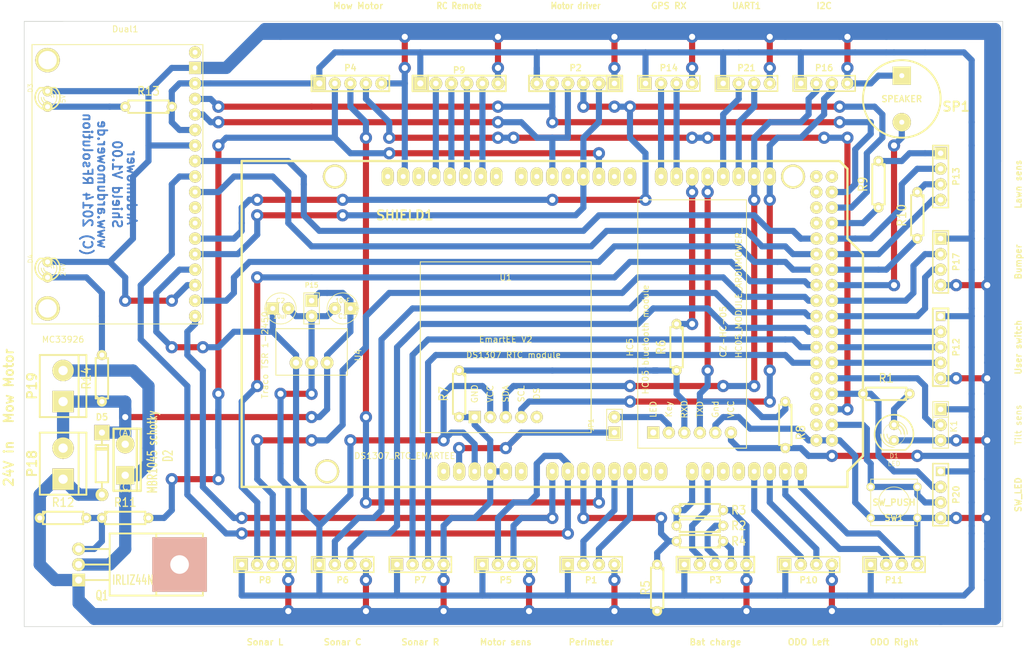
<source format=kicad_pcb>
(kicad_pcb (version 3) (host pcbnew "(2013-07-07 BZR 4022)-stable")

  (general
    (links 160)
    (no_connects 0)
    (area 61.0616 46.1264 228.1936 151.9936)
    (thickness 1.6)
    (drawings 6)
    (tracks 885)
    (zones 0)
    (modules 52)
    (nets 68)
  )

  (page A4)
  (title_block 
    (title Ardumowershield)
    (rev "Rev C")
    (company RFsolution)
  )

  (layers
    (15 F.Cu signal)
    (0 B.Cu signal)
    (16 B.Adhes user)
    (17 F.Adhes user)
    (18 B.Paste user)
    (19 F.Paste user)
    (20 B.SilkS user)
    (21 F.SilkS user)
    (22 B.Mask user)
    (23 F.Mask user)
    (24 Dwgs.User user)
    (25 Cmts.User user)
    (26 Eco1.User user)
    (27 Eco2.User user)
    (28 Edge.Cuts user)
  )

  (setup
    (last_trace_width 2)
    (user_trace_width 1.5)
    (user_trace_width 2)
    (user_trace_width 3)
    (trace_clearance 0.254)
    (zone_clearance 0.508)
    (zone_45_only no)
    (trace_min 0.254)
    (segment_width 0.2)
    (edge_width 0.1)
    (via_size 2)
    (via_drill 1)
    (via_min_size 0.889)
    (via_min_drill 0.508)
    (uvia_size 2)
    (uvia_drill 1)
    (uvias_allowed no)
    (uvia_min_size 0.508)
    (uvia_min_drill 0.127)
    (pcb_text_width 0.3)
    (pcb_text_size 1.5 1.5)
    (mod_edge_width 0.15)
    (mod_text_size 1 1)
    (mod_text_width 0.15)
    (pad_size 3 3)
    (pad_drill 1.2)
    (pad_to_mask_clearance 0)
    (aux_axis_origin 0 0)
    (visible_elements 7FFFFF79)
    (pcbplotparams
      (layerselection 285179905)
      (usegerberextensions false)
      (excludeedgelayer true)
      (linewidth 0.150000)
      (plotframeref false)
      (viasonmask false)
      (mode 1)
      (useauxorigin false)
      (hpglpennumber 1)
      (hpglpenspeed 20)
      (hpglpendiameter 15)
      (hpglpenoverlay 2)
      (psnegative false)
      (psa4output false)
      (plotreference true)
      (plotvalue true)
      (plotothertext true)
      (plotinvisibletext false)
      (padsonsilk false)
      (subtractmaskfromsilk false)
      (outputformat 1)
      (mirror false)
      (drillshape 0)
      (scaleselection 1)
      (outputdirectory "C:/Dropbox/CAD/Kicad/Robomow/ardumower mega shield/DIY v1.00 rev A production files/"))
  )

  (net 0 "")
  (net 1 +24V)
  (net 2 +3.3V)
  (net 3 +5V)
  (net 4 BatteryVoltage)
  (net 5 BumperLeft)
  (net 6 BumperRight)
  (net 7 Button)
  (net 8 Buzzer)
  (net 9 ChargeCurrent)
  (net 10 ChargeVoltage)
  (net 11 GND)
  (net 12 GPS_RX)
  (net 13 GPS_TX)
  (net 14 LawnBackRecv)
  (net 15 LawnBackSend)
  (net 16 LawnFrontRecv)
  (net 17 LawnFrontSend)
  (net 18 Led)
  (net 19 "Left perimeter")
  (net 20 MotorEnable)
  (net 21 MotorLeftDir)
  (net 22 MotorLeftFault)
  (net 23 MotorLeftPWM)
  (net 24 MotorLeftSense)
  (net 25 MotorMow)
  (net 26 MotorMowRpm)
  (net 27 MotorMowSense)
  (net 28 MotorRightDir)
  (net 29 MotorRightFault)
  (net 30 MotorRightPWM)
  (net 31 MotorRightSense)
  (net 32 N-00000101)
  (net 33 N-00000103)
  (net 34 N-0000025)
  (net 35 N-0000028)
  (net 36 N-0000044)
  (net 37 N-0000054)
  (net 38 N-0000064)
  (net 39 N-0000070)
  (net 40 N-0000071)
  (net 41 N-0000080)
  (net 42 N-0000092)
  (net 43 OdometryLeft)
  (net 44 OdometryLeft2)
  (net 45 OdometryRight)
  (net 46 OdometryRight2)
  (net 47 RX1)
  (net 48 RX2)
  (net 49 RemoteMow)
  (net 50 RemoteSpeed)
  (net 51 RemoteSteer)
  (net 52 RemoteSwitch)
  (net 53 "Right perimeter")
  (net 54 SCL)
  (net 55 SDA)
  (net 56 SonarCenterEcho)
  (net 57 SonarCenterTrigger)
  (net 58 SonarLeftEcho)
  (net 59 SonarLeftTrigger)
  (net 60 SonarRightEcho)
  (net 61 SonarRightTrigger)
  (net 62 TX1)
  (net 63 TX2)
  (net 64 Tilt)
  (net 65 UserSwitch1)
  (net 66 UserSwitch2)
  (net 67 UserSwitch3)

  (net_class Default "This is the default net class."
    (clearance 0.254)
    (trace_width 1)
    (via_dia 2)
    (via_drill 1)
    (uvia_dia 2)
    (uvia_drill 1)
    (add_net "")
    (add_net +24V)
    (add_net +3.3V)
    (add_net +5V)
    (add_net BatteryVoltage)
    (add_net BumperLeft)
    (add_net BumperRight)
    (add_net Button)
    (add_net Buzzer)
    (add_net ChargeCurrent)
    (add_net ChargeVoltage)
    (add_net GND)
    (add_net GPS_RX)
    (add_net GPS_TX)
    (add_net LawnBackRecv)
    (add_net LawnBackSend)
    (add_net LawnFrontRecv)
    (add_net LawnFrontSend)
    (add_net Led)
    (add_net "Left perimeter")
    (add_net MotorEnable)
    (add_net MotorLeftDir)
    (add_net MotorLeftFault)
    (add_net MotorLeftPWM)
    (add_net MotorLeftSense)
    (add_net MotorMow)
    (add_net MotorMowRpm)
    (add_net MotorMowSense)
    (add_net MotorRightDir)
    (add_net MotorRightFault)
    (add_net MotorRightPWM)
    (add_net MotorRightSense)
    (add_net N-00000101)
    (add_net N-00000103)
    (add_net N-0000025)
    (add_net N-0000028)
    (add_net N-0000044)
    (add_net N-0000054)
    (add_net N-0000064)
    (add_net N-0000070)
    (add_net N-0000071)
    (add_net N-0000080)
    (add_net N-0000092)
    (add_net OdometryLeft)
    (add_net OdometryLeft2)
    (add_net OdometryRight)
    (add_net OdometryRight2)
    (add_net RX1)
    (add_net RX2)
    (add_net RemoteMow)
    (add_net RemoteSpeed)
    (add_net RemoteSteer)
    (add_net RemoteSwitch)
    (add_net "Right perimeter")
    (add_net SCL)
    (add_net SDA)
    (add_net SonarCenterEcho)
    (add_net SonarCenterTrigger)
    (add_net SonarLeftEcho)
    (add_net SonarLeftTrigger)
    (add_net SonarRightEcho)
    (add_net SonarRightTrigger)
    (add_net TX1)
    (add_net TX2)
    (add_net Tilt)
    (add_net UserSwitch1)
    (add_net UserSwitch2)
    (add_net UserSwitch3)
  )

  (net_class default2 ""
    (clearance 0.254)
    (trace_width 2)
    (via_dia 2)
    (via_drill 1)
    (uvia_dia 2)
    (uvia_drill 1)
  )

  (net_class default3 ""
    (clearance 0.254)
    (trace_width 3)
    (via_dia 2)
    (via_drill 1)
    (uvia_dia 2)
    (uvia_drill 1)
  )

  (module SW_PUSH_SMALL (layer F.Cu) (tedit 539E2CB9) (tstamp 539E2B4B)
    (at 207.01 128.27 180)
    (path /537FB700)
    (fp_text reference SW1 (at 0 -2.54 180) (layer F.SilkS)
      (effects (font (size 1.016 1.016) (thickness 0.2032)))
    )
    (fp_text value SW_PUSH (at 0 0 180) (layer F.SilkS)
      (effects (font (size 1.016 1.016) (thickness 0.2032)))
    )
    (fp_circle (center 0 0) (end 0 -2.54) (layer F.SilkS) (width 0.127))
    (fp_line (start -3.81 -3.81) (end 3.81 -3.81) (layer F.SilkS) (width 0.127))
    (fp_line (start 3.81 -3.81) (end 3.81 3.81) (layer F.SilkS) (width 0.127))
    (fp_line (start 3.81 3.81) (end -3.81 3.81) (layer F.SilkS) (width 0.127))
    (fp_line (start -3.81 -3.81) (end -3.81 3.81) (layer F.SilkS) (width 0.127))
    (pad 1 thru_hole circle (at 3.81 -2.54 180) (size 1.397 1.397) (drill 0.8128)
      (layers *.Cu *.Mask F.SilkS)
      (net 11 GND)
    )
    (pad 2 thru_hole circle (at 3.81 2.54 180) (size 1.397 1.397) (drill 0.8128)
      (layers *.Cu *.Mask F.SilkS)
      (net 7 Button)
    )
    (pad 1 thru_hole circle (at -3.81 -2.54 180) (size 1.397 1.397) (drill 0.8128)
      (layers *.Cu *.Mask F.SilkS)
      (net 11 GND)
    )
    (pad 2 thru_hole circle (at -3.81 2.54 180) (size 1.397 1.397) (drill 0.8128)
      (layers *.Cu *.Mask F.SilkS)
      (net 7 Button)
    )
  )

  (module R3-LARGE_PADS (layer F.Cu) (tedit 53A0AA32) (tstamp 53890F56)
    (at 205.74 110.49 180)
    (descr "Resitance 3 pas")
    (tags R)
    (path /5384EC7E)
    (autoplace_cost180 10)
    (fp_text reference R1 (at 0 2.54 180) (layer F.SilkS)
      (effects (font (size 1.397 1.27) (thickness 0.2032)))
    )
    (fp_text value 470R (at 0 0 180) (layer F.SilkS) hide
      (effects (font (size 1.397 1.27) (thickness 0.2032)))
    )
    (fp_line (start -3.81 0) (end -3.302 0) (layer F.SilkS) (width 0.3048))
    (fp_line (start 3.81 0) (end 3.302 0) (layer F.SilkS) (width 0.3048))
    (fp_line (start 3.302 0) (end 3.302 -1.016) (layer F.SilkS) (width 0.3048))
    (fp_line (start 3.302 -1.016) (end -3.302 -1.016) (layer F.SilkS) (width 0.3048))
    (fp_line (start -3.302 -1.016) (end -3.302 1.016) (layer F.SilkS) (width 0.3048))
    (fp_line (start -3.302 1.016) (end 3.302 1.016) (layer F.SilkS) (width 0.3048))
    (fp_line (start 3.302 1.016) (end 3.302 0) (layer F.SilkS) (width 0.3048))
    (fp_line (start -3.302 -0.508) (end -2.794 -1.016) (layer F.SilkS) (width 0.3048))
    (pad 1 thru_hole circle (at -3.81 0 180) (size 1.651 1.651) (drill 0.8128)
      (layers *.Cu *.Mask F.SilkS)
      (net 41 N-0000080)
    )
    (pad 2 thru_hole circle (at 3.81 0 180) (size 1.651 1.651) (drill 0.8128)
      (layers *.Cu *.Mask F.SilkS)
      (net 18 Led)
    )
    (model discret/resistor.wrl
      (at (xyz 0 0 0))
      (scale (xyz 0.3 0.3 0.3))
      (rotate (xyz 0 0 0))
    )
  )

  (module PIN_ARRAY_2X1 (layer F.Cu) (tedit 53A31E33) (tstamp 53890EC6)
    (at 161.29 115.57 90)
    (descr "Connecteurs 2 pins")
    (tags "CONN DEV")
    (path /537FB697)
    (fp_text reference JP1 (at 0 -3.81 90) (layer F.SilkS)
      (effects (font (size 0.762 0.762) (thickness 0.1524)))
    )
    (fp_text value JUMPER (at 0 -1.905 90) (layer F.SilkS) hide
      (effects (font (size 0.762 0.762) (thickness 0.1524)))
    )
    (fp_line (start -2.54 1.27) (end -2.54 -1.27) (layer F.SilkS) (width 0.1524))
    (fp_line (start -2.54 -1.27) (end 2.54 -1.27) (layer F.SilkS) (width 0.1524))
    (fp_line (start 2.54 -1.27) (end 2.54 1.27) (layer F.SilkS) (width 0.1524))
    (fp_line (start 2.54 1.27) (end -2.54 1.27) (layer F.SilkS) (width 0.1524))
    (pad 1 thru_hole rect (at -1.27 0 90) (size 2 2) (drill 0.9)
      (layers *.Cu *.Mask F.SilkS)
      (net 2 +3.3V)
    )
    (pad 2 thru_hole circle (at 1.27 0 90) (size 2 2) (drill 0.9)
      (layers *.Cu *.Mask F.SilkS)
      (net 37 N-0000054)
    )
    (model pin_array/pins_array_2x1.wrl
      (at (xyz 0 0 0))
      (scale (xyz 1 1 1))
      (rotate (xyz 0 0 0))
    )
  )

  (module LED-5MM (layer F.Cu) (tedit 53A0AA3F) (tstamp 53890FA2)
    (at 207.01 116.84 270)
    (descr "LED 5mm - Lead pitch 100mil (2,54mm)")
    (tags "LED led 5mm 5MM 100mil 2,54mm")
    (path /537FB6F1)
    (fp_text reference D1 (at 3.81 0 360) (layer F.SilkS)
      (effects (font (size 0.762 0.762) (thickness 0.0889)))
    )
    (fp_text value LED (at 5.08 0 360) (layer F.SilkS)
      (effects (font (size 0.762 0.762) (thickness 0.0889)))
    )
    (fp_line (start 2.8448 1.905) (end 2.8448 -1.905) (layer F.SilkS) (width 0.2032))
    (fp_circle (center 0.254 0) (end -1.016 1.27) (layer F.SilkS) (width 0.0762))
    (fp_arc (start 0.254 0) (end 2.794 1.905) (angle 286.2) (layer F.SilkS) (width 0.254))
    (fp_arc (start 0.254 0) (end -0.889 0) (angle 90) (layer F.SilkS) (width 0.1524))
    (fp_arc (start 0.254 0) (end 1.397 0) (angle 90) (layer F.SilkS) (width 0.1524))
    (fp_arc (start 0.254 0) (end -1.397 0) (angle 90) (layer F.SilkS) (width 0.1524))
    (fp_arc (start 0.254 0) (end 1.905 0) (angle 90) (layer F.SilkS) (width 0.1524))
    (fp_arc (start 0.254 0) (end -1.905 0) (angle 90) (layer F.SilkS) (width 0.1524))
    (fp_arc (start 0.254 0) (end 2.413 0) (angle 90) (layer F.SilkS) (width 0.1524))
    (pad 1 thru_hole circle (at -1.27 0 270) (size 1.6764 1.6764) (drill 0.8128)
      (layers *.Cu *.Mask F.SilkS)
      (net 41 N-0000080)
    )
    (pad 2 thru_hole circle (at 1.27 0 270) (size 1.6764 1.6764) (drill 0.8128)
      (layers *.Cu *.Mask F.SilkS)
      (net 11 GND)
    )
    (model discret/leds/led5_vertical_verde.wrl
      (at (xyz 0 0 0))
      (scale (xyz 1 1 1))
      (rotate (xyz 0 0 0))
    )
  )

  (module BUZ3-5 (layer F.Cu) (tedit 53A35381) (tstamp 538910C4)
    (at 208.28 62.23 270)
    (path /537FB76E)
    (fp_text reference SP1 (at 1.27 -8.89 360) (layer F.SilkS)
      (effects (font (size 1.524 1.524) (thickness 0.3048)))
    )
    (fp_text value SPEAKER (at 0 0 360) (layer F.SilkS)
      (effects (font (size 1.016 1) (thickness 0.2)))
    )
    (fp_circle (center 0 0) (end -6.35 0) (layer F.SilkS) (width 0.3175))
    (pad 1 thru_hole rect (at -3.81 0 270) (size 3 3) (drill 0.8128)
      (layers *.Cu *.Mask F.SilkS)
      (net 11 GND)
    )
    (pad 2 thru_hole circle (at 3.81 0 270) (size 3 3) (drill 0.8128)
      (layers *.Cu *.Mask F.SilkS)
      (net 8 Buzzer)
    )
  )

  (module PIN_ARRAY_4x1 (layer F.Cu) (tedit 53A0B693) (tstamp 53890FD4)
    (at 157.48 138.43)
    (descr "Double rangee de contacts 2 x 5 pins")
    (tags CONN)
    (path /5384EE13)
    (fp_text reference P1 (at 0 2.54) (layer F.SilkS)
      (effects (font (size 1.016 1.016) (thickness 0.2032)))
    )
    (fp_text value Perimeter (at 0 12.7) (layer F.SilkS)
      (effects (font (size 1.016 1.016) (thickness 0.2032)))
    )
    (fp_line (start 5.08 1.27) (end -5.08 1.27) (layer F.SilkS) (width 0.254))
    (fp_line (start 5.08 -1.27) (end -5.08 -1.27) (layer F.SilkS) (width 0.254))
    (fp_line (start -5.08 -1.27) (end -5.08 1.27) (layer F.SilkS) (width 0.254))
    (fp_line (start 5.08 1.27) (end 5.08 -1.27) (layer F.SilkS) (width 0.254))
    (pad 1 thru_hole rect (at -3.81 0) (size 2 2) (drill 0.9)
      (layers *.Cu *.Mask F.SilkS)
      (net 3 +5V)
    )
    (pad 2 thru_hole circle (at -1.27 0) (size 2 2) (drill 0.9)
      (layers *.Cu *.Mask F.SilkS)
      (net 53 "Right perimeter")
    )
    (pad 3 thru_hole circle (at 1.27 0) (size 2 2) (drill 0.9)
      (layers *.Cu *.Mask F.SilkS)
      (net 19 "Left perimeter")
    )
    (pad 4 thru_hole circle (at 3.81 0) (size 2 2) (drill 0.9)
      (layers *.Cu *.Mask F.SilkS)
      (net 11 GND)
    )
    (model pin_array\pins_array_4x1.wrl
      (at (xyz 0 0 0))
      (scale (xyz 1 1 1))
      (rotate (xyz 0 0 0))
    )
  )

  (module R3-LARGE_PADS (layer F.Cu) (tedit 53A0B671) (tstamp 53890F92)
    (at 175.26 129.54)
    (descr "Resitance 3 pas")
    (tags R)
    (path /5384FFC0)
    (autoplace_cost180 10)
    (fp_text reference R3 (at 6.35 0) (layer F.SilkS)
      (effects (font (size 1.397 1.27) (thickness 0.2032)))
    )
    (fp_text value 5K (at 0 0) (layer F.SilkS) hide
      (effects (font (size 1.397 1.27) (thickness 0.2032)))
    )
    (fp_line (start -3.81 0) (end -3.302 0) (layer F.SilkS) (width 0.3048))
    (fp_line (start 3.81 0) (end 3.302 0) (layer F.SilkS) (width 0.3048))
    (fp_line (start 3.302 0) (end 3.302 -1.016) (layer F.SilkS) (width 0.3048))
    (fp_line (start 3.302 -1.016) (end -3.302 -1.016) (layer F.SilkS) (width 0.3048))
    (fp_line (start -3.302 -1.016) (end -3.302 1.016) (layer F.SilkS) (width 0.3048))
    (fp_line (start -3.302 1.016) (end 3.302 1.016) (layer F.SilkS) (width 0.3048))
    (fp_line (start 3.302 1.016) (end 3.302 0) (layer F.SilkS) (width 0.3048))
    (fp_line (start -3.302 -0.508) (end -2.794 -1.016) (layer F.SilkS) (width 0.3048))
    (pad 1 thru_hole circle (at -3.81 0) (size 1.651 1.651) (drill 0.8128)
      (layers *.Cu *.Mask F.SilkS)
      (net 10 ChargeVoltage)
    )
    (pad 2 thru_hole circle (at 3.81 0) (size 1.651 1.651) (drill 0.8128)
      (layers *.Cu *.Mask F.SilkS)
      (net 11 GND)
    )
    (model discret/resistor.wrl
      (at (xyz 0 0 0))
      (scale (xyz 0.3 0.3 0.3))
      (rotate (xyz 0 0 0))
    )
  )

  (module R3-LARGE_PADS (layer F.Cu) (tedit 53A0B676) (tstamp 53890F29)
    (at 175.26 134.62 180)
    (descr "Resitance 3 pas")
    (tags R)
    (path /5385024E)
    (autoplace_cost180 10)
    (fp_text reference R4 (at -6.35 0 180) (layer F.SilkS)
      (effects (font (size 1.397 1.27) (thickness 0.2032)))
    )
    (fp_text value 47K (at 0 0 180) (layer F.SilkS) hide
      (effects (font (size 1.397 1.27) (thickness 0.2032)))
    )
    (fp_line (start -3.81 0) (end -3.302 0) (layer F.SilkS) (width 0.3048))
    (fp_line (start 3.81 0) (end 3.302 0) (layer F.SilkS) (width 0.3048))
    (fp_line (start 3.302 0) (end 3.302 -1.016) (layer F.SilkS) (width 0.3048))
    (fp_line (start 3.302 -1.016) (end -3.302 -1.016) (layer F.SilkS) (width 0.3048))
    (fp_line (start -3.302 -1.016) (end -3.302 1.016) (layer F.SilkS) (width 0.3048))
    (fp_line (start -3.302 1.016) (end 3.302 1.016) (layer F.SilkS) (width 0.3048))
    (fp_line (start 3.302 1.016) (end 3.302 0) (layer F.SilkS) (width 0.3048))
    (fp_line (start -3.302 -0.508) (end -2.794 -1.016) (layer F.SilkS) (width 0.3048))
    (pad 1 thru_hole circle (at -3.81 0 180) (size 1.651 1.651) (drill 0.8128)
      (layers *.Cu *.Mask F.SilkS)
      (net 42 N-0000092)
    )
    (pad 2 thru_hole circle (at 3.81 0 180) (size 1.651 1.651) (drill 0.8128)
      (layers *.Cu *.Mask F.SilkS)
      (net 4 BatteryVoltage)
    )
    (model discret/resistor.wrl
      (at (xyz 0 0 0))
      (scale (xyz 0.3 0.3 0.3))
      (rotate (xyz 0 0 0))
    )
  )

  (module R3-LARGE_PADS (layer F.Cu) (tedit 53A0B67B) (tstamp 53890F1A)
    (at 168.275 142.24 270)
    (descr "Resitance 3 pas")
    (tags R)
    (path /53850254)
    (autoplace_cost180 10)
    (fp_text reference R5 (at 0 1.905 270) (layer F.SilkS)
      (effects (font (size 1.397 1.27) (thickness 0.2032)))
    )
    (fp_text value 5K (at 0 0 270) (layer F.SilkS) hide
      (effects (font (size 1.397 1.27) (thickness 0.2032)))
    )
    (fp_line (start -3.81 0) (end -3.302 0) (layer F.SilkS) (width 0.3048))
    (fp_line (start 3.81 0) (end 3.302 0) (layer F.SilkS) (width 0.3048))
    (fp_line (start 3.302 0) (end 3.302 -1.016) (layer F.SilkS) (width 0.3048))
    (fp_line (start 3.302 -1.016) (end -3.302 -1.016) (layer F.SilkS) (width 0.3048))
    (fp_line (start -3.302 -1.016) (end -3.302 1.016) (layer F.SilkS) (width 0.3048))
    (fp_line (start -3.302 1.016) (end 3.302 1.016) (layer F.SilkS) (width 0.3048))
    (fp_line (start 3.302 1.016) (end 3.302 0) (layer F.SilkS) (width 0.3048))
    (fp_line (start -3.302 -0.508) (end -2.794 -1.016) (layer F.SilkS) (width 0.3048))
    (pad 1 thru_hole circle (at -3.81 0 270) (size 1.651 1.651) (drill 0.8128)
      (layers *.Cu *.Mask F.SilkS)
      (net 4 BatteryVoltage)
    )
    (pad 2 thru_hole circle (at 3.81 0 270) (size 1.651 1.651) (drill 0.8128)
      (layers *.Cu *.Mask F.SilkS)
      (net 11 GND)
    )
    (model discret/resistor.wrl
      (at (xyz 0 0 0))
      (scale (xyz 0.3 0.3 0.3))
      (rotate (xyz 0 0 0))
    )
  )

  (module R3-LARGE_PADS (layer F.Cu) (tedit 53A0A8F8) (tstamp 53890F0B)
    (at 210.82 81.28 270)
    (descr "Resitance 3 pas")
    (tags R)
    (path /538536C2)
    (autoplace_cost180 10)
    (fp_text reference R10 (at 0 2.54 270) (layer F.SilkS)
      (effects (font (size 1.397 1.27) (thickness 0.2032)))
    )
    (fp_text value 2M2 (at 0 0 270) (layer F.SilkS) hide
      (effects (font (size 1.397 1.27) (thickness 0.2032)))
    )
    (fp_line (start -3.81 0) (end -3.302 0) (layer F.SilkS) (width 0.3048))
    (fp_line (start 3.81 0) (end 3.302 0) (layer F.SilkS) (width 0.3048))
    (fp_line (start 3.302 0) (end 3.302 -1.016) (layer F.SilkS) (width 0.3048))
    (fp_line (start 3.302 -1.016) (end -3.302 -1.016) (layer F.SilkS) (width 0.3048))
    (fp_line (start -3.302 -1.016) (end -3.302 1.016) (layer F.SilkS) (width 0.3048))
    (fp_line (start -3.302 1.016) (end 3.302 1.016) (layer F.SilkS) (width 0.3048))
    (fp_line (start 3.302 1.016) (end 3.302 0) (layer F.SilkS) (width 0.3048))
    (fp_line (start -3.302 -0.508) (end -2.794 -1.016) (layer F.SilkS) (width 0.3048))
    (pad 1 thru_hole circle (at -3.81 0 270) (size 1.651 1.651) (drill 0.8128)
      (layers *.Cu *.Mask F.SilkS)
      (net 35 N-0000028)
    )
    (pad 2 thru_hole circle (at 3.81 0 270) (size 1.651 1.651) (drill 0.8128)
      (layers *.Cu *.Mask F.SilkS)
      (net 17 LawnFrontSend)
    )
    (model discret/resistor.wrl
      (at (xyz 0 0 0))
      (scale (xyz 0.3 0.3 0.3))
      (rotate (xyz 0 0 0))
    )
  )

  (module R3-LARGE_PADS (layer F.Cu) (tedit 53A0A9F4) (tstamp 53890EFC)
    (at 171.45 102.87 270)
    (descr "Resitance 3 pas")
    (tags R)
    (path /53850775)
    (autoplace_cost180 10)
    (fp_text reference R6 (at 0 2.54 270) (layer F.SilkS)
      (effects (font (size 1.397 1.27) (thickness 0.2032)))
    )
    (fp_text value 470R (at 0 0 270) (layer F.SilkS) hide
      (effects (font (size 1.397 1.27) (thickness 0.2032)))
    )
    (fp_line (start -3.81 0) (end -3.302 0) (layer F.SilkS) (width 0.3048))
    (fp_line (start 3.81 0) (end 3.302 0) (layer F.SilkS) (width 0.3048))
    (fp_line (start 3.302 0) (end 3.302 -1.016) (layer F.SilkS) (width 0.3048))
    (fp_line (start 3.302 -1.016) (end -3.302 -1.016) (layer F.SilkS) (width 0.3048))
    (fp_line (start -3.302 -1.016) (end -3.302 1.016) (layer F.SilkS) (width 0.3048))
    (fp_line (start -3.302 1.016) (end 3.302 1.016) (layer F.SilkS) (width 0.3048))
    (fp_line (start 3.302 1.016) (end 3.302 0) (layer F.SilkS) (width 0.3048))
    (fp_line (start -3.302 -0.508) (end -2.794 -1.016) (layer F.SilkS) (width 0.3048))
    (pad 1 thru_hole circle (at -3.81 0 270) (size 1.651 1.651) (drill 0.8128)
      (layers *.Cu *.Mask F.SilkS)
      (net 63 TX2)
    )
    (pad 2 thru_hole circle (at 3.81 0 270) (size 1.651 1.651) (drill 0.8128)
      (layers *.Cu *.Mask F.SilkS)
      (net 32 N-00000101)
    )
    (model discret/resistor.wrl
      (at (xyz 0 0 0))
      (scale (xyz 0.3 0.3 0.3))
      (rotate (xyz 0 0 0))
    )
  )

  (module R3-LARGE_PADS (layer F.Cu) (tedit 53A0A9EF) (tstamp 53890EED)
    (at 135.89 110.49 270)
    (descr "Resitance 3 pas")
    (tags R)
    (path /53850784)
    (autoplace_cost180 10)
    (fp_text reference R7 (at 0 2.54 270) (layer F.SilkS)
      (effects (font (size 1.397 1.27) (thickness 0.2032)))
    )
    (fp_text value 1K (at 0 0 270) (layer F.SilkS) hide
      (effects (font (size 1.397 1.27) (thickness 0.2032)))
    )
    (fp_line (start -3.81 0) (end -3.302 0) (layer F.SilkS) (width 0.3048))
    (fp_line (start 3.81 0) (end 3.302 0) (layer F.SilkS) (width 0.3048))
    (fp_line (start 3.302 0) (end 3.302 -1.016) (layer F.SilkS) (width 0.3048))
    (fp_line (start 3.302 -1.016) (end -3.302 -1.016) (layer F.SilkS) (width 0.3048))
    (fp_line (start -3.302 -1.016) (end -3.302 1.016) (layer F.SilkS) (width 0.3048))
    (fp_line (start -3.302 1.016) (end 3.302 1.016) (layer F.SilkS) (width 0.3048))
    (fp_line (start 3.302 1.016) (end 3.302 0) (layer F.SilkS) (width 0.3048))
    (fp_line (start -3.302 -0.508) (end -2.794 -1.016) (layer F.SilkS) (width 0.3048))
    (pad 1 thru_hole circle (at -3.81 0 270) (size 1.651 1.651) (drill 0.8128)
      (layers *.Cu *.Mask F.SilkS)
      (net 32 N-00000101)
    )
    (pad 2 thru_hole circle (at 3.81 0 270) (size 1.651 1.651) (drill 0.8128)
      (layers *.Cu *.Mask F.SilkS)
      (net 11 GND)
    )
    (model discret/resistor.wrl
      (at (xyz 0 0 0))
      (scale (xyz 0.3 0.3 0.3))
      (rotate (xyz 0 0 0))
    )
  )

  (module R3-LARGE_PADS (layer F.Cu) (tedit 53A31E38) (tstamp 53A5FB43)
    (at 189.23 115.57 270)
    (descr "Resitance 3 pas")
    (tags R)
    (path /53850952)
    (autoplace_cost180 10)
    (fp_text reference R8 (at 1.27 -2.54 270) (layer F.SilkS)
      (effects (font (size 1.397 1.27) (thickness 0.2032)))
    )
    (fp_text value 1K (at 0 0 270) (layer F.SilkS) hide
      (effects (font (size 1.397 1.27) (thickness 0.2032)))
    )
    (fp_line (start -3.81 0) (end -3.302 0) (layer F.SilkS) (width 0.3048))
    (fp_line (start 3.81 0) (end 3.302 0) (layer F.SilkS) (width 0.3048))
    (fp_line (start 3.302 0) (end 3.302 -1.016) (layer F.SilkS) (width 0.3048))
    (fp_line (start 3.302 -1.016) (end -3.302 -1.016) (layer F.SilkS) (width 0.3048))
    (fp_line (start -3.302 -1.016) (end -3.302 1.016) (layer F.SilkS) (width 0.3048))
    (fp_line (start -3.302 1.016) (end 3.302 1.016) (layer F.SilkS) (width 0.3048))
    (fp_line (start 3.302 1.016) (end 3.302 0) (layer F.SilkS) (width 0.3048))
    (fp_line (start -3.302 -0.508) (end -2.794 -1.016) (layer F.SilkS) (width 0.3048))
    (pad 1 thru_hole circle (at -3.81 0 270) (size 1.651 1.651) (drill 0.8128)
      (layers *.Cu *.Mask F.SilkS)
      (net 48 RX2)
    )
    (pad 2 thru_hole circle (at 3.81 0 270) (size 1.651 1.651) (drill 0.8128)
      (layers *.Cu *.Mask F.SilkS)
      (net 3 +5V)
    )
    (model discret/resistor.wrl
      (at (xyz 0 0 0))
      (scale (xyz 0.3 0.3 0.3))
      (rotate (xyz 0 0 0))
    )
  )

  (module R3-LARGE_PADS (layer F.Cu) (tedit 53A0A8FC) (tstamp 53890F47)
    (at 204.47 76.2 270)
    (descr "Resitance 3 pas")
    (tags R)
    (path /538536B3)
    (autoplace_cost180 10)
    (fp_text reference R9 (at 0 2.54 270) (layer F.SilkS)
      (effects (font (size 1.397 1.27) (thickness 0.2032)))
    )
    (fp_text value 2M2 (at 0 0 270) (layer F.SilkS) hide
      (effects (font (size 1.397 1.27) (thickness 0.2032)))
    )
    (fp_line (start -3.81 0) (end -3.302 0) (layer F.SilkS) (width 0.3048))
    (fp_line (start 3.81 0) (end 3.302 0) (layer F.SilkS) (width 0.3048))
    (fp_line (start 3.302 0) (end 3.302 -1.016) (layer F.SilkS) (width 0.3048))
    (fp_line (start 3.302 -1.016) (end -3.302 -1.016) (layer F.SilkS) (width 0.3048))
    (fp_line (start -3.302 -1.016) (end -3.302 1.016) (layer F.SilkS) (width 0.3048))
    (fp_line (start -3.302 1.016) (end 3.302 1.016) (layer F.SilkS) (width 0.3048))
    (fp_line (start 3.302 1.016) (end 3.302 0) (layer F.SilkS) (width 0.3048))
    (fp_line (start -3.302 -0.508) (end -2.794 -1.016) (layer F.SilkS) (width 0.3048))
    (pad 1 thru_hole circle (at -3.81 0 270) (size 1.651 1.651) (drill 0.8128)
      (layers *.Cu *.Mask F.SilkS)
      (net 34 N-0000025)
    )
    (pad 2 thru_hole circle (at 3.81 0 270) (size 1.651 1.651) (drill 0.8128)
      (layers *.Cu *.Mask F.SilkS)
      (net 15 LawnBackSend)
    )
    (model discret/resistor.wrl
      (at (xyz 0 0 0))
      (scale (xyz 0.3 0.3 0.3))
      (rotate (xyz 0 0 0))
    )
  )

  (module R3-LARGE_PADS (layer F.Cu) (tedit 53A0B674) (tstamp 53890F83)
    (at 175.26 132.08 180)
    (descr "Resitance 3 pas")
    (tags R)
    (path /5384FFAC)
    (autoplace_cost180 10)
    (fp_text reference R2 (at -6.35 0 180) (layer F.SilkS)
      (effects (font (size 1.397 1.27) (thickness 0.2032)))
    )
    (fp_text value 47K (at 0 0 180) (layer F.SilkS) hide
      (effects (font (size 1.397 1.27) (thickness 0.2032)))
    )
    (fp_line (start -3.81 0) (end -3.302 0) (layer F.SilkS) (width 0.3048))
    (fp_line (start 3.81 0) (end 3.302 0) (layer F.SilkS) (width 0.3048))
    (fp_line (start 3.302 0) (end 3.302 -1.016) (layer F.SilkS) (width 0.3048))
    (fp_line (start 3.302 -1.016) (end -3.302 -1.016) (layer F.SilkS) (width 0.3048))
    (fp_line (start -3.302 -1.016) (end -3.302 1.016) (layer F.SilkS) (width 0.3048))
    (fp_line (start -3.302 1.016) (end 3.302 1.016) (layer F.SilkS) (width 0.3048))
    (fp_line (start 3.302 1.016) (end 3.302 0) (layer F.SilkS) (width 0.3048))
    (fp_line (start -3.302 -0.508) (end -2.794 -1.016) (layer F.SilkS) (width 0.3048))
    (pad 1 thru_hole circle (at -3.81 0 180) (size 1.651 1.651) (drill 0.8128)
      (layers *.Cu *.Mask F.SilkS)
      (net 33 N-00000103)
    )
    (pad 2 thru_hole circle (at 3.81 0 180) (size 1.651 1.651) (drill 0.8128)
      (layers *.Cu *.Mask F.SilkS)
      (net 10 ChargeVoltage)
    )
    (model discret/resistor.wrl
      (at (xyz 0 0 0))
      (scale (xyz 0.3 0.3 0.3))
      (rotate (xyz 0 0 0))
    )
  )

  (module PIN_ARRAY_5x1 (layer F.Cu) (tedit 53A0A7D6) (tstamp 53891064)
    (at 214.63 102.87 270)
    (descr "Double rangee de contacts 2 x 5 pins")
    (tags CONN)
    (path /53852677)
    (fp_text reference P12 (at 0 -2.54 270) (layer F.SilkS)
      (effects (font (size 1.016 1.016) (thickness 0.2032)))
    )
    (fp_text value "User switch" (at 0 -12.7 270) (layer F.SilkS)
      (effects (font (size 1.016 1.016) (thickness 0.2032)))
    )
    (fp_line (start -6.35 -1.27) (end -6.35 1.27) (layer F.SilkS) (width 0.3048))
    (fp_line (start 6.35 1.27) (end 6.35 -1.27) (layer F.SilkS) (width 0.3048))
    (fp_line (start -6.35 -1.27) (end 6.35 -1.27) (layer F.SilkS) (width 0.3048))
    (fp_line (start 6.35 1.27) (end -6.35 1.27) (layer F.SilkS) (width 0.3048))
    (pad 1 thru_hole rect (at -5.08 0 270) (size 1.524 1.524) (drill 1.016)
      (layers *.Cu *.Mask F.SilkS)
      (net 3 +5V)
    )
    (pad 2 thru_hole circle (at -2.54 0 270) (size 2 2) (drill 0.9)
      (layers *.Cu *.Mask F.SilkS)
      (net 65 UserSwitch1)
    )
    (pad 3 thru_hole circle (at 0 0 270) (size 2 2) (drill 0.9)
      (layers *.Cu *.Mask F.SilkS)
      (net 66 UserSwitch2)
    )
    (pad 4 thru_hole circle (at 2.54 0 270) (size 2 2) (drill 0.9)
      (layers *.Cu *.Mask F.SilkS)
      (net 67 UserSwitch3)
    )
    (pad 5 thru_hole circle (at 5.08 0 270) (size 2 2) (drill 0.9)
      (layers *.Cu *.Mask F.SilkS)
      (net 11 GND)
    )
    (model pin_array/pins_array_5x1.wrl
      (at (xyz 0 0 0))
      (scale (xyz 1 1 1))
      (rotate (xyz 0 0 0))
    )
  )

  (module PIN_ARRAY_5x1 (layer F.Cu) (tedit 53A0B9F8) (tstamp 53891072)
    (at 118.11 59.69)
    (descr "Double rangee de contacts 2 x 5 pins")
    (tags CONN)
    (path /538511D8)
    (fp_text reference P4 (at 0 -2.54) (layer F.SilkS)
      (effects (font (size 1.016 1.016) (thickness 0.2032)))
    )
    (fp_text value "Mow Motor" (at 1.27 -12.7) (layer F.SilkS)
      (effects (font (size 1.016 1.016) (thickness 0.2032)))
    )
    (fp_line (start -6.35 -1.27) (end -6.35 1.27) (layer F.SilkS) (width 0.3048))
    (fp_line (start 6.35 1.27) (end 6.35 -1.27) (layer F.SilkS) (width 0.3048))
    (fp_line (start -6.35 -1.27) (end 6.35 -1.27) (layer F.SilkS) (width 0.3048))
    (fp_line (start 6.35 1.27) (end -6.35 1.27) (layer F.SilkS) (width 0.3048))
    (pad 1 thru_hole rect (at -5.08 0) (size 2.1 2.1) (drill 1.016)
      (layers *.Cu *.Mask F.SilkS)
      (net 3 +5V)
    )
    (pad 2 thru_hole circle (at -2.54 0) (size 2 2) (drill 0.9)
      (layers *.Cu *.Mask F.SilkS)
      (net 25 MotorMow)
    )
    (pad 3 thru_hole circle (at 0 0) (size 2 2) (drill 0.9)
      (layers *.Cu *.Mask F.SilkS)
      (net 27 MotorMowSense)
    )
    (pad 4 thru_hole circle (at 2.54 0) (size 2 2) (drill 0.9)
      (layers *.Cu *.Mask F.SilkS)
      (net 26 MotorMowRpm)
    )
    (pad 5 thru_hole circle (at 5.08 0) (size 2 2) (drill 0.9)
      (layers *.Cu *.Mask F.SilkS)
      (net 11 GND)
    )
    (model pin_array/pins_array_5x1.wrl
      (at (xyz 0 0 0))
      (scale (xyz 1 1 1))
      (rotate (xyz 0 0 0))
    )
  )

  (module PIN_ARRAY_5x1 (layer F.Cu) (tedit 53A0B697) (tstamp 53891080)
    (at 177.8 138.43)
    (descr "Double rangee de contacts 2 x 5 pins")
    (tags CONN)
    (path /53850523)
    (fp_text reference P3 (at 0 2.54) (layer F.SilkS)
      (effects (font (size 1.016 1.016) (thickness 0.2032)))
    )
    (fp_text value "Bat charge" (at 0 12.7) (layer F.SilkS)
      (effects (font (size 1.016 1.016) (thickness 0.2032)))
    )
    (fp_line (start -6.35 -1.27) (end -6.35 1.27) (layer F.SilkS) (width 0.3048))
    (fp_line (start 6.35 1.27) (end 6.35 -1.27) (layer F.SilkS) (width 0.3048))
    (fp_line (start -6.35 -1.27) (end 6.35 -1.27) (layer F.SilkS) (width 0.3048))
    (fp_line (start 6.35 1.27) (end -6.35 1.27) (layer F.SilkS) (width 0.3048))
    (pad 1 thru_hole rect (at -5.08 0) (size 2 2) (drill 0.9)
      (layers *.Cu *.Mask F.SilkS)
      (net 3 +5V)
    )
    (pad 2 thru_hole circle (at -2.54 0) (size 2 2) (drill 0.9)
      (layers *.Cu *.Mask F.SilkS)
      (net 9 ChargeCurrent)
    )
    (pad 3 thru_hole circle (at 0 0) (size 2 2) (drill 0.9)
      (layers *.Cu *.Mask F.SilkS)
      (net 33 N-00000103)
    )
    (pad 4 thru_hole circle (at 2.54 0) (size 2 2) (drill 0.9)
      (layers *.Cu *.Mask F.SilkS)
      (net 42 N-0000092)
    )
    (pad 5 thru_hole circle (at 5.08 0) (size 2 2) (drill 0.9)
      (layers *.Cu *.Mask F.SilkS)
      (net 11 GND)
    )
    (model pin_array/pins_array_5x1.wrl
      (at (xyz 0 0 0))
      (scale (xyz 1 1 1))
      (rotate (xyz 0 0 0))
    )
  )

  (module PIN_ARRAY_4x1 (layer F.Cu) (tedit 53A0A7D3) (tstamp 53890FEE)
    (at 214.63 88.9 270)
    (descr "Double rangee de contacts 2 x 5 pins")
    (tags CONN)
    (path /53878C5D)
    (fp_text reference P17 (at 0 -2.54 270) (layer F.SilkS)
      (effects (font (size 1.016 1.016) (thickness 0.2032)))
    )
    (fp_text value Bumper (at 0 -12.7 270) (layer F.SilkS)
      (effects (font (size 1.016 1.016) (thickness 0.2032)))
    )
    (fp_line (start 5.08 1.27) (end -5.08 1.27) (layer F.SilkS) (width 0.254))
    (fp_line (start 5.08 -1.27) (end -5.08 -1.27) (layer F.SilkS) (width 0.254))
    (fp_line (start -5.08 -1.27) (end -5.08 1.27) (layer F.SilkS) (width 0.254))
    (fp_line (start 5.08 1.27) (end 5.08 -1.27) (layer F.SilkS) (width 0.254))
    (pad 1 thru_hole rect (at -3.81 0 270) (size 2 2) (drill 0.9)
      (layers *.Cu *.Mask F.SilkS)
      (net 3 +5V)
    )
    (pad 2 thru_hole circle (at -1.27 0 270) (size 2 2) (drill 0.9)
      (layers *.Cu *.Mask F.SilkS)
      (net 6 BumperRight)
    )
    (pad 3 thru_hole circle (at 1.27 0 270) (size 2 2) (drill 0.9)
      (layers *.Cu *.Mask F.SilkS)
      (net 5 BumperLeft)
    )
    (pad 4 thru_hole circle (at 3.81 0 270) (size 2 2) (drill 0.9)
      (layers *.Cu *.Mask F.SilkS)
      (net 11 GND)
    )
    (model pin_array\pins_array_4x1.wrl
      (at (xyz 0 0 0))
      (scale (xyz 1 1 1))
      (rotate (xyz 0 0 0))
    )
  )

  (module PIN_ARRAY_4x1 (layer F.Cu) (tedit 53A0A7C7) (tstamp 53890FE1)
    (at 195.58 59.69)
    (descr "Double rangee de contacts 2 x 5 pins")
    (tags CONN)
    (path /53867437)
    (fp_text reference P16 (at 0 -2.54) (layer F.SilkS)
      (effects (font (size 1.016 1.016) (thickness 0.2032)))
    )
    (fp_text value I2C (at 0 -12.7) (layer F.SilkS)
      (effects (font (size 1.016 1.016) (thickness 0.2032)))
    )
    (fp_line (start 5.08 1.27) (end -5.08 1.27) (layer F.SilkS) (width 0.254))
    (fp_line (start 5.08 -1.27) (end -5.08 -1.27) (layer F.SilkS) (width 0.254))
    (fp_line (start -5.08 -1.27) (end -5.08 1.27) (layer F.SilkS) (width 0.254))
    (fp_line (start 5.08 1.27) (end 5.08 -1.27) (layer F.SilkS) (width 0.254))
    (pad 1 thru_hole rect (at -3.81 0) (size 2 2) (drill 0.9)
      (layers *.Cu *.Mask F.SilkS)
      (net 3 +5V)
    )
    (pad 2 thru_hole circle (at -1.27 0) (size 2 2) (drill 0.9)
      (layers *.Cu *.Mask F.SilkS)
      (net 55 SDA)
    )
    (pad 3 thru_hole circle (at 1.27 0) (size 2 2) (drill 0.9)
      (layers *.Cu *.Mask F.SilkS)
      (net 54 SCL)
    )
    (pad 4 thru_hole circle (at 3.81 0) (size 2 2) (drill 0.9)
      (layers *.Cu *.Mask F.SilkS)
      (net 11 GND)
    )
    (model pin_array\pins_array_4x1.wrl
      (at (xyz 0 0 0))
      (scale (xyz 1 1 1))
      (rotate (xyz 0 0 0))
    )
  )

  (module PIN_ARRAY_4x1 (layer F.Cu) (tedit 53A0BA6E) (tstamp 53891049)
    (at 170.18 59.69)
    (descr "Double rangee de contacts 2 x 5 pins")
    (tags CONN)
    (path /538663DA)
    (fp_text reference P14 (at 0 -2.54) (layer F.SilkS)
      (effects (font (size 1.016 1.016) (thickness 0.2032)))
    )
    (fp_text value "GPS RX" (at 0 -12.7) (layer F.SilkS)
      (effects (font (size 1.016 1.016) (thickness 0.2032)))
    )
    (fp_line (start 5.08 1.27) (end -5.08 1.27) (layer F.SilkS) (width 0.254))
    (fp_line (start 5.08 -1.27) (end -5.08 -1.27) (layer F.SilkS) (width 0.254))
    (fp_line (start -5.08 -1.27) (end -5.08 1.27) (layer F.SilkS) (width 0.254))
    (fp_line (start 5.08 1.27) (end 5.08 -1.27) (layer F.SilkS) (width 0.254))
    (pad 1 thru_hole rect (at -3.81 0) (size 2 2) (drill 0.9)
      (layers *.Cu *.Mask F.SilkS)
      (net 3 +5V)
    )
    (pad 2 thru_hole circle (at -1.27 0) (size 2 2) (drill 0.9)
      (layers *.Cu *.Mask F.SilkS)
      (net 12 GPS_RX)
    )
    (pad 3 thru_hole circle (at 1.27 0) (size 2 2) (drill 0.9)
      (layers *.Cu *.Mask F.SilkS)
      (net 13 GPS_TX)
    )
    (pad 4 thru_hole circle (at 3.81 0) (size 2 2) (drill 0.9)
      (layers *.Cu *.Mask F.SilkS)
      (net 11 GND)
    )
    (model pin_array\pins_array_4x1.wrl
      (at (xyz 0 0 0))
      (scale (xyz 1 1 1))
      (rotate (xyz 0 0 0))
    )
  )

  (module PIN_ARRAY_4x1 (layer F.Cu) (tedit 53A0B68A) (tstamp 53890FFB)
    (at 116.84 138.43)
    (descr "Double rangee de contacts 2 x 5 pins")
    (tags CONN)
    (path /53850AD4)
    (fp_text reference P6 (at 0 2.54) (layer F.SilkS)
      (effects (font (size 1.016 1.016) (thickness 0.2032)))
    )
    (fp_text value "Sonar C" (at 0 12.7) (layer F.SilkS)
      (effects (font (size 1.016 1.016) (thickness 0.2032)))
    )
    (fp_line (start 5.08 1.27) (end -5.08 1.27) (layer F.SilkS) (width 0.254))
    (fp_line (start 5.08 -1.27) (end -5.08 -1.27) (layer F.SilkS) (width 0.254))
    (fp_line (start -5.08 -1.27) (end -5.08 1.27) (layer F.SilkS) (width 0.254))
    (fp_line (start 5.08 1.27) (end 5.08 -1.27) (layer F.SilkS) (width 0.254))
    (pad 1 thru_hole rect (at -3.81 0) (size 2 2) (drill 0.9)
      (layers *.Cu *.Mask F.SilkS)
      (net 3 +5V)
    )
    (pad 2 thru_hole circle (at -1.27 0) (size 2 2) (drill 0.9)
      (layers *.Cu *.Mask F.SilkS)
      (net 57 SonarCenterTrigger)
    )
    (pad 3 thru_hole circle (at 1.27 0) (size 2 2) (drill 0.9)
      (layers *.Cu *.Mask F.SilkS)
      (net 56 SonarCenterEcho)
    )
    (pad 4 thru_hole circle (at 3.81 0) (size 2 2) (drill 0.9)
      (layers *.Cu *.Mask F.SilkS)
      (net 11 GND)
    )
    (model pin_array\pins_array_4x1.wrl
      (at (xyz 0 0 0))
      (scale (xyz 1 1 1))
      (rotate (xyz 0 0 0))
    )
  )

  (module PIN_ARRAY_4x1 (layer F.Cu) (tedit 53A0A7CD) (tstamp 5389103C)
    (at 214.63 74.93 270)
    (descr "Double rangee de contacts 2 x 5 pins")
    (tags CONN)
    (path /5385368B)
    (fp_text reference P13 (at 0 -2.54 270) (layer F.SilkS)
      (effects (font (size 1.016 1.016) (thickness 0.2032)))
    )
    (fp_text value "Lawn sens" (at 1.27 -12.7 270) (layer F.SilkS)
      (effects (font (size 1.016 1.016) (thickness 0.2032)))
    )
    (fp_line (start 5.08 1.27) (end -5.08 1.27) (layer F.SilkS) (width 0.254))
    (fp_line (start 5.08 -1.27) (end -5.08 -1.27) (layer F.SilkS) (width 0.254))
    (fp_line (start -5.08 -1.27) (end -5.08 1.27) (layer F.SilkS) (width 0.254))
    (fp_line (start 5.08 1.27) (end 5.08 -1.27) (layer F.SilkS) (width 0.254))
    (pad 1 thru_hole rect (at -3.81 0 270) (size 2 2) (drill 0.9)
      (layers *.Cu *.Mask F.SilkS)
      (net 34 N-0000025)
    )
    (pad 2 thru_hole circle (at -1.27 0 270) (size 2 2) (drill 0.9)
      (layers *.Cu *.Mask F.SilkS)
      (net 14 LawnBackRecv)
    )
    (pad 3 thru_hole circle (at 1.27 0 270) (size 2 2) (drill 0.9)
      (layers *.Cu *.Mask F.SilkS)
      (net 35 N-0000028)
    )
    (pad 4 thru_hole circle (at 3.81 0 270) (size 2 2) (drill 0.9)
      (layers *.Cu *.Mask F.SilkS)
      (net 16 LawnFrontRecv)
    )
    (model pin_array\pins_array_4x1.wrl
      (at (xyz 0 0 0))
      (scale (xyz 1 1 1))
      (rotate (xyz 0 0 0))
    )
  )

  (module PIN_ARRAY_4x1 (layer F.Cu) (tedit 53A0B69F) (tstamp 5389102F)
    (at 193.04 138.43)
    (descr "Double rangee de contacts 2 x 5 pins")
    (tags CONN)
    (path /53852DC8)
    (fp_text reference P10 (at 0 2.54) (layer F.SilkS)
      (effects (font (size 1.016 1.016) (thickness 0.2032)))
    )
    (fp_text value "ODO Left" (at 0 12.7) (layer F.SilkS)
      (effects (font (size 1.016 1.016) (thickness 0.2032)))
    )
    (fp_line (start 5.08 1.27) (end -5.08 1.27) (layer F.SilkS) (width 0.254))
    (fp_line (start 5.08 -1.27) (end -5.08 -1.27) (layer F.SilkS) (width 0.254))
    (fp_line (start -5.08 -1.27) (end -5.08 1.27) (layer F.SilkS) (width 0.254))
    (fp_line (start 5.08 1.27) (end 5.08 -1.27) (layer F.SilkS) (width 0.254))
    (pad 1 thru_hole rect (at -3.81 0) (size 2 2) (drill 0.9)
      (layers *.Cu *.Mask F.SilkS)
      (net 3 +5V)
    )
    (pad 2 thru_hole circle (at -1.27 0) (size 2 2) (drill 0.9)
      (layers *.Cu *.Mask F.SilkS)
      (net 43 OdometryLeft)
    )
    (pad 3 thru_hole circle (at 1.27 0) (size 2 2) (drill 0.9)
      (layers *.Cu *.Mask F.SilkS)
      (net 44 OdometryLeft2)
    )
    (pad 4 thru_hole circle (at 3.81 0) (size 2 2) (drill 0.9)
      (layers *.Cu *.Mask F.SilkS)
      (net 11 GND)
    )
    (model pin_array\pins_array_4x1.wrl
      (at (xyz 0 0 0))
      (scale (xyz 1 1 1))
      (rotate (xyz 0 0 0))
    )
  )

  (module PIN_ARRAY_4x1 (layer F.Cu) (tedit 53A0B69C) (tstamp 53891022)
    (at 207.01 138.43)
    (descr "Double rangee de contacts 2 x 5 pins")
    (tags CONN)
    (path /53852D92)
    (fp_text reference P11 (at 0 2.54) (layer F.SilkS)
      (effects (font (size 1.016 1.016) (thickness 0.2032)))
    )
    (fp_text value "ODO Right" (at 0 12.7) (layer F.SilkS)
      (effects (font (size 1.016 1.016) (thickness 0.2032)))
    )
    (fp_line (start 5.08 1.27) (end -5.08 1.27) (layer F.SilkS) (width 0.254))
    (fp_line (start 5.08 -1.27) (end -5.08 -1.27) (layer F.SilkS) (width 0.254))
    (fp_line (start -5.08 -1.27) (end -5.08 1.27) (layer F.SilkS) (width 0.254))
    (fp_line (start 5.08 1.27) (end 5.08 -1.27) (layer F.SilkS) (width 0.254))
    (pad 1 thru_hole rect (at -3.81 0) (size 2 2) (drill 0.9)
      (layers *.Cu *.Mask F.SilkS)
      (net 3 +5V)
    )
    (pad 2 thru_hole circle (at -1.27 0) (size 2 2) (drill 0.9)
      (layers *.Cu *.Mask F.SilkS)
      (net 45 OdometryRight)
    )
    (pad 3 thru_hole circle (at 1.27 0) (size 2 2) (drill 0.9)
      (layers *.Cu *.Mask F.SilkS)
      (net 46 OdometryRight2)
    )
    (pad 4 thru_hole circle (at 3.81 0) (size 2 2) (drill 0.9)
      (layers *.Cu *.Mask F.SilkS)
      (net 11 GND)
    )
    (model pin_array\pins_array_4x1.wrl
      (at (xyz 0 0 0))
      (scale (xyz 1 1 1))
      (rotate (xyz 0 0 0))
    )
  )

  (module PIN_ARRAY_4x1 (layer F.Cu) (tedit 53A0B68F) (tstamp 53891015)
    (at 143.51 138.43)
    (descr "Double rangee de contacts 2 x 5 pins")
    (tags CONN)
    (path /53850EEA)
    (fp_text reference P5 (at 0 2.54) (layer F.SilkS)
      (effects (font (size 1.016 1.016) (thickness 0.2032)))
    )
    (fp_text value "Motor sens" (at 0 12.7) (layer F.SilkS)
      (effects (font (size 1.016 1.016) (thickness 0.2032)))
    )
    (fp_line (start 5.08 1.27) (end -5.08 1.27) (layer F.SilkS) (width 0.254))
    (fp_line (start 5.08 -1.27) (end -5.08 -1.27) (layer F.SilkS) (width 0.254))
    (fp_line (start -5.08 -1.27) (end -5.08 1.27) (layer F.SilkS) (width 0.254))
    (fp_line (start 5.08 1.27) (end 5.08 -1.27) (layer F.SilkS) (width 0.254))
    (pad 1 thru_hole rect (at -3.81 0) (size 2 2) (drill 0.9)
      (layers *.Cu *.Mask F.SilkS)
      (net 3 +5V)
    )
    (pad 2 thru_hole circle (at -1.27 0) (size 2 2) (drill 0.9)
      (layers *.Cu *.Mask F.SilkS)
      (net 24 MotorLeftSense)
    )
    (pad 3 thru_hole circle (at 1.27 0) (size 2 2) (drill 0.9)
      (layers *.Cu *.Mask F.SilkS)
      (net 31 MotorRightSense)
    )
    (pad 4 thru_hole circle (at 3.81 0) (size 2 2) (drill 0.9)
      (layers *.Cu *.Mask F.SilkS)
      (net 11 GND)
    )
    (model pin_array\pins_array_4x1.wrl
      (at (xyz 0 0 0))
      (scale (xyz 1 1 1))
      (rotate (xyz 0 0 0))
    )
  )

  (module PIN_ARRAY_4x1 (layer F.Cu) (tedit 53A0B688) (tstamp 53891008)
    (at 104.14 138.43)
    (descr "Double rangee de contacts 2 x 5 pins")
    (tags CONN)
    (path /53851BA4)
    (fp_text reference P8 (at 0 2.54) (layer F.SilkS)
      (effects (font (size 1.016 1.016) (thickness 0.2032)))
    )
    (fp_text value "Sonar L" (at 0 12.7) (layer F.SilkS)
      (effects (font (size 1.016 1.016) (thickness 0.2032)))
    )
    (fp_line (start 5.08 1.27) (end -5.08 1.27) (layer F.SilkS) (width 0.254))
    (fp_line (start 5.08 -1.27) (end -5.08 -1.27) (layer F.SilkS) (width 0.254))
    (fp_line (start -5.08 -1.27) (end -5.08 1.27) (layer F.SilkS) (width 0.254))
    (fp_line (start 5.08 1.27) (end 5.08 -1.27) (layer F.SilkS) (width 0.254))
    (pad 1 thru_hole rect (at -3.81 0) (size 2 2) (drill 0.9)
      (layers *.Cu *.Mask F.SilkS)
      (net 3 +5V)
    )
    (pad 2 thru_hole circle (at -1.27 0) (size 2 2) (drill 0.9)
      (layers *.Cu *.Mask F.SilkS)
      (net 59 SonarLeftTrigger)
    )
    (pad 3 thru_hole circle (at 1.27 0) (size 2 2) (drill 0.9)
      (layers *.Cu *.Mask F.SilkS)
      (net 58 SonarLeftEcho)
    )
    (pad 4 thru_hole circle (at 3.81 0) (size 2 2) (drill 0.9)
      (layers *.Cu *.Mask F.SilkS)
      (net 11 GND)
    )
    (model pin_array\pins_array_4x1.wrl
      (at (xyz 0 0 0))
      (scale (xyz 1 1 1))
      (rotate (xyz 0 0 0))
    )
  )

  (module PIN_ARRAY_4x1 (layer F.Cu) (tedit 53A0B68D) (tstamp 53891056)
    (at 129.54 138.43)
    (descr "Double rangee de contacts 2 x 5 pins")
    (tags CONN)
    (path /53851A62)
    (fp_text reference P7 (at 0 2.54) (layer F.SilkS)
      (effects (font (size 1.016 1.016) (thickness 0.2032)))
    )
    (fp_text value "Sonar R" (at 0 12.7) (layer F.SilkS)
      (effects (font (size 1.016 1.016) (thickness 0.2032)))
    )
    (fp_line (start 5.08 1.27) (end -5.08 1.27) (layer F.SilkS) (width 0.254))
    (fp_line (start 5.08 -1.27) (end -5.08 -1.27) (layer F.SilkS) (width 0.254))
    (fp_line (start -5.08 -1.27) (end -5.08 1.27) (layer F.SilkS) (width 0.254))
    (fp_line (start 5.08 1.27) (end 5.08 -1.27) (layer F.SilkS) (width 0.254))
    (pad 1 thru_hole rect (at -3.81 0) (size 2 2) (drill 0.9)
      (layers *.Cu *.Mask F.SilkS)
      (net 3 +5V)
    )
    (pad 2 thru_hole circle (at -1.27 0) (size 2 2) (drill 0.9)
      (layers *.Cu *.Mask F.SilkS)
      (net 61 SonarRightTrigger)
    )
    (pad 3 thru_hole circle (at 1.27 0) (size 2 2) (drill 0.9)
      (layers *.Cu *.Mask F.SilkS)
      (net 60 SonarRightEcho)
    )
    (pad 4 thru_hole circle (at 3.81 0) (size 2 2) (drill 0.9)
      (layers *.Cu *.Mask F.SilkS)
      (net 11 GND)
    )
    (model pin_array\pins_array_4x1.wrl
      (at (xyz 0 0 0))
      (scale (xyz 1 1 1))
      (rotate (xyz 0 0 0))
    )
  )

  (module PIN_ARRAY_3X1 (layer F.Cu) (tedit 53A0B610) (tstamp 53890EDE)
    (at 214.63 115.57 270)
    (descr "Connecteur 3 pins")
    (tags "CONN DEV")
    (path /5385309E)
    (fp_text reference K1 (at 0.254 -2.159 270) (layer F.SilkS)
      (effects (font (size 1.016 1.016) (thickness 0.1524)))
    )
    (fp_text value "Tilt sens" (at 0 -12.7 270) (layer F.SilkS)
      (effects (font (size 1.016 1.016) (thickness 0.1524)))
    )
    (fp_line (start -3.81 1.27) (end -3.81 -1.27) (layer F.SilkS) (width 0.1524))
    (fp_line (start -3.81 -1.27) (end 3.81 -1.27) (layer F.SilkS) (width 0.1524))
    (fp_line (start 3.81 -1.27) (end 3.81 1.27) (layer F.SilkS) (width 0.1524))
    (fp_line (start 3.81 1.27) (end -3.81 1.27) (layer F.SilkS) (width 0.1524))
    (fp_line (start -1.27 -1.27) (end -1.27 1.27) (layer F.SilkS) (width 0.1524))
    (pad 1 thru_hole rect (at -2.54 0 270) (size 2 2) (drill 0.9)
      (layers *.Cu *.Mask F.SilkS)
      (net 3 +5V)
    )
    (pad 2 thru_hole circle (at 0 0 270) (size 2 2) (drill 0.9)
      (layers *.Cu *.Mask F.SilkS)
      (net 64 Tilt)
    )
    (pad 3 thru_hole circle (at 2.54 0 270) (size 2 2) (drill 0.9)
      (layers *.Cu *.Mask F.SilkS)
      (net 11 GND)
    )
    (model pin_array/pins_array_3x1.wrl
      (at (xyz 0 0 0))
      (scale (xyz 1 1 1))
      (rotate (xyz 0 0 0))
    )
  )

  (module PIN_ARRAY_2X1 (layer F.Cu) (tedit 53A0AA53) (tstamp 53890ED1)
    (at 111.76 96.52 270)
    (descr "Connecteurs 2 pins")
    (tags "CONN DEV")
    (path /53866CB8)
    (fp_text reference P15 (at -3.81 0 360) (layer F.SilkS)
      (effects (font (size 0.762 0.762) (thickness 0.1524)))
    )
    (fp_text value DC/DC (at 5.08 2.54 360) (layer F.SilkS) hide
      (effects (font (size 0.762 0.762) (thickness 0.1524)))
    )
    (fp_line (start -2.54 1.27) (end -2.54 -1.27) (layer F.SilkS) (width 0.1524))
    (fp_line (start -2.54 -1.27) (end 2.54 -1.27) (layer F.SilkS) (width 0.1524))
    (fp_line (start 2.54 -1.27) (end 2.54 1.27) (layer F.SilkS) (width 0.1524))
    (fp_line (start 2.54 1.27) (end -2.54 1.27) (layer F.SilkS) (width 0.1524))
    (pad 1 thru_hole rect (at -1.27 0 270) (size 2 2) (drill 0.9)
      (layers *.Cu *.Mask F.SilkS)
      (net 1 +24V)
    )
    (pad 2 thru_hole circle (at 1.27 0 270) (size 2 2) (drill 0.9)
      (layers *.Cu *.Mask F.SilkS)
      (net 11 GND)
    )
    (model pin_array/pins_array_2x1.wrl
      (at (xyz 0 0 0))
      (scale (xyz 1 1 1))
      (rotate (xyz 0 0 0))
    )
  )

  (module C1V5 (layer F.Cu) (tedit 53A0A86E) (tstamp 53890FB4)
    (at 116.84 96.52 180)
    (descr "Condensateur e = 1 pas")
    (tags C)
    (path /53866E2B)
    (fp_text reference C1 (at 0 -1.26746 180) (layer F.SilkS)
      (effects (font (size 0.762 0.762) (thickness 0.127)))
    )
    (fp_text value 10uF (at 0 1.27 180) (layer F.SilkS)
      (effects (font (size 0.762 0.635) (thickness 0.127)))
    )
    (fp_text user + (at -2.286 0 270) (layer F.SilkS)
      (effects (font (size 0.762 0.762) (thickness 0.2032)))
    )
    (fp_circle (center 0 0) (end 0.127 -2.54) (layer F.SilkS) (width 0.127))
    (pad 1 thru_hole rect (at -1.27 0 180) (size 2 2) (drill 0.8128)
      (layers *.Cu *.Mask F.SilkS)
      (net 1 +24V)
    )
    (pad 2 thru_hole circle (at 1.27 0 180) (size 2 2) (drill 0.8128)
      (layers *.Cu *.Mask F.SilkS)
      (net 11 GND)
    )
    (model discret/c_vert_c1v5.wrl
      (at (xyz 0 0 0))
      (scale (xyz 1 1 1))
      (rotate (xyz 0 0 0))
    )
  )

  (module C1V5 (layer F.Cu) (tedit 53A0A82C) (tstamp 53890FAB)
    (at 106.68 96.52)
    (descr "Condensateur e = 1 pas")
    (tags C)
    (path /53866E3A)
    (fp_text reference C2 (at 0 -1.26746) (layer F.SilkS)
      (effects (font (size 0.762 0.762) (thickness 0.127)))
    )
    (fp_text value 10uF (at 0 1.27) (layer F.SilkS)
      (effects (font (size 0.762 0.635) (thickness 0.127)))
    )
    (fp_text user + (at -2.286 0) (layer F.SilkS)
      (effects (font (size 0.762 0.762) (thickness 0.2032)))
    )
    (fp_circle (center 0 0) (end 0.127 -2.54) (layer F.SilkS) (width 0.127))
    (pad 1 thru_hole rect (at -1.27 0) (size 2 2) (drill 0.8128)
      (layers *.Cu *.Mask F.SilkS)
      (net 3 +5V)
    )
    (pad 2 thru_hole circle (at 1.27 0) (size 2 2) (drill 0.8128)
      (layers *.Cu *.Mask F.SilkS)
      (net 11 GND)
    )
    (model discret/c_vert_c1v5.wrl
      (at (xyz 0 0 0))
      (scale (xyz 1 1 1))
      (rotate (xyz 0 0 0))
    )
  )

  (module PIN_ARRAY-6X1 (layer F.Cu) (tedit 53A0A7BC) (tstamp 538910A0)
    (at 154.94 59.69 180)
    (descr "Connecteur 6 pins")
    (tags "CONN DEV")
    (path /5384F587)
    (fp_text reference P2 (at 0 2.54 180) (layer F.SilkS)
      (effects (font (size 1.016 1.016) (thickness 0.2032)))
    )
    (fp_text value "Motor driver" (at 0 12.7 180) (layer F.SilkS)
      (effects (font (size 1.016 0.889) (thickness 0.2032)))
    )
    (fp_line (start -7.62 1.27) (end -7.62 -1.27) (layer F.SilkS) (width 0.3048))
    (fp_line (start -7.62 -1.27) (end 7.62 -1.27) (layer F.SilkS) (width 0.3048))
    (fp_line (start 7.62 -1.27) (end 7.62 1.27) (layer F.SilkS) (width 0.3048))
    (fp_line (start 7.62 1.27) (end -7.62 1.27) (layer F.SilkS) (width 0.3048))
    (fp_line (start -5.08 1.27) (end -5.08 -1.27) (layer F.SilkS) (width 0.3048))
    (pad 1 thru_hole rect (at -6.35 0 180) (size 2 2) (drill 0.9)
      (layers *.Cu *.Mask F.SilkS)
      (net 11 GND)
    )
    (pad 2 thru_hole circle (at -3.81 0 180) (size 2.1 2.1) (drill 0.9)
      (layers *.Cu *.Mask F.SilkS)
      (net 30 MotorRightPWM)
    )
    (pad 3 thru_hole circle (at -1.27 0 180) (size 2.1 2.1) (drill 0.9)
      (layers *.Cu *.Mask F.SilkS)
      (net 28 MotorRightDir)
    )
    (pad 4 thru_hole circle (at 1.27 0 180) (size 2.1 2.1) (drill 0.9)
      (layers *.Cu *.Mask F.SilkS)
      (net 23 MotorLeftPWM)
    )
    (pad 5 thru_hole circle (at 3.81 0 180) (size 2.1 2.1) (drill 0.9)
      (layers *.Cu *.Mask F.SilkS)
      (net 21 MotorLeftDir)
    )
    (pad 6 thru_hole circle (at 6.35 0 180) (size 2.1 2.1) (drill 0.9)
      (layers *.Cu *.Mask F.SilkS)
      (net 3 +5V)
    )
    (model pin_array/pins_array_6x1.wrl
      (at (xyz 0 0 0))
      (scale (xyz 1 1 1))
      (rotate (xyz 0 0 0))
    )
  )

  (module Dual_MC33926 (layer F.Cu) (tedit 53865F56) (tstamp 53891122)
    (at 96.52 59.69)
    (path /538656B8)
    (fp_text reference Dual1 (at -15.24 -8.89) (layer F.SilkS)
      (effects (font (size 1 1) (thickness 0.15)))
    )
    (fp_text value MC33926 (at -25.4 41.91) (layer F.SilkS)
      (effects (font (size 1 1) (thickness 0.15)))
    )
    (fp_line (start -2.54 -6.35) (end -2.54 39.37) (layer F.SilkS) (width 0.15))
    (fp_line (start -2.54 39.37) (end -30.48 39.37) (layer F.SilkS) (width 0.15))
    (fp_line (start -30.48 39.37) (end -30.48 -6.35) (layer F.SilkS) (width 0.15))
    (fp_line (start -30.48 -6.35) (end -2.54 -6.35) (layer F.SilkS) (width 0.15))
    (pad 1 thru_hole circle (at -3.81 -5.08) (size 2 2) (drill 0.8)
      (layers *.Cu *.Mask F.SilkS)
    )
    (pad 2 thru_hole rect (at -3.81 -2.54) (size 2 2) (drill 0.8)
      (layers *.Cu *.Mask F.SilkS)
      (net 11 GND)
    )
    (pad 3 thru_hole circle (at -3.81 0) (size 2 2) (drill 0.8)
      (layers *.Cu *.Mask F.SilkS)
      (net 3 +5V)
    )
    (pad 4 thru_hole circle (at -3.81 2.54) (size 2 2) (drill 0.8)
      (layers *.Cu *.Mask F.SilkS)
      (net 21 MotorLeftDir)
    )
    (pad 5 thru_hole circle (at -3.81 5.08) (size 2 2) (drill 0.8)
      (layers *.Cu *.Mask F.SilkS)
      (net 23 MotorLeftPWM)
    )
    (pad 6 thru_hole circle (at -3.81 7.62) (size 2 2) (drill 0.8)
      (layers *.Cu *.Mask F.SilkS)
      (net 3 +5V)
    )
    (pad 7 thru_hole circle (at -3.81 10.16) (size 2 2) (drill 0.8)
      (layers *.Cu *.Mask F.SilkS)
      (net 11 GND)
    )
    (pad 8 thru_hole circle (at -3.81 12.7) (size 2 2) (drill 0.8)
      (layers *.Cu *.Mask F.SilkS)
      (net 22 MotorLeftFault)
    )
    (pad 9 thru_hole circle (at -3.81 15.24) (size 2 2) (drill 0.8)
      (layers *.Cu *.Mask F.SilkS)
      (net 24 MotorLeftSense)
    )
    (pad 10 thru_hole circle (at -3.81 17.78) (size 2 2) (drill 0.8)
      (layers *.Cu *.Mask F.SilkS)
      (net 20 MotorEnable)
    )
    (pad 11 thru_hole circle (at -3.81 20.32) (size 2 2) (drill 0.8)
      (layers *.Cu *.Mask F.SilkS)
    )
    (pad 12 thru_hole circle (at -3.81 22.86) (size 2 2) (drill 0.8)
      (layers *.Cu *.Mask F.SilkS)
    )
    (pad 13 thru_hole circle (at -3.81 25.4) (size 2 2) (drill 0.8)
      (layers *.Cu *.Mask F.SilkS)
      (net 28 MotorRightDir)
    )
    (pad 14 thru_hole circle (at -3.81 27.94) (size 2 2) (drill 0.8)
      (layers *.Cu *.Mask F.SilkS)
      (net 30 MotorRightPWM)
    )
    (pad 15 thru_hole circle (at -3.81 30.48) (size 2 2) (drill 0.8)
      (layers *.Cu *.Mask F.SilkS)
      (net 3 +5V)
    )
    (pad 16 thru_hole circle (at -3.81 33.02) (size 2 2) (drill 0.8)
      (layers *.Cu *.Mask F.SilkS)
      (net 11 GND)
    )
    (pad 17 thru_hole circle (at -3.81 35.56) (size 2 2) (drill 0.8)
      (layers *.Cu *.Mask F.SilkS)
      (net 29 MotorRightFault)
    )
    (pad 18 thru_hole circle (at -3.81 38.1) (size 2 2) (drill 0.8)
      (layers *.Cu *.Mask F.SilkS)
      (net 31 MotorRightSense)
    )
    (pad "" np_thru_hole circle (at -27.94 -3.81) (size 4 4) (drill 3)
      (layers *.Cu *.Mask F.SilkS)
    )
    (pad 1 np_thru_hole circle (at -27.94 36.83) (size 4 4) (drill 3)
      (layers *.Cu *.Mask F.SilkS)
    )
  )

  (module Traco_TSR1_DCDC (layer F.Cu) (tedit 538F95FC) (tstamp 538910BC)
    (at 109.22 104.14 270)
    (path /53866DE0)
    (fp_text reference U4 (at 0 -10.16 270) (layer F.SilkS)
      (effects (font (size 1 1) (thickness 0.15)))
    )
    (fp_text value "Traco TSR 1-2450" (at 0 5.08 270) (layer F.SilkS)
      (effects (font (size 1 1) (thickness 0.15)))
    )
    (fp_line (start 1.27 -8.382) (end 3.302 -8.382) (layer F.SilkS) (width 0.15))
    (fp_line (start 3.302 -8.382) (end 3.302 3.302) (layer F.SilkS) (width 0.15))
    (fp_line (start 3.302 3.302) (end -4.318 3.302) (layer F.SilkS) (width 0.15))
    (fp_line (start -4.318 3.302) (end -4.318 -8.382) (layer F.SilkS) (width 0.15))
    (fp_line (start -4.318 -8.382) (end 1.27 -8.382) (layer F.SilkS) (width 0.15))
    (fp_line (start 1.27 -8.382) (end 1.524 -8.382) (layer F.SilkS) (width 0.15))
    (pad VI thru_hole circle (at 1.27 -5.08 270) (size 2.1 2.1) (drill 1)
      (layers *.Cu *.Mask F.SilkS)
      (net 1 +24V)
    )
    (pad GND thru_hole circle (at 1.27 -2.54 270) (size 2.1 2.1) (drill 1)
      (layers *.Cu *.Mask F.SilkS)
      (net 11 GND)
    )
    (pad VO thru_hole circle (at 1.27 0 270) (size 2.1 2.1) (drill 1)
      (layers *.Cu *.Mask F.SilkS)
      (net 3 +5V)
    )
  )

  (module "ARDUINO MEGA SHIELD" (layer F.Cu) (tedit 53A31CA3) (tstamp 53891186)
    (at 100.33 125.73)
    (path /5375252C)
    (fp_text reference SHIELD1 (at 26.67 -44.45) (layer F.SilkS)
      (effects (font (size 1.524 1.524) (thickness 0.3048)))
    )
    (fp_text value ARDUINO_MEGA_SHIELD (at 34.29 -46.99) (layer F.SilkS) hide
      (effects (font (size 1.524 1.524) (thickness 0.3048)))
    )
    (fp_line (start 99.06 0) (end 0 0) (layer F.SilkS) (width 0.381))
    (fp_line (start 97.79 -53.34) (end 0 -53.34) (layer F.SilkS) (width 0.381))
    (fp_line (start 99.06 -40.64) (end 99.06 -52.07) (layer F.SilkS) (width 0.381))
    (fp_line (start 99.06 -52.07) (end 97.79 -53.34) (layer F.SilkS) (width 0.381))
    (fp_line (start 0 0) (end 0 -53.34) (layer F.SilkS) (width 0.381))
    (fp_line (start 99.06 -40.64) (end 101.6 -38.1) (layer F.SilkS) (width 0.381))
    (fp_line (start 101.6 -38.1) (end 101.6 -5.08) (layer F.SilkS) (width 0.381))
    (fp_line (start 101.6 -5.08) (end 99.06 -2.54) (layer F.SilkS) (width 0.381))
    (fp_line (start 99.06 -2.54) (end 99.06 0) (layer F.SilkS) (width 0.381))
    (pad 14 thru_hole oval (at 68.58 -50.8 90) (size 3 2) (drill 0.8128)
      (layers *.Cu *.Mask F.SilkS)
      (net 12 GPS_RX)
    )
    (pad 15 thru_hole oval (at 71.12 -50.8 90) (size 3 2) (drill 0.8128)
      (layers *.Cu *.Mask F.SilkS)
      (net 13 GPS_TX)
    )
    (pad 16 thru_hole oval (at 73.66 -50.8 90) (size 3 2) (drill 0.8128)
      (layers *.Cu *.Mask F.SilkS)
      (net 63 TX2)
    )
    (pad 17 thru_hole oval (at 76.2 -50.8 90) (size 3 2) (drill 0.8128)
      (layers *.Cu *.Mask F.SilkS)
      (net 48 RX2)
    )
    (pad 18 thru_hole oval (at 78.74 -50.8 90) (size 3 2) (drill 0.8128)
      (layers *.Cu *.Mask F.SilkS)
      (net 62 TX1)
    )
    (pad 19 thru_hole oval (at 81.28 -50.8 90) (size 3 2) (drill 0.8128)
      (layers *.Cu *.Mask F.SilkS)
      (net 47 RX1)
    )
    (pad 20 thru_hole oval (at 83.82 -50.8 90) (size 3 2) (drill 0.8128)
      (layers *.Cu *.Mask F.SilkS)
      (net 55 SDA)
    )
    (pad 21 thru_hole oval (at 86.36 -50.8 90) (size 3 2) (drill 0.8128)
      (layers *.Cu *.Mask F.SilkS)
      (net 54 SCL)
    )
    (pad AD15 thru_hole oval (at 91.44 -2.54 90) (size 3 2) (drill 0.8128)
      (layers *.Cu *.Mask F.SilkS)
      (net 46 OdometryRight2)
    )
    (pad AD14 thru_hole oval (at 88.9 -2.54 90) (size 3 2) (drill 0.8128)
      (layers *.Cu *.Mask F.SilkS)
      (net 45 OdometryRight)
    )
    (pad AD13 thru_hole oval (at 86.36 -2.54 90) (size 3 2) (drill 0.8128)
      (layers *.Cu *.Mask F.SilkS)
      (net 44 OdometryLeft2)
    )
    (pad AD12 thru_hole oval (at 83.82 -2.54 90) (size 3 2) (drill 0.8128)
      (layers *.Cu *.Mask F.SilkS)
      (net 43 OdometryLeft)
    )
    (pad AD8 thru_hole oval (at 73.66 -2.54 90) (size 3 2) (drill 0.8128)
      (layers *.Cu *.Mask F.SilkS)
      (net 10 ChargeVoltage)
    )
    (pad AD7 thru_hole oval (at 68.58 -2.54 90) (size 3 2) (drill 0.8128)
      (layers *.Cu *.Mask F.SilkS)
    )
    (pad AD6 thru_hole oval (at 66.04 -2.54 90) (size 3 2) (drill 0.8128)
      (layers *.Cu *.Mask F.SilkS)
    )
    (pad AD9 thru_hole oval (at 76.2 -2.54 90) (size 3 2) (drill 0.8128)
      (layers *.Cu *.Mask F.SilkS)
      (net 9 ChargeCurrent)
    )
    (pad AD10 thru_hole oval (at 78.74 -2.54 90) (size 3 2) (drill 0.8128)
      (layers *.Cu *.Mask F.SilkS)
    )
    (pad AD11 thru_hole oval (at 81.28 -2.54 90) (size 3 2) (drill 0.8128)
      (layers *.Cu *.Mask F.SilkS)
    )
    (pad AD5 thru_hole oval (at 63.5 -2.54 90) (size 3 2) (drill 0.8128)
      (layers *.Cu *.Mask F.SilkS)
      (net 19 "Left perimeter")
    )
    (pad AD4 thru_hole oval (at 60.96 -2.54 90) (size 3 2) (drill 0.8128)
      (layers *.Cu *.Mask F.SilkS)
      (net 53 "Right perimeter")
    )
    (pad AD3 thru_hole oval (at 58.42 -2.54 90) (size 3 2) (drill 0.8128)
      (layers *.Cu *.Mask F.SilkS)
      (net 27 MotorMowSense)
    )
    (pad AD0 thru_hole oval (at 50.8 -2.54 90) (size 3 2) (drill 0.8128)
      (layers *.Cu *.Mask F.SilkS)
      (net 31 MotorRightSense)
    )
    (pad AD1 thru_hole oval (at 53.34 -2.54 90) (size 3 2) (drill 0.8128)
      (layers *.Cu *.Mask F.SilkS)
      (net 24 MotorLeftSense)
    )
    (pad AD2 thru_hole oval (at 55.88 -2.54 90) (size 3 2) (drill 0.8128)
      (layers *.Cu *.Mask F.SilkS)
      (net 4 BatteryVoltage)
    )
    (pad V_IN thru_hole oval (at 45.72 -2.54 90) (size 3 2) (drill 0.8128)
      (layers *.Cu *.Mask F.SilkS)
    )
    (pad GND2 thru_hole oval (at 43.18 -2.54 90) (size 3 2) (drill 0.8128)
      (layers *.Cu *.Mask F.SilkS)
      (net 11 GND)
    )
    (pad GND1 thru_hole oval (at 40.64 -2.54 90) (size 3 2) (drill 0.8128)
      (layers *.Cu *.Mask F.SilkS)
      (net 11 GND)
    )
    (pad 3V3 thru_hole oval (at 35.56 -2.54 90) (size 3 2) (drill 0.8128)
      (layers *.Cu *.Mask F.SilkS)
      (net 2 +3.3V)
    )
    (pad RST thru_hole oval (at 33.02 -2.54 90) (size 3 2) (drill 0.8128)
      (layers *.Cu *.Mask F.SilkS)
    )
    (pad 0 thru_hole oval (at 63.5 -50.8 90) (size 3 2) (drill 0.8128)
      (layers *.Cu *.Mask F.SilkS)
    )
    (pad 1 thru_hole oval (at 60.96 -50.8 90) (size 3 2) (drill 0.8128)
      (layers *.Cu *.Mask F.SilkS)
    )
    (pad 2 thru_hole oval (at 58.42 -50.8 90) (size 3 2) (drill 0.8128)
      (layers *.Cu *.Mask F.SilkS)
      (net 25 MotorMow)
    )
    (pad 3 thru_hole oval (at 55.88 -50.8 90) (size 3 2) (drill 0.8128)
      (layers *.Cu *.Mask F.SilkS)
      (net 30 MotorRightPWM)
    )
    (pad 4 thru_hole oval (at 53.34 -50.8 90) (size 3 2) (drill 0.8128)
      (layers *.Cu *.Mask F.SilkS)
    )
    (pad 5 thru_hole oval (at 50.8 -50.8 90) (size 3 2) (drill 0.8128)
      (layers *.Cu *.Mask F.SilkS)
      (net 23 MotorLeftPWM)
    )
    (pad 6 thru_hole oval (at 48.26 -50.8 90) (size 3 2) (drill 0.8128)
      (layers *.Cu *.Mask F.SilkS)
    )
    (pad 7 thru_hole oval (at 45.72 -50.8 90) (size 3 2) (drill 0.8128)
      (layers *.Cu *.Mask F.SilkS)
    )
    (pad 8 thru_hole oval (at 41.656 -50.8 90) (size 3 2) (drill 0.8128)
      (layers *.Cu *.Mask F.SilkS)
    )
    (pad 9 thru_hole oval (at 39.116 -50.8 90) (size 3 2) (drill 0.8128)
      (layers *.Cu *.Mask F.SilkS)
      (net 52 RemoteSwitch)
    )
    (pad 10 thru_hole oval (at 36.576 -50.8 90) (size 3 2) (drill 0.8128)
      (layers *.Cu *.Mask F.SilkS)
      (net 50 RemoteSpeed)
    )
    (pad 11 thru_hole oval (at 34.036 -50.8 90) (size 3 2) (drill 0.8128)
      (layers *.Cu *.Mask F.SilkS)
      (net 51 RemoteSteer)
    )
    (pad 12 thru_hole oval (at 31.496 -50.8 90) (size 3 2) (drill 0.8128)
      (layers *.Cu *.Mask F.SilkS)
      (net 49 RemoteMow)
    )
    (pad 13 thru_hole oval (at 28.956 -50.8 90) (size 3 2) (drill 0.8128)
      (layers *.Cu *.Mask F.SilkS)
    )
    (pad GND3 thru_hole oval (at 26.416 -50.8 90) (size 3 2) (drill 0.8128)
      (layers *.Cu *.Mask F.SilkS)
      (net 11 GND)
    )
    (pad AREF thru_hole oval (at 23.876 -50.8 90) (size 3 2) (drill 0.8128)
      (layers *.Cu *.Mask F.SilkS)
    )
    (pad 5V thru_hole oval (at 38.1 -2.54 90) (size 3 2) (drill 0.8128)
      (layers *.Cu *.Mask F.SilkS)
      (net 3 +5V)
    )
    (pad "" thru_hole circle (at 90.17 -50.8 90) (size 3.937 3.937) (drill 3.175)
      (layers *.Cu *.Mask F.SilkS)
    )
    (pad "" thru_hole circle (at 15.24 -50.8 90) (size 3.937 3.937) (drill 3.175)
      (layers *.Cu *.Mask F.SilkS)
    )
    (pad "" thru_hole circle (at 13.97 -2.54 90) (size 3.937 3.937) (drill 3.175)
      (layers *.Cu *.Mask F.SilkS)
    )
    (pad 22 thru_hole circle (at 93.98 -48.26) (size 2 2) (drill 0.8128)
      (layers *.Cu *.Mask F.SilkS)
    )
    (pad 23 thru_hole circle (at 96.52 -48.26) (size 2 2) (drill 0.8128)
      (layers *.Cu *.Mask F.SilkS)
      (net 21 MotorLeftDir)
    )
    (pad 24 thru_hole circle (at 93.98 -45.72) (size 2 2) (drill 0.8128)
      (layers *.Cu *.Mask F.SilkS)
    )
    (pad 25 thru_hole circle (at 96.52 -45.72) (size 2 2) (drill 0.8128)
      (layers *.Cu *.Mask F.SilkS)
      (net 28 MotorRightDir)
    )
    (pad 26 thru_hole circle (at 93.98 -43.18) (size 2 2) (drill 0.8128)
      (layers *.Cu *.Mask F.SilkS)
    )
    (pad 27 thru_hole circle (at 96.52 -43.18) (size 2 2) (drill 0.8128)
      (layers *.Cu *.Mask F.SilkS)
      (net 15 LawnBackSend)
    )
    (pad 28 thru_hole circle (at 93.98 -40.64) (size 2 2) (drill 0.8128)
      (layers *.Cu *.Mask F.SilkS)
      (net 22 MotorLeftFault)
    )
    (pad 29 thru_hole circle (at 96.52 -40.64) (size 2 2) (drill 0.8128)
      (layers *.Cu *.Mask F.SilkS)
      (net 14 LawnBackRecv)
    )
    (pad 5V_4 thru_hole circle (at 93.98 -50.8) (size 2 2) (drill 0.8128)
      (layers *.Cu *.Mask F.SilkS)
    )
    (pad 5V_5 thru_hole circle (at 96.52 -50.8) (size 2 2) (drill 0.8128)
      (layers *.Cu *.Mask F.SilkS)
    )
    (pad 31 thru_hole circle (at 96.52 -38.1) (size 2 2) (drill 0.8128)
      (layers *.Cu *.Mask F.SilkS)
      (net 16 LawnFrontRecv)
    )
    (pad 30 thru_hole circle (at 93.98 -38.1) (size 2 2) (drill 0.8128)
      (layers *.Cu *.Mask F.SilkS)
      (net 20 MotorEnable)
    )
    (pad 32 thru_hole circle (at 93.98 -35.56) (size 2 2) (drill 0.8128)
      (layers *.Cu *.Mask F.SilkS)
      (net 29 MotorRightFault)
    )
    (pad 33 thru_hole circle (at 96.52 -35.56) (size 2 2) (drill 0.8128)
      (layers *.Cu *.Mask F.SilkS)
      (net 17 LawnFrontSend)
    )
    (pad 34 thru_hole circle (at 93.98 -33.02) (size 2 2) (drill 0.8128)
      (layers *.Cu *.Mask F.SilkS)
      (net 59 SonarLeftTrigger)
    )
    (pad 35 thru_hole circle (at 96.52 -33.02) (size 2 2) (drill 0.8128)
      (layers *.Cu *.Mask F.SilkS)
      (net 8 Buzzer)
    )
    (pad 36 thru_hole circle (at 93.98 -30.48) (size 2 2) (drill 0.8128)
      (layers *.Cu *.Mask F.SilkS)
      (net 58 SonarLeftEcho)
    )
    (pad 37 thru_hole circle (at 96.52 -30.48) (size 2 2) (drill 0.8128)
      (layers *.Cu *.Mask F.SilkS)
      (net 6 BumperRight)
    )
    (pad 38 thru_hole circle (at 93.98 -27.94) (size 2 2) (drill 0.8128)
      (layers *.Cu *.Mask F.SilkS)
      (net 57 SonarCenterTrigger)
    )
    (pad 39 thru_hole circle (at 96.52 -27.94) (size 2 2) (drill 0.8128)
      (layers *.Cu *.Mask F.SilkS)
      (net 5 BumperLeft)
    )
    (pad 40 thru_hole circle (at 93.98 -25.4) (size 2 2) (drill 0.8128)
      (layers *.Cu *.Mask F.SilkS)
      (net 56 SonarCenterEcho)
    )
    (pad 41 thru_hole circle (at 96.52 -25.4) (size 2 2) (drill 0.8128)
      (layers *.Cu *.Mask F.SilkS)
      (net 65 UserSwitch1)
    )
    (pad 42 thru_hole circle (at 93.98 -22.86) (size 2 2) (drill 0.8128)
      (layers *.Cu *.Mask F.SilkS)
      (net 61 SonarRightTrigger)
    )
    (pad 43 thru_hole circle (at 96.52 -22.86) (size 2 2) (drill 0.8128)
      (layers *.Cu *.Mask F.SilkS)
      (net 66 UserSwitch2)
    )
    (pad 44 thru_hole circle (at 93.98 -20.32) (size 2 2) (drill 0.8128)
      (layers *.Cu *.Mask F.SilkS)
      (net 60 SonarRightEcho)
    )
    (pad 45 thru_hole circle (at 96.52 -20.32) (size 2 2) (drill 0.8128)
      (layers *.Cu *.Mask F.SilkS)
      (net 67 UserSwitch3)
    )
    (pad 46 thru_hole circle (at 93.98 -17.78) (size 2 2) (drill 0.8128)
      (layers *.Cu *.Mask F.SilkS)
    )
    (pad 47 thru_hole circle (at 96.52 -17.78) (size 2 2) (drill 0.8128)
      (layers *.Cu *.Mask F.SilkS)
      (net 64 Tilt)
    )
    (pad 48 thru_hole circle (at 93.98 -15.24) (size 2 2) (drill 0.8128)
      (layers *.Cu *.Mask F.SilkS)
    )
    (pad 49 thru_hole circle (at 96.52 -15.24) (size 2 2) (drill 0.8128)
      (layers *.Cu *.Mask F.SilkS)
      (net 18 Led)
    )
    (pad 50 thru_hole circle (at 93.98 -12.7) (size 2 2) (drill 0.8128)
      (layers *.Cu *.Mask F.SilkS)
    )
    (pad 51 thru_hole circle (at 96.52 -12.7) (size 2 2) (drill 0.8128)
      (layers *.Cu *.Mask F.SilkS)
      (net 26 MotorMowRpm)
    )
    (pad 52 thru_hole circle (at 93.98 -10.16) (size 2 2) (drill 0.8128)
      (layers *.Cu *.Mask F.SilkS)
    )
    (pad 53 thru_hole circle (at 96.52 -10.16) (size 2 2) (drill 0.8128)
      (layers *.Cu *.Mask F.SilkS)
      (net 7 Button)
    )
    (pad GND4 thru_hole circle (at 93.98 -7.62) (size 2 2) (drill 0.8128)
      (layers *.Cu *.Mask F.SilkS)
      (net 11 GND)
    )
    (pad GND5 thru_hole circle (at 96.52 -7.62) (size 2 2) (drill 0.8128)
      (layers *.Cu *.Mask F.SilkS)
      (net 11 GND)
    )
  )

  (module TO220GDS (layer F.Cu) (tedit 53A0A957) (tstamp 538910D5)
    (at 73.66 138.43)
    (descr "Transistor VMOS Irf530, TO220")
    (tags "TR TO220 DEV")
    (path /5389093E)
    (fp_text reference Q1 (at 3.81 5.08) (layer F.SilkS)
      (effects (font (size 1.524 1.016) (thickness 0.2032)))
    )
    (fp_text value IRLIZ44N (at 8.89 2.54) (layer F.SilkS)
      (effects (font (size 1.524 1.016) (thickness 0.2032)))
    )
    (fp_line (start 0 -2.54) (end 5.08 -2.54) (layer F.SilkS) (width 0.3048))
    (fp_line (start 0 0) (end 5.08 0) (layer F.SilkS) (width 0.3048))
    (fp_line (start 0 2.54) (end 5.08 2.54) (layer F.SilkS) (width 0.3048))
    (fp_line (start 5.08 -5.08) (end 20.32 -5.08) (layer F.SilkS) (width 0.3048))
    (fp_line (start 20.32 -5.08) (end 20.32 5.08) (layer F.SilkS) (width 0.3048))
    (fp_line (start 20.32 5.08) (end 5.08 5.08) (layer F.SilkS) (width 0.3048))
    (fp_line (start 5.08 5.08) (end 5.08 -5.08) (layer F.SilkS) (width 0.3048))
    (fp_line (start 12.7 5.08) (end 12.7 -5.08) (layer F.SilkS) (width 0.3048))
    (pad 4 thru_hole rect (at 16.51 0) (size 8.89 8.89) (drill 3.048)
      (layers *.Cu *.SilkS *.Mask)
    )
    (pad G thru_hole circle (at 0 -2.54) (size 2.1 2.1) (drill 1.143)
      (layers *.Cu *.Mask F.SilkS)
      (net 36 N-0000044)
    )
    (pad D thru_hole circle (at 0 0) (size 2.1 2.1) (drill 1.143)
      (layers *.Cu *.Mask F.SilkS)
      (net 38 N-0000064)
    )
    (pad S thru_hole rect (at 0 2.54) (size 2.1 2.1) (drill 1.143)
      (layers *.Cu *.Mask F.SilkS)
      (net 11 GND)
    )
    (model discret/to220_horiz.wrl
      (at (xyz 0 0 0))
      (scale (xyz 1 1 1))
      (rotate (xyz 0 0 0))
    )
  )

  (module R3-LARGE_PADS (layer F.Cu) (tedit 53A0A93E) (tstamp 538F9A4F)
    (at 81.28 130.81)
    (descr "Resitance 3 pas")
    (tags R)
    (path /53890911)
    (autoplace_cost180 10)
    (fp_text reference R11 (at 0 -2.54) (layer F.SilkS)
      (effects (font (size 1.397 1.27) (thickness 0.2032)))
    )
    (fp_text value 180 (at 0 0) (layer F.SilkS) hide
      (effects (font (size 1.397 1.27) (thickness 0.2032)))
    )
    (fp_line (start -3.81 0) (end -3.302 0) (layer F.SilkS) (width 0.3048))
    (fp_line (start 3.81 0) (end 3.302 0) (layer F.SilkS) (width 0.3048))
    (fp_line (start 3.302 0) (end 3.302 -1.016) (layer F.SilkS) (width 0.3048))
    (fp_line (start 3.302 -1.016) (end -3.302 -1.016) (layer F.SilkS) (width 0.3048))
    (fp_line (start -3.302 -1.016) (end -3.302 1.016) (layer F.SilkS) (width 0.3048))
    (fp_line (start -3.302 1.016) (end 3.302 1.016) (layer F.SilkS) (width 0.3048))
    (fp_line (start 3.302 1.016) (end 3.302 0) (layer F.SilkS) (width 0.3048))
    (fp_line (start -3.302 -0.508) (end -2.794 -1.016) (layer F.SilkS) (width 0.3048))
    (pad 1 thru_hole circle (at -3.81 0) (size 1.651 1.651) (drill 0.8128)
      (layers *.Cu *.Mask F.SilkS)
      (net 36 N-0000044)
    )
    (pad 2 thru_hole circle (at 3.81 0) (size 1.651 1.651) (drill 0.8128)
      (layers *.Cu *.Mask F.SilkS)
      (net 25 MotorMow)
    )
    (model discret/resistor.wrl
      (at (xyz 0 0 0))
      (scale (xyz 0.3 0.3 0.3))
      (rotate (xyz 0 0 0))
    )
  )

  (module R3-LARGE_PADS (layer F.Cu) (tedit 53A0A943) (tstamp 538F9A40)
    (at 71.12 130.81)
    (descr "Resitance 3 pas")
    (tags R)
    (path /53890920)
    (autoplace_cost180 10)
    (fp_text reference R12 (at 0 -2.54) (layer F.SilkS)
      (effects (font (size 1.397 1.27) (thickness 0.2032)))
    )
    (fp_text value 10K (at 0 0) (layer F.SilkS) hide
      (effects (font (size 1.397 1.27) (thickness 0.2032)))
    )
    (fp_line (start -3.81 0) (end -3.302 0) (layer F.SilkS) (width 0.3048))
    (fp_line (start 3.81 0) (end 3.302 0) (layer F.SilkS) (width 0.3048))
    (fp_line (start 3.302 0) (end 3.302 -1.016) (layer F.SilkS) (width 0.3048))
    (fp_line (start 3.302 -1.016) (end -3.302 -1.016) (layer F.SilkS) (width 0.3048))
    (fp_line (start -3.302 -1.016) (end -3.302 1.016) (layer F.SilkS) (width 0.3048))
    (fp_line (start -3.302 1.016) (end 3.302 1.016) (layer F.SilkS) (width 0.3048))
    (fp_line (start 3.302 1.016) (end 3.302 0) (layer F.SilkS) (width 0.3048))
    (fp_line (start -3.302 -0.508) (end -2.794 -1.016) (layer F.SilkS) (width 0.3048))
    (pad 1 thru_hole circle (at -3.81 0) (size 1.651 1.651) (drill 0.8128)
      (layers *.Cu *.Mask F.SilkS)
      (net 11 GND)
    )
    (pad 2 thru_hole circle (at 3.81 0) (size 1.651 1.651) (drill 0.8128)
      (layers *.Cu *.Mask F.SilkS)
      (net 36 N-0000044)
    )
    (model discret/resistor.wrl
      (at (xyz 0 0 0))
      (scale (xyz 0.3 0.3 0.3))
      (rotate (xyz 0 0 0))
    )
  )

  (module PIN_ARRAY-6X1 (layer F.Cu) (tedit 53A0BA33) (tstamp 538A3E9E)
    (at 135.89 59.69)
    (descr "Connecteur 6 pins")
    (tags "CONN DEV")
    (path /538A4012)
    (fp_text reference P9 (at 0 -2.159) (layer F.SilkS)
      (effects (font (size 1.016 1.016) (thickness 0.2032)))
    )
    (fp_text value "RC Remote" (at 0 -12.7) (layer F.SilkS)
      (effects (font (size 1.016 0.889) (thickness 0.2032)))
    )
    (fp_line (start -7.62 1.27) (end -7.62 -1.27) (layer F.SilkS) (width 0.3048))
    (fp_line (start -7.62 -1.27) (end 7.62 -1.27) (layer F.SilkS) (width 0.3048))
    (fp_line (start 7.62 -1.27) (end 7.62 1.27) (layer F.SilkS) (width 0.3048))
    (fp_line (start 7.62 1.27) (end -7.62 1.27) (layer F.SilkS) (width 0.3048))
    (fp_line (start -5.08 1.27) (end -5.08 -1.27) (layer F.SilkS) (width 0.3048))
    (pad 1 thru_hole rect (at -6.35 0) (size 2.1 2.1) (drill 1.016)
      (layers *.Cu *.Mask F.SilkS)
      (net 3 +5V)
    )
    (pad 2 thru_hole circle (at -3.81 0) (size 2.1 2.1) (drill 0.9)
      (layers *.Cu *.Mask F.SilkS)
      (net 49 RemoteMow)
    )
    (pad 3 thru_hole circle (at -1.27 0) (size 2.1 2.1) (drill 0.9)
      (layers *.Cu *.Mask F.SilkS)
      (net 51 RemoteSteer)
    )
    (pad 4 thru_hole circle (at 1.27 0) (size 2.1 2.1) (drill 0.9)
      (layers *.Cu *.Mask F.SilkS)
      (net 50 RemoteSpeed)
    )
    (pad 5 thru_hole circle (at 3.81 0) (size 2.1 2.1) (drill 0.9)
      (layers *.Cu *.Mask F.SilkS)
      (net 52 RemoteSwitch)
    )
    (pad 6 thru_hole circle (at 6.35 0) (size 2.1 2.1) (drill 0.9)
      (layers *.Cu *.Mask F.SilkS)
      (net 11 GND)
    )
    (model pin_array/pins_array_6x1.wrl
      (at (xyz 0 0 0))
      (scale (xyz 1 1 1))
      (rotate (xyz 0 0 0))
    )
  )

  (module R3-LARGE_PADS (layer F.Cu) (tedit 53A0A927) (tstamp 538A5862)
    (at 85.09 63.5 180)
    (descr "Resitance 3 pas")
    (tags R)
    (path /538A5BD3)
    (autoplace_cost180 10)
    (fp_text reference R13 (at 0 2.54 180) (layer F.SilkS)
      (effects (font (size 1.397 1.27) (thickness 0.2032)))
    )
    (fp_text value 470r (at 0 0 180) (layer F.SilkS) hide
      (effects (font (size 1.397 1.27) (thickness 0.2032)))
    )
    (fp_line (start -3.81 0) (end -3.302 0) (layer F.SilkS) (width 0.3048))
    (fp_line (start 3.81 0) (end 3.302 0) (layer F.SilkS) (width 0.3048))
    (fp_line (start 3.302 0) (end 3.302 -1.016) (layer F.SilkS) (width 0.3048))
    (fp_line (start 3.302 -1.016) (end -3.302 -1.016) (layer F.SilkS) (width 0.3048))
    (fp_line (start -3.302 -1.016) (end -3.302 1.016) (layer F.SilkS) (width 0.3048))
    (fp_line (start -3.302 1.016) (end 3.302 1.016) (layer F.SilkS) (width 0.3048))
    (fp_line (start 3.302 1.016) (end 3.302 0) (layer F.SilkS) (width 0.3048))
    (fp_line (start -3.302 -0.508) (end -2.794 -1.016) (layer F.SilkS) (width 0.3048))
    (pad 1 thru_hole circle (at -3.81 0 180) (size 1.651 1.651) (drill 0.8128)
      (layers *.Cu *.Mask F.SilkS)
      (net 3 +5V)
    )
    (pad 2 thru_hole circle (at 3.81 0 180) (size 1.651 1.651) (drill 0.8128)
      (layers *.Cu *.Mask F.SilkS)
      (net 39 N-0000070)
    )
    (model discret/resistor.wrl
      (at (xyz 0 0 0))
      (scale (xyz 0.3 0.3 0.3))
      (rotate (xyz 0 0 0))
    )
  )

  (module R3-LARGE_PADS (layer F.Cu) (tedit 53B48650) (tstamp 538A5870)
    (at 77.47 107.95 90)
    (descr "Resitance 3 pas")
    (tags R)
    (path /538A5BE2)
    (autoplace_cost180 10)
    (fp_text reference R14 (at 0 -2.54 90) (layer F.SilkS)
      (effects (font (size 1.397 1.27) (thickness 0.2032)))
    )
    (fp_text value 2k2 (at 0 0 90) (layer F.SilkS) hide
      (effects (font (size 1.397 1.27) (thickness 0.2032)))
    )
    (fp_line (start -3.81 0) (end -3.302 0) (layer F.SilkS) (width 0.3048))
    (fp_line (start 3.81 0) (end 3.302 0) (layer F.SilkS) (width 0.3048))
    (fp_line (start 3.302 0) (end 3.302 -1.016) (layer F.SilkS) (width 0.3048))
    (fp_line (start 3.302 -1.016) (end -3.302 -1.016) (layer F.SilkS) (width 0.3048))
    (fp_line (start -3.302 -1.016) (end -3.302 1.016) (layer F.SilkS) (width 0.3048))
    (fp_line (start -3.302 1.016) (end 3.302 1.016) (layer F.SilkS) (width 0.3048))
    (fp_line (start 3.302 1.016) (end 3.302 0) (layer F.SilkS) (width 0.3048))
    (fp_line (start -3.302 -0.508) (end -2.794 -1.016) (layer F.SilkS) (width 0.3048))
    (pad 1 thru_hole circle (at -3.81 0 90) (size 1.651 1.651) (drill 0.8128)
      (layers *.Cu *.Mask F.SilkS)
      (net 1 +24V)
    )
    (pad 2 thru_hole circle (at 3.81 0 90) (size 1.651 1.651) (drill 0.8128)
      (layers *.Cu *.Mask F.SilkS)
      (net 40 N-0000071)
    )
    (model discret/resistor.wrl
      (at (xyz 0 0 0))
      (scale (xyz 0.3 0.3 0.3))
      (rotate (xyz 0 0 0))
    )
  )

  (module LED-3MM (layer F.Cu) (tedit 50ADE848) (tstamp 538A5889)
    (at 68.58 62.23 90)
    (descr "LED 3mm - Lead pitch 100mil (2,54mm)")
    (tags "LED led 3mm 3MM 100mil 2,54mm")
    (path /538A5BFB)
    (fp_text reference D3 (at 1.778 -2.794 90) (layer F.SilkS)
      (effects (font (size 0.762 0.762) (thickness 0.0889)))
    )
    (fp_text value 5V (at 0 2.54 90) (layer F.SilkS)
      (effects (font (size 0.762 0.762) (thickness 0.0889)))
    )
    (fp_line (start 1.8288 1.27) (end 1.8288 -1.27) (layer F.SilkS) (width 0.254))
    (fp_arc (start 0.254 0) (end -1.27 0) (angle 39.8) (layer F.SilkS) (width 0.1524))
    (fp_arc (start 0.254 0) (end -0.88392 1.01092) (angle 41.6) (layer F.SilkS) (width 0.1524))
    (fp_arc (start 0.254 0) (end 1.4097 -0.9906) (angle 40.6) (layer F.SilkS) (width 0.1524))
    (fp_arc (start 0.254 0) (end 1.778 0) (angle 39.8) (layer F.SilkS) (width 0.1524))
    (fp_arc (start 0.254 0) (end 0.254 -1.524) (angle 54.4) (layer F.SilkS) (width 0.1524))
    (fp_arc (start 0.254 0) (end -0.9652 -0.9144) (angle 53.1) (layer F.SilkS) (width 0.1524))
    (fp_arc (start 0.254 0) (end 1.45542 0.93472) (angle 52.1) (layer F.SilkS) (width 0.1524))
    (fp_arc (start 0.254 0) (end 0.254 1.524) (angle 52.1) (layer F.SilkS) (width 0.1524))
    (fp_arc (start 0.254 0) (end -0.381 0) (angle 90) (layer F.SilkS) (width 0.1524))
    (fp_arc (start 0.254 0) (end -0.762 0) (angle 90) (layer F.SilkS) (width 0.1524))
    (fp_arc (start 0.254 0) (end 0.889 0) (angle 90) (layer F.SilkS) (width 0.1524))
    (fp_arc (start 0.254 0) (end 1.27 0) (angle 90) (layer F.SilkS) (width 0.1524))
    (fp_arc (start 0.254 0) (end 0.254 -2.032) (angle 50.1) (layer F.SilkS) (width 0.254))
    (fp_arc (start 0.254 0) (end -1.5367 -0.95504) (angle 61.9) (layer F.SilkS) (width 0.254))
    (fp_arc (start 0.254 0) (end 1.8034 1.31064) (angle 49.7) (layer F.SilkS) (width 0.254))
    (fp_arc (start 0.254 0) (end 0.254 2.032) (angle 60.2) (layer F.SilkS) (width 0.254))
    (fp_arc (start 0.254 0) (end -1.778 0) (angle 28.3) (layer F.SilkS) (width 0.254))
    (fp_arc (start 0.254 0) (end -1.47574 1.06426) (angle 31.6) (layer F.SilkS) (width 0.254))
    (pad 1 thru_hole circle (at -1.27 0 90) (size 1.6764 1.6764) (drill 0.8128)
      (layers *.Cu *.Mask F.SilkS)
      (net 39 N-0000070)
    )
    (pad 2 thru_hole circle (at 1.27 0 90) (size 1.6764 1.6764) (drill 0.8128)
      (layers *.Cu *.Mask F.SilkS)
      (net 11 GND)
    )
    (model discret/leds/led3_vertical_verde.wrl
      (at (xyz 0 0 0))
      (scale (xyz 1 1 1))
      (rotate (xyz 0 0 0))
    )
  )

  (module LED-3MM (layer F.Cu) (tedit 50ADE848) (tstamp 538A58A2)
    (at 68.58 90.17 90)
    (descr "LED 3mm - Lead pitch 100mil (2,54mm)")
    (tags "LED led 3mm 3MM 100mil 2,54mm")
    (path /538A5C0A)
    (fp_text reference D4 (at 1.778 -2.794 90) (layer F.SilkS)
      (effects (font (size 0.762 0.762) (thickness 0.0889)))
    )
    (fp_text value 24V (at 0 2.54 90) (layer F.SilkS)
      (effects (font (size 0.762 0.762) (thickness 0.0889)))
    )
    (fp_line (start 1.8288 1.27) (end 1.8288 -1.27) (layer F.SilkS) (width 0.254))
    (fp_arc (start 0.254 0) (end -1.27 0) (angle 39.8) (layer F.SilkS) (width 0.1524))
    (fp_arc (start 0.254 0) (end -0.88392 1.01092) (angle 41.6) (layer F.SilkS) (width 0.1524))
    (fp_arc (start 0.254 0) (end 1.4097 -0.9906) (angle 40.6) (layer F.SilkS) (width 0.1524))
    (fp_arc (start 0.254 0) (end 1.778 0) (angle 39.8) (layer F.SilkS) (width 0.1524))
    (fp_arc (start 0.254 0) (end 0.254 -1.524) (angle 54.4) (layer F.SilkS) (width 0.1524))
    (fp_arc (start 0.254 0) (end -0.9652 -0.9144) (angle 53.1) (layer F.SilkS) (width 0.1524))
    (fp_arc (start 0.254 0) (end 1.45542 0.93472) (angle 52.1) (layer F.SilkS) (width 0.1524))
    (fp_arc (start 0.254 0) (end 0.254 1.524) (angle 52.1) (layer F.SilkS) (width 0.1524))
    (fp_arc (start 0.254 0) (end -0.381 0) (angle 90) (layer F.SilkS) (width 0.1524))
    (fp_arc (start 0.254 0) (end -0.762 0) (angle 90) (layer F.SilkS) (width 0.1524))
    (fp_arc (start 0.254 0) (end 0.889 0) (angle 90) (layer F.SilkS) (width 0.1524))
    (fp_arc (start 0.254 0) (end 1.27 0) (angle 90) (layer F.SilkS) (width 0.1524))
    (fp_arc (start 0.254 0) (end 0.254 -2.032) (angle 50.1) (layer F.SilkS) (width 0.254))
    (fp_arc (start 0.254 0) (end -1.5367 -0.95504) (angle 61.9) (layer F.SilkS) (width 0.254))
    (fp_arc (start 0.254 0) (end 1.8034 1.31064) (angle 49.7) (layer F.SilkS) (width 0.254))
    (fp_arc (start 0.254 0) (end 0.254 2.032) (angle 60.2) (layer F.SilkS) (width 0.254))
    (fp_arc (start 0.254 0) (end -1.778 0) (angle 28.3) (layer F.SilkS) (width 0.254))
    (fp_arc (start 0.254 0) (end -1.47574 1.06426) (angle 31.6) (layer F.SilkS) (width 0.254))
    (pad 1 thru_hole circle (at -1.27 0 90) (size 1.6764 1.6764) (drill 0.8128)
      (layers *.Cu *.Mask F.SilkS)
      (net 40 N-0000071)
    )
    (pad 2 thru_hole circle (at 1.27 0 90) (size 1.6764 1.6764) (drill 0.8128)
      (layers *.Cu *.Mask F.SilkS)
      (net 11 GND)
    )
    (model discret/leds/led3_vertical_verde.wrl
      (at (xyz 0 0 0))
      (scale (xyz 1 1 1))
      (rotate (xyz 0 0 0))
    )
  )

  (module bornier2 (layer F.Cu) (tedit 538A65F5) (tstamp 53890EBB)
    (at 71.12 121.92 90)
    (descr "Bornier d'alimentation 2 pins")
    (tags DEV)
    (path /538908AB)
    (fp_text reference P18 (at 0 -5.08 90) (layer F.SilkS)
      (effects (font (size 1.524 1.524) (thickness 0.3048)))
    )
    (fp_text value "24V in" (at 0 -8.89 90) (layer F.SilkS)
      (effects (font (size 1.524 1.524) (thickness 0.3048)))
    )
    (fp_line (start 5.08 2.54) (end -5.08 2.54) (layer F.SilkS) (width 0.3048))
    (fp_line (start 5.08 3.81) (end 5.08 -3.81) (layer F.SilkS) (width 0.3048))
    (fp_line (start 5.08 -3.81) (end -5.08 -3.81) (layer F.SilkS) (width 0.3048))
    (fp_line (start -5.08 -3.81) (end -5.08 3.81) (layer F.SilkS) (width 0.3048))
    (fp_line (start -5.08 3.81) (end 5.08 3.81) (layer F.SilkS) (width 0.3048))
    (pad 1 thru_hole rect (at -2.54 0 90) (size 3.5 3.5) (drill 1.524)
      (layers *.Cu *.Mask F.SilkS)
      (net 11 GND)
    )
    (pad 2 thru_hole circle (at 2.54 0 90) (size 3.5 3.5) (drill 1.524)
      (layers *.Cu *.Mask F.SilkS)
      (net 1 +24V)
    )
    (model device/bornier_2.wrl
      (at (xyz 0 0 0))
      (scale (xyz 1 1 1))
      (rotate (xyz 0 0 0))
    )
  )

  (module bornier2 (layer F.Cu) (tedit 538F963A) (tstamp 53890EB0)
    (at 71.12 109.22 90)
    (descr "Bornier d'alimentation 2 pins")
    (tags DEV)
    (path /5389094D)
    (fp_text reference P19 (at 0 -5.08 90) (layer F.SilkS)
      (effects (font (size 1.524 1.524) (thickness 0.3048)))
    )
    (fp_text value "Mow Motor" (at 0 -8.89 90) (layer F.SilkS)
      (effects (font (size 1.524 1.524) (thickness 0.3048)))
    )
    (fp_line (start 5.08 2.54) (end -5.08 2.54) (layer F.SilkS) (width 0.3048))
    (fp_line (start 5.08 3.81) (end 5.08 -3.81) (layer F.SilkS) (width 0.3048))
    (fp_line (start 5.08 -3.81) (end -5.08 -3.81) (layer F.SilkS) (width 0.3048))
    (fp_line (start -5.08 -3.81) (end -5.08 3.81) (layer F.SilkS) (width 0.3048))
    (fp_line (start -5.08 3.81) (end 5.08 3.81) (layer F.SilkS) (width 0.3048))
    (pad 1 thru_hole rect (at -2.54 0 90) (size 3.5 3.5) (drill 1.524)
      (layers *.Cu *.Mask F.SilkS)
      (net 1 +24V)
    )
    (pad 2 thru_hole circle (at 2.54 0 90) (size 3.5 3.5) (drill 1.524)
      (layers *.Cu *.Mask F.SilkS)
      (net 38 N-0000064)
    )
    (model device/bornier_2.wrl
      (at (xyz 0 0 0))
      (scale (xyz 1 1 1))
      (rotate (xyz 0 0 0))
    )
  )

  (module PIN_ARRAY_4x1 (layer F.Cu) (tedit 53A0A7E3) (tstamp 539E22A2)
    (at 214.63 127 270)
    (descr "Double rangee de contacts 2 x 5 pins")
    (tags CONN)
    (path /539E1936)
    (fp_text reference P20 (at 0 -2.54 270) (layer F.SilkS)
      (effects (font (size 1.016 1.016) (thickness 0.2032)))
    )
    (fp_text value SW_LED (at 0 -12.7 270) (layer F.SilkS)
      (effects (font (size 1.016 1.016) (thickness 0.2032)))
    )
    (fp_line (start 5.08 1.27) (end -5.08 1.27) (layer F.SilkS) (width 0.254))
    (fp_line (start 5.08 -1.27) (end -5.08 -1.27) (layer F.SilkS) (width 0.254))
    (fp_line (start -5.08 -1.27) (end -5.08 1.27) (layer F.SilkS) (width 0.254))
    (fp_line (start 5.08 1.27) (end 5.08 -1.27) (layer F.SilkS) (width 0.254))
    (pad 1 thru_hole rect (at -3.81 0 270) (size 1.524 1.524) (drill 1.016)
      (layers *.Cu *.Mask F.SilkS)
      (net 3 +5V)
    )
    (pad 2 thru_hole circle (at -1.27 0 270) (size 2 2) (drill 0.9)
      (layers *.Cu *.Mask F.SilkS)
      (net 18 Led)
    )
    (pad 3 thru_hole circle (at 1.27 0 270) (size 2 2) (drill 0.9)
      (layers *.Cu *.Mask F.SilkS)
      (net 7 Button)
    )
    (pad 4 thru_hole circle (at 3.81 0 270) (size 2 2) (drill 0.9)
      (layers *.Cu *.Mask F.SilkS)
      (net 11 GND)
    )
    (model pin_array\pins_array_4x1.wrl
      (at (xyz 0 0 0))
      (scale (xyz 1 1 1))
      (rotate (xyz 0 0 0))
    )
  )

  (module PIN_ARRAY_4x1 (layer F.Cu) (tedit 53A0BA4C) (tstamp 53A03EBC)
    (at 182.88 59.69)
    (descr "Double rangee de contacts 2 x 5 pins")
    (tags CONN)
    (path /53A04B34)
    (fp_text reference P21 (at 0 -2.54) (layer F.SilkS)
      (effects (font (size 1.016 1.016) (thickness 0.2032)))
    )
    (fp_text value UART1 (at 0 -12.7) (layer F.SilkS)
      (effects (font (size 1.016 1.016) (thickness 0.2032)))
    )
    (fp_line (start 5.08 1.27) (end -5.08 1.27) (layer F.SilkS) (width 0.254))
    (fp_line (start 5.08 -1.27) (end -5.08 -1.27) (layer F.SilkS) (width 0.254))
    (fp_line (start -5.08 -1.27) (end -5.08 1.27) (layer F.SilkS) (width 0.254))
    (fp_line (start 5.08 1.27) (end 5.08 -1.27) (layer F.SilkS) (width 0.254))
    (pad 1 thru_hole rect (at -3.81 0) (size 2.1 2.1) (drill 0.9)
      (layers *.Cu *.Mask F.SilkS)
      (net 3 +5V)
    )
    (pad 2 thru_hole circle (at -1.27 0) (size 2 2) (drill 0.9)
      (layers *.Cu *.Mask F.SilkS)
      (net 62 TX1)
    )
    (pad 3 thru_hole circle (at 1.27 0) (size 2 2) (drill 0.9)
      (layers *.Cu *.Mask F.SilkS)
      (net 47 RX1)
    )
    (pad 4 thru_hole circle (at 3.81 0) (size 2 2) (drill 0.9)
      (layers *.Cu *.Mask F.SilkS)
      (net 11 GND)
    )
    (model pin_array\pins_array_4x1.wrl
      (at (xyz 0 0 0))
      (scale (xyz 1 1 1))
      (rotate (xyz 0 0 0))
    )
  )

  (module DS1307_Tiny_EmartEE (layer F.Cu) (tedit 53A305F4) (tstamp 53A303E2)
    (at 127 104.14)
    (path /53A3060D)
    (fp_text reference U1 (at 16.51 -12.7) (layer F.SilkS)
      (effects (font (size 1 1) (thickness 0.15)))
    )
    (fp_text value DS1307_RTC_EMARTEE (at 0 16.51) (layer F.SilkS)
      (effects (font (size 1 1) (thickness 0.15)))
    )
    (fp_line (start 2.54 12.7) (end 2.54 -15.24) (layer F.SilkS) (width 0.15))
    (fp_line (start 2.54 -15.24) (end 30.48 -15.24) (layer F.SilkS) (width 0.15))
    (fp_line (start 30.48 -15.24) (end 30.48 12.7) (layer F.SilkS) (width 0.15))
    (fp_line (start 16.51 12.7) (end 2.54 12.7) (layer F.SilkS) (width 0.15))
    (fp_line (start 2.54 12.7) (end 2.54 -10.16) (layer F.SilkS) (width 0.15))
    (fp_line (start 30.48 -10.16) (end 30.48 12.7) (layer F.SilkS) (width 0.15))
    (fp_line (start 30.48 12.7) (end 16.51 12.7) (layer F.SilkS) (width 0.15))
    (fp_text user SDA (at 16.51 6.35 90) (layer F.SilkS)
      (effects (font (size 1 1) (thickness 0.15)))
    )
    (fp_text user SCL (at 19.05 6.35 90) (layer F.SilkS)
      (effects (font (size 1 1) (thickness 0.15)))
    )
    (fp_text user DS (at 21.59 6.35 90) (layer F.SilkS)
      (effects (font (size 1 1) (thickness 0.15)))
    )
    (fp_text user GND (at 11.43 6.35 90) (layer F.SilkS)
      (effects (font (size 1 1) (thickness 0.15)))
    )
    (fp_text user VCC (at 13.97 6.35 90) (layer F.SilkS)
      (effects (font (size 1 1) (thickness 0.15)))
    )
    (fp_text user "EmartEE V2" (at 16.51 -2.54) (layer F.SilkS)
      (effects (font (size 1 1) (thickness 0.15)))
    )
    (fp_text user "DS1307 RTC module" (at 17.78 0) (layer F.SilkS)
      (effects (font (size 1 1) (thickness 0.15)))
    )
    (pad 1 thru_hole rect (at 11.43 10.16) (size 2 2) (drill 1)
      (layers *.Cu *.Mask F.SilkS)
      (net 11 GND)
    )
    (pad 2 thru_hole circle (at 13.97 10.16) (size 2 2) (drill 1)
      (layers *.Cu *.Mask F.SilkS)
      (net 3 +5V)
    )
    (pad 3 thru_hole circle (at 16.51 10.16) (size 2 2) (drill 1)
      (layers *.Cu *.Mask F.SilkS)
      (net 55 SDA)
    )
    (pad 4 thru_hole circle (at 19.05 10.16) (size 2 2) (drill 1)
      (layers *.Cu *.Mask F.SilkS)
      (net 54 SCL)
    )
    (pad 5 thru_hole circle (at 21.59 10.16) (size 2 2) (drill 1)
      (layers *.Cu *.Mask F.SilkS)
    )
  )

  (module DO-41 (layer F.Cu) (tedit 53A32199) (tstamp 53A32633)
    (at 77.47 121.92 90)
    (descr "Diode 3 pas")
    (tags "DIODE DEV")
    (path /53A32559)
    (fp_text reference D5 (at 7.62 0 180) (layer F.SilkS)
      (effects (font (size 1.016 1.016) (thickness 0.2032)))
    )
    (fp_text value 1N4007 (at 0 0 90) (layer F.SilkS) hide
      (effects (font (size 1.016 1.016) (thickness 0.2032)))
    )
    (fp_line (start -3.81 0) (end -5.08 0) (layer F.SilkS) (width 0.3175))
    (fp_line (start 3.81 0) (end 5.08 0) (layer F.SilkS) (width 0.3175))
    (fp_line (start 3.81 0) (end 3.048 0) (layer F.SilkS) (width 0.3175))
    (fp_line (start 3.048 0) (end 3.048 -1.016) (layer F.SilkS) (width 0.3048))
    (fp_line (start 3.048 -1.016) (end -3.048 -1.016) (layer F.SilkS) (width 0.3048))
    (fp_line (start -3.048 -1.016) (end -3.048 0) (layer F.SilkS) (width 0.3048))
    (fp_line (start -3.048 0) (end -3.81 0) (layer F.SilkS) (width 0.3048))
    (fp_line (start -3.048 0) (end -3.048 1.016) (layer F.SilkS) (width 0.3048))
    (fp_line (start -3.048 1.016) (end 3.048 1.016) (layer F.SilkS) (width 0.3048))
    (fp_line (start 3.048 1.016) (end 3.048 0) (layer F.SilkS) (width 0.3048))
    (fp_line (start 2.54 -1.016) (end 2.54 1.016) (layer F.SilkS) (width 0.3048))
    (fp_line (start 2.286 1.016) (end 2.286 -1.016) (layer F.SilkS) (width 0.3048))
    (pad 2 thru_hole rect (at 5.08 0 90) (size 2.5 2.5) (drill 1)
      (layers *.Cu *.Mask F.SilkS)
      (net 1 +24V)
    )
    (pad 1 thru_hole circle (at -5.08 0 90) (size 2.1 2.1) (drill 1)
      (layers *.Cu *.Mask F.SilkS)
      (net 11 GND)
    )
  )

  (module HC05_ardumowershop (layer F.Cu) (tedit 53A60569) (tstamp 53A5F94D)
    (at 167.64 116.84 90)
    (path /53A5F751)
    (fp_text reference HC5 (at 13.97 -3.81 90) (layer F.SilkS)
      (effects (font (size 1 1) (thickness 0.15)))
    )
    (fp_text value HC05_MODULE_ARDUMOWER_ (at 22.86 13.97 90) (layer F.SilkS)
      (effects (font (size 1 1) (thickness 0.15)))
    )
    (fp_line (start 38.1 -2.54) (end 38.1 15.24) (layer F.SilkS) (width 0.15))
    (fp_line (start 38.1 15.24) (end -2.54 15.24) (layer F.SilkS) (width 0.15))
    (fp_line (start -2.54 15.24) (end -2.54 -2.54) (layer F.SilkS) (width 0.15))
    (fp_line (start -2.54 -2.54) (end 38.1 -2.54) (layer F.SilkS) (width 0.15))
    (fp_text user Gnd (at 3.81 10.16 90) (layer F.SilkS)
      (effects (font (size 1 1) (thickness 0.15)))
    )
    (fp_line (start -2.54 12.7) (end -2.54 15.24) (layer F.SilkS) (width 0.15))
    (fp_text user LED (at 3.81 0 90) (layer F.SilkS)
      (effects (font (size 1 1) (thickness 0.15)))
    )
    (fp_text user VCC (at 3.81 12.7 90) (layer F.SilkS)
      (effects (font (size 1 1) (thickness 0.15)))
    )
    (fp_text user TXD (at 3.81 7.62 90) (layer F.SilkS)
      (effects (font (size 1 1) (thickness 0.15)))
    )
    (fp_text user RXD (at 3.81 5.08 90) (layer F.SilkS)
      (effects (font (size 1 1) (thickness 0.15)))
    )
    (fp_text user Key (at 3.81 2.54 90) (layer F.SilkS)
      (effects (font (size 1 1) (thickness 0.15)))
    )
    (fp_text user CZ-HC-05 (at 16.51 11.43 90) (layer F.SilkS)
      (effects (font (size 1 1) (thickness 0.15)))
    )
    (fp_text user "HC05 bluetooth module" (at 15.24 -1.27 90) (layer F.SilkS)
      (effects (font (size 1 1) (thickness 0.15)))
    )
    (fp_line (start -2.54 -2.54) (end -2.54 12.7) (layer F.SilkS) (width 0.15))
    (pad 1 thru_hole rect (at 0 0 90) (size 2 2) (drill 1)
      (layers *.Cu *.Mask F.SilkS)
    )
    (pad 2 thru_hole circle (at 0 2.54 90) (size 2 2) (drill 1)
      (layers *.Cu *.Mask F.SilkS)
      (net 37 N-0000054)
    )
    (pad 3 thru_hole circle (at 0 5.08 90) (size 2 2) (drill 1)
      (layers *.Cu *.Mask F.SilkS)
      (net 32 N-00000101)
    )
    (pad 4 thru_hole circle (at 0 7.62 90) (size 2 2) (drill 1)
      (layers *.Cu *.Mask F.SilkS)
      (net 48 RX2)
    )
    (pad 5 thru_hole circle (at 0 10.16 90) (size 2 2) (drill 1)
      (layers *.Cu *.Mask F.SilkS)
      (net 11 GND)
    )
    (pad 6 thru_hole circle (at 0 12.7 90) (size 2 2) (drill 1)
      (layers *.Cu *.Mask F.SilkS)
      (net 3 +5V)
    )
  )

  (module TO220_Diode_VERT (layer F.Cu) (tedit 53B486F0) (tstamp 53890FC7)
    (at 81.28 121.285)
    (descr "Regulateur TO220 serie LM78xx")
    (tags "TR TO220")
    (path /5389092F)
    (fp_text reference D2 (at 6.985 -0.635 90) (layer F.SilkS)
      (effects (font (size 1.524 1.016) (thickness 0.2032)))
    )
    (fp_text value "MBR1045 schotky" (at 4.445 -1.27 90) (layer F.SilkS)
      (effects (font (size 1.524 1.016) (thickness 0.2032)))
    )
    (fp_text user "(A)" (at 0 -4.445) (layer F.SilkS)
      (effects (font (size 1 1) (thickness 0.15)))
    )
    (fp_text user "(C)" (at 0 4.445) (layer F.SilkS)
      (effects (font (size 1 1) (thickness 0.15)))
    )
    (fp_line (start 1.905 -5.08) (end 2.54 -5.08) (layer F.SilkS) (width 0.381))
    (fp_line (start 2.54 -5.08) (end 2.54 5.08) (layer F.SilkS) (width 0.381))
    (fp_line (start 2.54 5.08) (end 1.905 5.08) (layer F.SilkS) (width 0.381))
    (fp_line (start -1.905 -5.08) (end 1.905 -5.08) (layer F.SilkS) (width 0.381))
    (fp_line (start 1.905 -5.08) (end 1.905 5.08) (layer F.SilkS) (width 0.381))
    (fp_line (start 1.905 5.08) (end -1.905 5.08) (layer F.SilkS) (width 0.381))
    (fp_line (start -1.905 5.08) (end -1.905 -5.08) (layer F.SilkS) (width 0.381))
    (pad 2 thru_hole circle (at 0 -2.54) (size 3 3) (drill 1.2)
      (layers *.Cu *.Mask F.SilkS)
      (net 1 +24V)
    )
    (pad 1 thru_hole rect (at 0 2.54) (size 3 3) (drill 1.2)
      (layers *.Cu *.Mask F.SilkS)
      (net 38 N-0000064)
    )
  )

  (gr_text "Ardumower \nShield V1.00\nwww.ardumower.de\n(C) 2014 RFsolution" (at 78.74 76.2 270) (layer B.Cu)
    (effects (font (size 1.5 1.5) (thickness 0.3)) (justify mirror))
  )
  (gr_line (start 64.77 49.53) (end 71.12 49.53) (angle 90) (layer Edge.Cuts) (width 0.1))
  (gr_line (start 224.79 49.53) (end 64.77 49.53) (angle 90) (layer Edge.Cuts) (width 0.1))
  (gr_line (start 224.79 148.59) (end 224.79 49.53) (angle 90) (layer Edge.Cuts) (width 0.1))
  (gr_line (start 64.77 148.59) (end 224.79 148.59) (angle 90) (layer Edge.Cuts) (width 0.1))
  (gr_line (start 64.77 49.53) (end 64.77 148.59) (angle 90) (layer Edge.Cuts) (width 0.1))

  (segment (start 71.12 119.38) (end 71.12 111.76) (width 2) (layer B.Cu) (net 1) (status C00000))
  (segment (start 77.47 116.84) (end 81.28 116.84) (width 2) (layer B.Cu) (net 1))
  (segment (start 81.28 118.745) (end 81.28 116.84) (width 2) (layer B.Cu) (net 1))
  (segment (start 81.28 116.84) (end 81.28 113.03) (width 2) (layer B.Cu) (net 1))
  (segment (start 114.3 105.41) (end 114.3 113.03) (width 1) (layer B.Cu) (net 1))
  (segment (start 81.28 114.3) (end 81.28 113.03) (width 2) (layer B.Cu) (net 1) (tstamp 538A625A))
  (via (at 81.28 114.3) (size 2) (layers F.Cu B.Cu) (net 1))
  (segment (start 111.76 114.3) (end 81.28 114.3) (width 1) (layer F.Cu) (net 1) (tstamp 538A6255))
  (via (at 111.76 114.3) (size 2) (layers F.Cu B.Cu) (net 1))
  (segment (start 113.03 114.3) (end 111.76 114.3) (width 1) (layer B.Cu) (net 1) (tstamp 538A6252))
  (segment (start 114.3 113.03) (end 113.03 114.3) (width 1) (layer B.Cu) (net 1) (tstamp 538A624D))
  (segment (start 81.28 113.03) (end 81.28 111.76) (width 2) (layer B.Cu) (net 1) (tstamp 538A625D))
  (segment (start 77.47 111.76) (end 81.28 111.76) (width 2) (layer B.Cu) (net 1) (tstamp 538A61F1))
  (segment (start 71.12 111.76) (end 77.47 111.76) (width 2) (layer B.Cu) (net 1))
  (segment (start 118.11 96.52) (end 118.11 95.25) (width 1) (layer B.Cu) (net 1))
  (segment (start 113.03 93.98) (end 111.76 95.25) (width 1) (layer B.Cu) (net 1) (tstamp 538A5759))
  (segment (start 114.3 93.98) (end 113.03 93.98) (width 1) (layer B.Cu) (net 1) (tstamp 538A5758))
  (segment (start 116.84 93.98) (end 114.3 93.98) (width 1) (layer B.Cu) (net 1) (tstamp 538A5757))
  (segment (start 118.11 95.25) (end 116.84 93.98) (width 1) (layer B.Cu) (net 1) (tstamp 538A5754))
  (segment (start 114.3 104.14) (end 118.11 100.33) (width 1) (layer B.Cu) (net 1))
  (segment (start 118.11 100.33) (end 118.11 96.52) (width 1) (layer B.Cu) (net 1) (tstamp 538A5710))
  (segment (start 114.3 104.14) (end 114.3 105.41) (width 1) (layer B.Cu) (net 1))
  (segment (start 135.89 123.19) (end 135.89 119.38) (width 1) (layer B.Cu) (net 2))
  (segment (start 135.89 119.38) (end 143.51 119.38) (width 1) (layer F.Cu) (net 2) (tstamp 53B47F9C))
  (via (at 135.89 119.38) (size 2) (layers F.Cu B.Cu) (net 2))
  (segment (start 143.51 119.38) (end 146.05 116.84) (width 1) (layer F.Cu) (net 2) (tstamp 53B47F9D))
  (segment (start 146.05 116.84) (end 143.51 119.38) (width 1) (layer B.Cu) (net 2) (tstamp 53A5FC51))
  (via (at 143.51 119.38) (size 2) (layers F.Cu B.Cu) (net 2))
  (segment (start 161.29 116.84) (end 146.05 116.84) (width 1) (layer B.Cu) (net 2))
  (segment (start 138.43 123.19) (end 138.43 119.38) (width 1) (layer B.Cu) (net 3))
  (segment (start 134.62 116.84) (end 133.35 118.11) (width 1) (layer B.Cu) (net 3) (tstamp 53B48124))
  (segment (start 136.525 116.84) (end 134.62 116.84) (width 1) (layer B.Cu) (net 3) (tstamp 53B48120))
  (segment (start 138.43 118.745) (end 136.525 116.84) (width 1) (layer B.Cu) (net 3) (tstamp 53B48115))
  (segment (start 138.43 119.38) (end 138.43 118.745) (width 1) (layer B.Cu) (net 3) (tstamp 53B48113))
  (segment (start 88.9 102.87) (end 86.36 100.33) (width 1) (layer B.Cu) (net 3))
  (segment (start 86.36 93.98) (end 88.9 91.44) (width 1) (layer B.Cu) (net 3) (tstamp 53B1BF38))
  (segment (start 86.36 100.33) (end 86.36 93.98) (width 1) (layer B.Cu) (net 3) (tstamp 53B1BF35))
  (segment (start 92.71 67.31) (end 90.17 67.31) (width 1) (layer B.Cu) (net 3))
  (segment (start 88.9 66.04) (end 88.9 63.5) (width 1) (layer B.Cu) (net 3) (tstamp 53B1BEBA))
  (segment (start 90.17 67.31) (end 88.9 66.04) (width 1) (layer B.Cu) (net 3) (tstamp 53B1BEB3))
  (segment (start 191.77 119.38) (end 189.23 119.38) (width 1) (layer B.Cu) (net 3))
  (segment (start 189.23 119.38) (end 181.61 119.38) (width 1) (layer B.Cu) (net 3) (tstamp 53A5FC1F))
  (segment (start 180.34 118.11) (end 180.34 116.84) (width 1) (layer B.Cu) (net 3) (tstamp 53A5FC24))
  (segment (start 181.61 119.38) (end 180.34 118.11) (width 1) (layer B.Cu) (net 3) (tstamp 53A5FC20))
  (segment (start 196.85 120.65) (end 193.04 120.65) (width 1) (layer B.Cu) (net 3))
  (segment (start 193.04 120.65) (end 191.77 119.38) (width 1) (layer B.Cu) (net 3) (tstamp 53A5FA71))
  (segment (start 219.71 120.65) (end 210.82 120.65) (width 1) (layer B.Cu) (net 3))
  (via (at 210.82 120.65) (size 2) (layers F.Cu B.Cu) (net 3))
  (segment (start 210.82 120.65) (end 196.85 120.65) (width 1) (layer F.Cu) (net 3) (tstamp 53A5F9E6))
  (via (at 196.85 120.65) (size 2) (layers F.Cu B.Cu) (net 3))
  (segment (start 193.04 120.65) (end 191.77 119.38) (width 1) (layer B.Cu) (net 3) (tstamp 53A5F9EB))
  (segment (start 88.9 63.5) (end 88.9 60.96) (width 1) (layer B.Cu) (net 3))
  (segment (start 88.9 60.96) (end 90.17 59.69) (width 1) (layer B.Cu) (net 3) (tstamp 53A3514A))
  (segment (start 90.17 59.69) (end 92.71 59.69) (width 1) (layer B.Cu) (net 3) (tstamp 53A3514B))
  (segment (start 133.35 118.11) (end 133.35 110.49) (width 1) (layer B.Cu) (net 3))
  (segment (start 140.97 110.49) (end 140.97 114.3) (width 1) (layer B.Cu) (net 3) (tstamp 53A305B6))
  (segment (start 139.7 109.22) (end 140.97 110.49) (width 1) (layer B.Cu) (net 3) (tstamp 53A305B4))
  (segment (start 134.62 109.22) (end 139.7 109.22) (width 1) (layer B.Cu) (net 3) (tstamp 53A305B0))
  (segment (start 133.35 110.49) (end 134.62 109.22) (width 1) (layer B.Cu) (net 3) (tstamp 53A305AB))
  (segment (start 113.03 132.08) (end 118.11 127) (width 1) (layer B.Cu) (net 3))
  (via (at 133.35 118.11) (size 2) (layers F.Cu B.Cu) (net 3))
  (segment (start 118.11 118.11) (end 133.35 118.11) (width 1) (layer F.Cu) (net 3) (tstamp 53A30483))
  (via (at 118.11 118.11) (size 2) (layers F.Cu B.Cu) (net 3))
  (segment (start 118.11 127) (end 118.11 118.11) (width 1) (layer B.Cu) (net 3) (tstamp 53A30471))
  (segment (start 208.28 143.51) (end 218.44 143.51) (width 1) (layer B.Cu) (net 3))
  (segment (start 219.71 142.24) (end 219.71 133.35) (width 1) (layer B.Cu) (net 3) (tstamp 53A0B1F8))
  (segment (start 218.44 143.51) (end 219.71 142.24) (width 1) (layer B.Cu) (net 3) (tstamp 53A0B1F7))
  (segment (start 219.71 66.04) (end 219.71 55.88) (width 1) (layer B.Cu) (net 3))
  (segment (start 218.44 54.61) (end 212.09 54.61) (width 1) (layer B.Cu) (net 3) (tstamp 53A0B1EF))
  (segment (start 219.71 55.88) (end 218.44 54.61) (width 1) (layer B.Cu) (net 3) (tstamp 53A0B1EA))
  (segment (start 153.67 138.43) (end 153.67 143.51) (width 1) (layer B.Cu) (net 3))
  (segment (start 179.07 59.69) (end 179.07 54.61) (width 1) (layer B.Cu) (net 3))
  (segment (start 191.77 59.69) (end 191.77 54.61) (width 1) (layer B.Cu) (net 3))
  (segment (start 219.71 69.85) (end 219.71 66.04) (width 1) (layer B.Cu) (net 3))
  (segment (start 212.09 54.61) (end 207.01 54.61) (width 1) (layer B.Cu) (net 3) (tstamp 53A03F2F))
  (segment (start 200.66 54.61) (end 191.77 54.61) (width 1) (layer B.Cu) (net 3) (tstamp 5387B6F8))
  (segment (start 205.74 54.61) (end 200.66 54.61) (width 1) (layer B.Cu) (net 3) (tstamp 539E4ACC))
  (segment (start 205.74 54.61) (end 207.01 54.61) (width 1) (layer B.Cu) (net 3))
  (segment (start 113.03 59.69) (end 113.03 57.15) (width 1) (layer B.Cu) (net 3))
  (segment (start 115.57 54.61) (end 116.84 54.61) (width 1) (layer B.Cu) (net 3) (tstamp 539E4ADB))
  (segment (start 113.03 57.15) (end 115.57 54.61) (width 1) (layer B.Cu) (net 3) (tstamp 539E4ADA))
  (segment (start 207.01 143.51) (end 208.28 143.51) (width 1) (layer B.Cu) (net 3))
  (segment (start 203.2 143.51) (end 207.01 143.51) (width 1) (layer B.Cu) (net 3))
  (segment (start 214.63 123.19) (end 219.71 123.19) (width 1) (layer B.Cu) (net 3))
  (segment (start 214.63 113.03) (end 219.71 113.03) (width 1) (layer B.Cu) (net 3))
  (segment (start 203.2 138.43) (end 203.2 143.51) (width 1) (layer B.Cu) (net 3))
  (segment (start 189.23 138.43) (end 189.23 143.51) (width 1) (layer B.Cu) (net 3))
  (segment (start 172.72 138.43) (end 172.72 143.51) (width 1) (layer B.Cu) (net 3))
  (segment (start 139.7 138.43) (end 139.7 143.51) (width 1) (layer B.Cu) (net 3))
  (segment (start 95.25 59.69) (end 113.03 59.69) (width 1) (layer B.Cu) (net 3))
  (segment (start 105.41 96.52) (end 105.41 100.33) (width 1) (layer B.Cu) (net 3))
  (segment (start 105.41 100.33) (end 99.06 100.33) (width 1) (layer B.Cu) (net 3) (tstamp 539D75FB))
  (segment (start 90.17 90.17) (end 92.71 90.17) (width 1) (layer B.Cu) (net 3) (tstamp 539D760B))
  (segment (start 88.9 91.44) (end 90.17 90.17) (width 1) (layer B.Cu) (net 3) (tstamp 539D760A))
  (via (at 88.9 102.87) (size 2) (layers F.Cu B.Cu) (net 3))
  (segment (start 93.98 102.87) (end 88.9 102.87) (width 1) (layer F.Cu) (net 3) (tstamp 539D7605))
  (via (at 93.98 102.87) (size 2) (layers F.Cu B.Cu) (net 3))
  (segment (start 96.52 102.87) (end 93.98 102.87) (width 1) (layer B.Cu) (net 3) (tstamp 539D75FE))
  (segment (start 99.06 100.33) (end 96.52 102.87) (width 1) (layer B.Cu) (net 3) (tstamp 539D75FC))
  (segment (start 113.03 138.43) (end 113.03 132.08) (width 1) (layer B.Cu) (net 3))
  (segment (start 113.03 132.08) (end 110.49 129.54) (width 1) (layer B.Cu) (net 3) (tstamp 539D72E0))
  (segment (start 109.22 124.46) (end 109.22 105.41) (width 1) (layer B.Cu) (net 3) (tstamp 539D72E7))
  (segment (start 110.49 125.73) (end 109.22 124.46) (width 1) (layer B.Cu) (net 3) (tstamp 539D72E3))
  (segment (start 110.49 129.54) (end 110.49 125.73) (width 1) (layer B.Cu) (net 3) (tstamp 539D72E2))
  (segment (start 90.17 59.69) (end 92.71 59.69) (width 1) (layer B.Cu) (net 3) (tstamp 538F9A52))
  (segment (start 88.9 60.96) (end 90.17 59.69) (width 1) (layer B.Cu) (net 3) (tstamp 538F9A51))
  (segment (start 179.07 143.51) (end 175.26 143.51) (width 1) (layer B.Cu) (net 3))
  (segment (start 175.26 143.51) (end 172.72 143.51) (width 1) (layer B.Cu) (net 3) (tstamp 538A6712))
  (segment (start 172.72 143.51) (end 166.37 143.51) (width 1) (layer B.Cu) (net 3) (tstamp 539E1357))
  (segment (start 166.37 143.51) (end 165.1 143.51) (width 1) (layer B.Cu) (net 3))
  (segment (start 196.85 143.51) (end 189.23 143.51) (width 1) (layer B.Cu) (net 3) (tstamp 538A66F3))
  (segment (start 189.23 143.51) (end 187.96 143.51) (width 1) (layer B.Cu) (net 3) (tstamp 539E16C6))
  (segment (start 187.96 143.51) (end 179.07 143.51) (width 1) (layer B.Cu) (net 3) (tstamp 539E13B5))
  (segment (start 203.2 143.51) (end 199.39 143.51) (width 1) (layer B.Cu) (net 3) (tstamp 539E16CA))
  (segment (start 199.39 143.51) (end 196.85 143.51) (width 1) (layer B.Cu) (net 3) (tstamp 539E1500))
  (segment (start 109.22 105.41) (end 109.22 104.14) (width 1) (layer B.Cu) (net 3))
  (segment (start 109.22 104.14) (end 105.41 100.33) (width 1) (layer B.Cu) (net 3) (tstamp 538A56FD))
  (segment (start 92.71 59.69) (end 95.25 59.69) (width 1) (layer B.Cu) (net 3))
  (segment (start 100.33 138.43) (end 100.33 143.51) (width 1) (layer B.Cu) (net 3))
  (segment (start 113.03 138.43) (end 113.03 143.51) (width 1) (layer B.Cu) (net 3))
  (segment (start 125.73 138.43) (end 125.73 143.51) (width 1) (layer B.Cu) (net 3))
  (segment (start 214.63 85.09) (end 219.71 85.09) (width 1) (layer B.Cu) (net 3))
  (segment (start 214.63 97.79) (end 219.71 97.79) (width 1) (layer B.Cu) (net 3))
  (segment (start 219.71 110.49) (end 219.71 107.95) (width 1) (layer B.Cu) (net 3) (tstamp 5387B7C8))
  (segment (start 219.71 107.95) (end 219.71 102.87) (width 1) (layer B.Cu) (net 3) (tstamp 5387B7CB))
  (segment (start 219.71 78.74) (end 219.71 83.82) (width 1) (layer B.Cu) (net 3))
  (segment (start 219.71 83.82) (end 219.71 85.09) (width 1) (layer B.Cu) (net 3) (tstamp 5387B449))
  (segment (start 219.71 78.74) (end 219.71 77.47) (width 1) (layer B.Cu) (net 3) (tstamp 5387A49A))
  (segment (start 219.71 77.47) (end 219.71 69.85) (width 1) (layer B.Cu) (net 3) (tstamp 5387ACED))
  (segment (start 219.71 85.09) (end 219.71 90.17) (width 1) (layer B.Cu) (net 3) (tstamp 5387B870))
  (segment (start 219.71 90.17) (end 219.71 96.52) (width 1) (layer B.Cu) (net 3) (tstamp 5387AC6B))
  (segment (start 219.71 96.52) (end 219.71 97.79) (width 1) (layer B.Cu) (net 3) (tstamp 5387B401))
  (segment (start 219.71 97.79) (end 219.71 102.87) (width 1) (layer B.Cu) (net 3) (tstamp 5387B813))
  (segment (start 191.77 54.61) (end 187.96 54.61) (width 1) (layer B.Cu) (net 3) (tstamp 53A040C0))
  (segment (start 187.96 54.61) (end 181.61 54.61) (width 1) (layer B.Cu) (net 3) (tstamp 53A03DC2))
  (segment (start 166.37 59.69) (end 166.37 54.61) (width 1) (layer B.Cu) (net 3))
  (segment (start 148.59 54.61) (end 166.37 54.61) (width 1) (layer B.Cu) (net 3))
  (segment (start 166.37 54.61) (end 179.07 54.61) (width 1) (layer B.Cu) (net 3) (tstamp 5387A112))
  (segment (start 179.07 54.61) (end 181.61 54.61) (width 1) (layer B.Cu) (net 3) (tstamp 53A040C4))
  (segment (start 129.54 59.69) (end 129.54 54.61) (width 1) (layer B.Cu) (net 3))
  (segment (start 140.97 143.51) (end 139.7 143.51) (width 1) (layer B.Cu) (net 3) (tstamp 5387BEA8))
  (segment (start 163.83 143.51) (end 153.67 143.51) (width 1) (layer B.Cu) (net 3) (tstamp 539E128C))
  (segment (start 153.67 143.51) (end 140.97 143.51) (width 1) (layer B.Cu) (net 3) (tstamp 53A0AD65))
  (segment (start 165.1 143.51) (end 163.83 143.51) (width 1) (layer B.Cu) (net 3) (tstamp 53A0AD49))
  (segment (start 139.7 143.51) (end 125.73 143.51) (width 1) (layer B.Cu) (net 3) (tstamp 539E11EA))
  (segment (start 125.73 143.51) (end 113.03 143.51) (width 1) (layer B.Cu) (net 3) (tstamp 5387C3F0))
  (segment (start 113.03 143.51) (end 100.33 143.51) (width 1) (layer B.Cu) (net 3) (tstamp 5387C3F4))
  (segment (start 116.84 54.61) (end 129.54 54.61) (width 1) (layer B.Cu) (net 3) (tstamp 539E4ADE))
  (segment (start 129.54 54.61) (end 148.59 54.61) (width 1) (layer B.Cu) (net 3) (tstamp 53879EE6))
  (segment (start 148.59 54.61) (end 148.59 59.69) (width 1) (layer B.Cu) (net 3) (tstamp 53879CCC))
  (segment (start 148.59 59.69) (end 148.59 57.15) (width 1) (layer B.Cu) (net 3))
  (segment (start 219.71 132.08) (end 219.71 133.35) (width 1) (layer B.Cu) (net 3) (tstamp 538A66F0))
  (segment (start 219.71 123.19) (end 219.71 128.27) (width 1) (layer B.Cu) (net 3) (tstamp 539E299F))
  (segment (start 219.71 128.27) (end 219.71 132.08) (width 1) (layer B.Cu) (net 3) (tstamp 539E255C))
  (segment (start 219.71 110.49) (end 219.71 113.03) (width 1) (layer B.Cu) (net 3))
  (segment (start 219.71 113.03) (end 219.71 114.3) (width 1) (layer B.Cu) (net 3) (tstamp 539E28C0))
  (segment (start 219.71 114.3) (end 219.71 120.65) (width 1) (layer B.Cu) (net 3) (tstamp 539E1BB4))
  (segment (start 219.71 120.65) (end 219.71 123.19) (width 1) (layer B.Cu) (net 3) (tstamp 53A5F9E2))
  (segment (start 156.21 123.19) (end 156.21 130.81) (width 1) (layer B.Cu) (net 4))
  (segment (start 168.91 133.35) (end 170.18 134.62) (width 1) (layer B.Cu) (net 4) (tstamp 539E1350))
  (segment (start 168.91 130.81) (end 168.91 133.35) (width 1) (layer B.Cu) (net 4) (tstamp 539E134F))
  (via (at 168.91 130.81) (size 2) (layers F.Cu B.Cu) (net 4))
  (segment (start 156.21 130.81) (end 168.91 130.81) (width 1) (layer F.Cu) (net 4) (tstamp 539E134C))
  (via (at 156.21 130.81) (size 2) (layers F.Cu B.Cu) (net 4))
  (segment (start 168.275 138.43) (end 168.275 136.525) (width 1) (layer B.Cu) (net 4))
  (segment (start 170.18 134.62) (end 171.45 134.62) (width 1) (layer B.Cu) (net 4) (tstamp 539E1347))
  (segment (start 168.275 136.525) (end 170.18 134.62) (width 1) (layer B.Cu) (net 4) (tstamp 539E1346))
  (segment (start 213.36 90.17) (end 214.63 90.17) (width 1) (layer B.Cu) (net 5) (tstamp 5387B83D))
  (segment (start 212.09 91.44) (end 213.36 90.17) (width 1) (layer B.Cu) (net 5) (tstamp 5387B83A))
  (segment (start 212.09 96.52) (end 212.09 91.44) (width 1) (layer B.Cu) (net 5) (tstamp 5387B839))
  (segment (start 210.82 97.79) (end 212.09 96.52) (width 1) (layer B.Cu) (net 5) (tstamp 5387B837))
  (segment (start 196.85 97.79) (end 210.82 97.79) (width 1) (layer B.Cu) (net 5))
  (segment (start 196.85 95.25) (end 208.915 95.25) (width 1) (layer B.Cu) (net 6))
  (segment (start 210.185 89.535) (end 212.09 87.63) (width 1) (layer B.Cu) (net 6) (tstamp 539E2502))
  (segment (start 210.185 93.98) (end 210.185 89.535) (width 1) (layer B.Cu) (net 6) (tstamp 539E24FE))
  (segment (start 208.915 95.25) (end 210.185 93.98) (width 1) (layer B.Cu) (net 6) (tstamp 539E24FB))
  (segment (start 214.63 87.63) (end 213.36 87.63) (width 1) (layer B.Cu) (net 6))
  (segment (start 213.36 87.63) (end 212.09 87.63) (width 1) (layer B.Cu) (net 6) (tstamp 5387B841))
  (segment (start 203.2 125.73) (end 203.2 121.92) (width 1) (layer B.Cu) (net 7))
  (segment (start 203.2 125.73) (end 210.82 125.73) (width 1) (layer B.Cu) (net 7))
  (segment (start 212.09 128.27) (end 210.82 127) (width 1) (layer B.Cu) (net 7) (tstamp 539E2996))
  (segment (start 210.82 127) (end 210.82 125.73) (width 1) (layer B.Cu) (net 7) (tstamp 539E2998))
  (segment (start 214.63 128.27) (end 212.09 128.27) (width 1) (layer B.Cu) (net 7))
  (segment (start 202.565 121.285) (end 202.565 116.205) (width 1) (layer B.Cu) (net 7) (tstamp 539E29D7))
  (segment (start 202.565 116.205) (end 201.93 115.57) (width 1) (layer B.Cu) (net 7) (tstamp 539E29D8))
  (segment (start 201.93 115.57) (end 196.85 115.57) (width 1) (layer B.Cu) (net 7) (tstamp 539E29DA))
  (segment (start 203.2 121.92) (end 202.565 121.285) (width 1) (layer B.Cu) (net 7) (tstamp 539E29D6))
  (segment (start 196.85 92.71) (end 207.01 92.71) (width 1) (layer B.Cu) (net 8))
  (segment (start 208.28 68.58) (end 208.28 66.04) (width 1) (layer B.Cu) (net 8) (tstamp 53A04148))
  (segment (start 207.01 69.85) (end 208.28 68.58) (width 1) (layer B.Cu) (net 8) (tstamp 53A04147))
  (segment (start 207.01 69.85) (end 207.01 69.85) (width 1) (layer B.Cu) (net 8) (tstamp 53A04146))
  (via (at 207.01 69.85) (size 2) (layers F.Cu B.Cu) (net 8))
  (segment (start 207.01 92.71) (end 207.01 69.85) (width 1) (layer F.Cu) (net 8) (tstamp 53A04141))
  (via (at 207.01 92.71) (size 2) (layers F.Cu B.Cu) (net 8))
  (segment (start 175.26 138.43) (end 175.26 137.16) (width 1) (layer B.Cu) (net 9))
  (segment (start 173.99 132.08) (end 176.53 129.54) (width 1) (layer B.Cu) (net 9) (tstamp 539E137F))
  (segment (start 173.99 135.89) (end 173.99 132.08) (width 1) (layer B.Cu) (net 9) (tstamp 539E137C))
  (segment (start 175.26 137.16) (end 173.99 135.89) (width 1) (layer B.Cu) (net 9) (tstamp 539E1377))
  (segment (start 176.53 129.54) (end 176.53 123.19) (width 1) (layer B.Cu) (net 9) (tstamp 539E136E))
  (segment (start 171.45 132.08) (end 171.45 129.54) (width 1) (layer B.Cu) (net 10))
  (segment (start 171.45 129.54) (end 172.72 129.54) (width 1) (layer B.Cu) (net 10))
  (segment (start 173.99 128.27) (end 173.99 123.19) (width 1) (layer B.Cu) (net 10) (tstamp 539E1341))
  (segment (start 172.72 129.54) (end 173.99 128.27) (width 1) (layer B.Cu) (net 10) (tstamp 539E1340))
  (segment (start 133.35 138.43) (end 133.35 132.08) (width 1) (layer B.Cu) (net 11))
  (segment (start 140.97 128.27) (end 140.97 123.19) (width 1) (layer B.Cu) (net 11) (tstamp 53B47DD6))
  (segment (start 138.43 130.81) (end 140.97 128.27) (width 1) (layer B.Cu) (net 11) (tstamp 53B47DD2))
  (segment (start 134.62 130.81) (end 138.43 130.81) (width 1) (layer B.Cu) (net 11) (tstamp 53B47DCF))
  (segment (start 133.35 132.08) (end 134.62 130.81) (width 1) (layer B.Cu) (net 11) (tstamp 53B47DCA))
  (segment (start 92.71 92.71) (end 91.44 92.71) (width 1) (layer B.Cu) (net 11))
  (segment (start 81.28 91.44) (end 78.74 88.9) (width 1) (layer B.Cu) (net 11) (tstamp 53B1BF4B))
  (segment (start 81.28 95.25) (end 81.28 91.44) (width 1) (layer B.Cu) (net 11) (tstamp 53B1BF4A))
  (via (at 81.28 95.25) (size 2) (layers F.Cu B.Cu) (net 11))
  (segment (start 88.9 95.25) (end 81.28 95.25) (width 1) (layer F.Cu) (net 11) (tstamp 53B1BF47))
  (via (at 88.9 95.25) (size 2) (layers F.Cu B.Cu) (net 11))
  (segment (start 91.44 92.71) (end 88.9 95.25) (width 1) (layer B.Cu) (net 11) (tstamp 53B1BF42))
  (segment (start 92.71 69.85) (end 85.09 69.85) (width 1) (layer B.Cu) (net 11))
  (segment (start 177.8 116.84) (end 177.8 115.57) (width 1) (layer B.Cu) (net 11))
  (segment (start 193.04 118.11) (end 194.31 118.11) (width 1) (layer B.Cu) (net 11) (tstamp 53A5FBF5))
  (segment (start 191.135 116.205) (end 193.04 118.11) (width 1) (layer B.Cu) (net 11) (tstamp 53A5FBEB))
  (segment (start 183.515 116.205) (end 191.135 116.205) (width 1) (layer B.Cu) (net 11) (tstamp 53A5FBE5))
  (segment (start 181.61 114.3) (end 183.515 116.205) (width 1) (layer B.Cu) (net 11) (tstamp 53A5FBE4))
  (segment (start 179.07 114.3) (end 181.61 114.3) (width 1) (layer B.Cu) (net 11) (tstamp 53A5FBE3))
  (segment (start 177.8 115.57) (end 179.07 114.3) (width 1) (layer B.Cu) (net 11) (tstamp 53A5FBE1))
  (segment (start 77.47 127) (end 73.66 127) (width 2) (layer B.Cu) (net 11))
  (segment (start 73.66 127) (end 71.12 124.46) (width 2) (layer B.Cu) (net 11) (tstamp 53A3268E))
  (segment (start 67.31 130.81) (end 67.31 127) (width 2) (layer B.Cu) (net 11))
  (segment (start 67.31 127) (end 69.85 124.46) (width 2) (layer B.Cu) (net 11) (tstamp 53A31F1C))
  (segment (start 69.85 124.46) (end 71.12 124.46) (width 2) (layer B.Cu) (net 11) (tstamp 53A31F1D))
  (segment (start 73.66 140.97) (end 69.85 140.97) (width 2) (layer B.Cu) (net 11))
  (segment (start 69.85 140.97) (end 67.31 138.43) (width 2) (layer B.Cu) (net 11) (tstamp 53A31EF8))
  (segment (start 67.31 138.43) (end 67.31 127) (width 2) (layer B.Cu) (net 11) (tstamp 53A31EFC))
  (segment (start 67.31 127) (end 69.85 124.46) (width 2) (layer B.Cu) (net 11) (tstamp 53A31EFD))
  (segment (start 69.85 124.46) (end 71.12 124.46) (width 2) (layer B.Cu) (net 11) (tstamp 53A31EFF))
  (segment (start 135.89 114.3) (end 138.43 114.3) (width 1) (layer B.Cu) (net 11))
  (segment (start 140.97 123.19) (end 140.97 118.745) (width 1) (layer B.Cu) (net 11))
  (segment (start 140.97 118.11) (end 138.43 115.57) (width 1) (layer B.Cu) (net 11) (tstamp 53A304F5))
  (segment (start 138.43 115.57) (end 138.43 114.3) (width 1) (layer B.Cu) (net 11) (tstamp 53A304F6))
  (segment (start 140.97 118.745) (end 140.97 118.11) (width 1) (layer B.Cu) (net 11) (tstamp 53A31A96))
  (segment (start 92.71 57.15) (end 97.79 57.15) (width 2) (layer B.Cu) (net 11))
  (segment (start 97.79 57.15) (end 104.14 50.8) (width 2) (layer B.Cu) (net 11) (tstamp 53A0B203))
  (segment (start 73.66 144.78) (end 73.66 140.97) (width 2) (layer B.Cu) (net 11) (tstamp 53A0B21E))
  (segment (start 76.2 147.32) (end 73.66 144.78) (width 2) (layer B.Cu) (net 11) (tstamp 53A0B214))
  (segment (start 214.63 147.32) (end 76.2 147.32) (width 2) (layer B.Cu) (net 11) (tstamp 53A0B213))
  (segment (start 223.52 147.32) (end 214.63 147.32) (width 2) (layer B.Cu) (net 11) (tstamp 53A0B210))
  (segment (start 223.52 72.39) (end 223.52 147.32) (width 2) (layer B.Cu) (net 11) (tstamp 53A0B20F))
  (segment (start 223.52 50.8) (end 223.52 72.39) (width 2) (layer B.Cu) (net 11) (tstamp 53A0B208))
  (segment (start 104.14 50.8) (end 223.52 50.8) (width 2) (layer B.Cu) (net 11) (tstamp 53A0B205))
  (segment (start 161.29 138.43) (end 161.29 140.97) (width 1) (layer B.Cu) (net 11))
  (via (at 161.29 146.05) (size 2) (layers F.Cu B.Cu) (net 11))
  (segment (start 161.29 140.97) (end 161.29 146.05) (width 1) (layer F.Cu) (net 11) (tstamp 53A0AD5B))
  (via (at 161.29 140.97) (size 2) (layers F.Cu B.Cu) (net 11))
  (segment (start 186.69 59.69) (end 186.69 57.15) (width 1) (layer B.Cu) (net 11))
  (via (at 186.69 52.07) (size 2) (layers F.Cu B.Cu) (net 11))
  (segment (start 186.69 57.15) (end 186.69 52.07) (width 1) (layer F.Cu) (net 11) (tstamp 53A040C8))
  (via (at 186.69 57.15) (size 2) (layers F.Cu B.Cu) (net 11))
  (segment (start 199.39 59.69) (end 199.39 57.15) (width 1) (layer B.Cu) (net 11))
  (via (at 199.39 52.07) (size 2) (layers F.Cu B.Cu) (net 11))
  (segment (start 199.39 57.15) (end 199.39 52.07) (width 1) (layer F.Cu) (net 11) (tstamp 53A0409B))
  (via (at 199.39 57.15) (size 2) (layers F.Cu B.Cu) (net 11))
  (segment (start 199.39 59.69) (end 203.2 59.69) (width 1) (layer B.Cu) (net 11))
  (segment (start 204.47 58.42) (end 208.28 58.42) (width 1) (layer B.Cu) (net 11) (tstamp 53A04093))
  (segment (start 203.2 59.69) (end 204.47 58.42) (width 1) (layer B.Cu) (net 11) (tstamp 53A04089))
  (segment (start 214.63 130.81) (end 217.17 130.81) (width 1) (layer B.Cu) (net 11))
  (via (at 222.25 130.81) (size 2) (layers F.Cu B.Cu) (net 11))
  (segment (start 217.17 130.81) (end 222.25 130.81) (width 1) (layer F.Cu) (net 11) (tstamp 539E4AC5))
  (via (at 217.17 130.81) (size 2) (layers F.Cu B.Cu) (net 11))
  (segment (start 210.82 130.81) (end 214.63 130.81) (width 1) (layer B.Cu) (net 11))
  (segment (start 214.63 118.11) (end 207.01 118.11) (width 1) (layer B.Cu) (net 11))
  (segment (start 200.66 128.27) (end 203.2 130.81) (width 1) (layer B.Cu) (net 11) (tstamp 539E29CE))
  (segment (start 203.2 130.81) (end 210.82 130.81) (width 1) (layer B.Cu) (net 11))
  (segment (start 210.82 130.81) (end 210.82 138.43) (width 1) (layer B.Cu) (net 11))
  (segment (start 198.12 118.11) (end 200.66 120.65) (width 1) (layer B.Cu) (net 11) (tstamp 539E29B9))
  (segment (start 200.66 120.65) (end 200.66 128.27) (width 1) (layer B.Cu) (net 11) (tstamp 539E29C1))
  (segment (start 196.85 118.11) (end 198.12 118.11) (width 1) (layer B.Cu) (net 11))
  (segment (start 214.63 118.11) (end 217.17 118.11) (width 1) (layer B.Cu) (net 11))
  (via (at 222.25 118.11) (size 2) (layers F.Cu B.Cu) (net 11))
  (segment (start 217.17 118.11) (end 222.25 118.11) (width 1) (layer F.Cu) (net 11) (tstamp 539E28B9))
  (via (at 217.17 118.11) (size 2) (layers F.Cu B.Cu) (net 11))
  (segment (start 196.85 138.43) (end 196.85 140.97) (width 1) (layer B.Cu) (net 11))
  (via (at 196.85 146.05) (size 2) (layers F.Cu B.Cu) (net 11))
  (segment (start 196.85 140.97) (end 196.85 146.05) (width 1) (layer F.Cu) (net 11) (tstamp 539E1C69))
  (via (at 196.85 140.97) (size 2) (layers F.Cu B.Cu) (net 11))
  (segment (start 182.88 138.43) (end 182.88 132.08) (width 1) (layer B.Cu) (net 11))
  (segment (start 180.34 129.54) (end 179.07 129.54) (width 1) (layer B.Cu) (net 11) (tstamp 539E174B))
  (segment (start 182.88 132.08) (end 180.34 129.54) (width 1) (layer B.Cu) (net 11) (tstamp 539E1747))
  (segment (start 168.275 146.05) (end 182.88 146.05) (width 1) (layer B.Cu) (net 11))
  (segment (start 182.88 138.43) (end 182.88 140.97) (width 1) (layer B.Cu) (net 11))
  (via (at 182.88 146.05) (size 2) (layers F.Cu B.Cu) (net 11))
  (segment (start 182.88 140.97) (end 182.88 146.05) (width 1) (layer F.Cu) (net 11) (tstamp 539E135B))
  (via (at 182.88 140.97) (size 2) (layers F.Cu B.Cu) (net 11))
  (segment (start 147.32 138.43) (end 147.32 140.97) (width 1) (layer B.Cu) (net 11))
  (via (at 147.32 146.05) (size 2) (layers F.Cu B.Cu) (net 11))
  (segment (start 147.32 140.97) (end 147.32 146.05) (width 1) (layer F.Cu) (net 11) (tstamp 539E1230))
  (via (at 147.32 140.97) (size 2) (layers F.Cu B.Cu) (net 11))
  (segment (start 133.35 138.43) (end 133.35 140.97) (width 1) (layer B.Cu) (net 11))
  (via (at 133.35 146.05) (size 2) (layers F.Cu B.Cu) (net 11))
  (segment (start 133.35 140.97) (end 133.35 146.05) (width 1) (layer F.Cu) (net 11) (tstamp 539E118B))
  (via (at 133.35 140.97) (size 2) (layers F.Cu B.Cu) (net 11))
  (segment (start 158.75 146.05) (end 161.29 146.05) (width 1) (layer B.Cu) (net 11))
  (segment (start 161.29 146.05) (end 170.815 146.05) (width 1) (layer B.Cu) (net 11) (tstamp 53A0AD60))
  (segment (start 170.815 146.05) (end 182.88 146.05) (width 1) (layer B.Cu) (net 11) (tstamp 539E0EF1))
  (segment (start 182.88 146.05) (end 185.42 146.05) (width 1) (layer B.Cu) (net 11) (tstamp 539E1360))
  (segment (start 214.63 107.95) (end 217.17 107.95) (width 1) (layer B.Cu) (net 11))
  (via (at 217.17 107.95) (size 2) (layers F.Cu B.Cu) (net 11))
  (segment (start 217.17 107.95) (end 222.25 107.95) (width 1) (layer F.Cu) (net 11) (tstamp 539E0CED))
  (via (at 222.25 107.95) (size 2) (layers F.Cu B.Cu) (net 11))
  (segment (start 88.9 57.15) (end 92.71 57.15) (width 1) (layer B.Cu) (net 11))
  (segment (start 97.79 57.15) (end 102.87 52.07) (width 1) (layer B.Cu) (net 11) (tstamp 539D7637))
  (segment (start 68.58 88.9) (end 78.74 88.9) (width 1) (layer B.Cu) (net 11))
  (segment (start 85.09 72.39) (end 85.09 69.85) (width 1) (layer B.Cu) (net 11) (tstamp 539D75B9))
  (segment (start 85.09 69.85) (end 85.09 60.96) (width 1) (layer B.Cu) (net 11) (tstamp 53B1BEC7))
  (segment (start 82.55 74.93) (end 85.09 72.39) (width 1) (layer B.Cu) (net 11) (tstamp 539D75B8))
  (segment (start 82.55 85.09) (end 82.55 74.93) (width 1) (layer B.Cu) (net 11) (tstamp 539D75B6))
  (segment (start 78.74 88.9) (end 82.55 85.09) (width 1) (layer B.Cu) (net 11) (tstamp 539D75B3))
  (segment (start 111.76 105.41) (end 111.76 110.49) (width 1) (layer B.Cu) (net 11))
  (segment (start 107.965998 138.414002) (end 107.95 138.43) (width 1) (layer B.Cu) (net 11) (tstamp 539D72DA))
  (segment (start 107.965998 125.745998) (end 107.965998 138.414002) (width 1) (layer B.Cu) (net 11) (tstamp 539D72D8))
  (segment (start 106.68 124.46) (end 107.965998 125.745998) (width 1) (layer B.Cu) (net 11) (tstamp 539D72D3))
  (segment (start 106.68 121.92) (end 106.68 124.46) (width 1) (layer B.Cu) (net 11) (tstamp 539D72CF))
  (segment (start 106.68 110.49) (end 106.68 121.92) (width 1) (layer B.Cu) (net 11) (tstamp 539D72CE))
  (via (at 106.68 110.49) (size 2) (layers F.Cu B.Cu) (net 11))
  (segment (start 111.76 110.49) (end 106.68 110.49) (width 1) (layer F.Cu) (net 11) (tstamp 539D72CB))
  (via (at 111.76 110.49) (size 2) (layers F.Cu B.Cu) (net 11))
  (segment (start 68.58 60.96) (end 85.09 60.96) (width 1) (layer B.Cu) (net 11))
  (segment (start 85.09 60.96) (end 88.9 57.15) (width 1) (layer B.Cu) (net 11) (tstamp 538A6528))
  (segment (start 73.66 140.97) (end 73.66 143.51) (width 1) (layer B.Cu) (net 11))
  (segment (start 73.66 143.51) (end 76.2 146.05) (width 1) (layer B.Cu) (net 11) (tstamp 538A61B9))
  (segment (start 69.85 140.97) (end 67.31 138.43) (width 2) (layer B.Cu) (net 11) (tstamp 538A617D))
  (segment (start 77.47 146.05) (end 76.2 146.05) (width 1) (layer B.Cu) (net 11))
  (segment (start 80.01 146.05) (end 77.47 146.05) (width 1) (layer B.Cu) (net 11) (tstamp 53891237))
  (segment (start 107.95 146.05) (end 80.01 146.05) (width 1) (layer B.Cu) (net 11))
  (segment (start 111.76 97.79) (end 109.22 97.79) (width 1) (layer B.Cu) (net 11))
  (segment (start 109.22 97.79) (end 107.95 96.52) (width 1) (layer B.Cu) (net 11) (tstamp 538A5723))
  (segment (start 111.76 97.79) (end 114.3 97.79) (width 1) (layer B.Cu) (net 11))
  (segment (start 114.3 97.79) (end 115.57 96.52) (width 1) (layer B.Cu) (net 11) (tstamp 538A5720))
  (segment (start 106.68 52.07) (end 102.87 52.07) (width 1) (layer B.Cu) (net 11))
  (segment (start 196.85 118.11) (end 194.31 118.11) (width 1) (layer B.Cu) (net 11))
  (segment (start 111.76 97.79) (end 111.76 105.41) (width 1) (layer B.Cu) (net 11))
  (segment (start 107.95 138.43) (end 107.95 140.97) (width 1) (layer B.Cu) (net 11))
  (via (at 107.95 140.97) (size 2) (layers F.Cu B.Cu) (net 11))
  (segment (start 107.95 140.97) (end 107.95 146.05) (width 1) (layer F.Cu) (net 11) (tstamp 5387C401))
  (via (at 107.95 146.05) (size 2) (layers F.Cu B.Cu) (net 11))
  (segment (start 120.65 138.43) (end 120.65 140.97) (width 1) (layer B.Cu) (net 11))
  (via (at 120.65 146.05) (size 2) (layers F.Cu B.Cu) (net 11))
  (segment (start 120.65 140.97) (end 120.65 146.05) (width 1) (layer F.Cu) (net 11) (tstamp 5387C3F8))
  (via (at 120.65 140.97) (size 2) (layers F.Cu B.Cu) (net 11))
  (segment (start 123.19 59.69) (end 127 59.69) (width 1) (layer B.Cu) (net 11))
  (segment (start 222.25 118.11) (end 222.25 116.84) (width 1) (layer B.Cu) (net 11) (tstamp 5387BA19))
  (segment (start 214.63 92.71) (end 217.17 92.71) (width 1) (layer B.Cu) (net 11))
  (via (at 222.25 92.71) (size 2) (layers F.Cu B.Cu) (net 11))
  (segment (start 217.17 92.71) (end 222.25 92.71) (width 1) (layer F.Cu) (net 11) (tstamp 5387B867))
  (via (at 217.17 92.71) (size 2) (layers F.Cu B.Cu) (net 11))
  (segment (start 173.99 59.69) (end 173.99 57.15) (width 1) (layer B.Cu) (net 11))
  (via (at 173.99 52.07) (size 2) (layers F.Cu B.Cu) (net 11))
  (segment (start 173.99 57.15) (end 173.99 52.07) (width 1) (layer F.Cu) (net 11) (tstamp 5387A109))
  (via (at 173.99 57.15) (size 2) (layers F.Cu B.Cu) (net 11))
  (segment (start 126.746 74.93) (end 127 74.676) (width 1) (layer B.Cu) (net 11))
  (via (at 127 52.07) (size 2) (layers F.Cu B.Cu) (net 11))
  (segment (start 127 57.15) (end 127 52.07) (width 1) (layer F.Cu) (net 11) (tstamp 5387A000))
  (via (at 127 57.15) (size 2) (layers F.Cu B.Cu) (net 11))
  (segment (start 127 74.676) (end 127 59.69) (width 1) (layer B.Cu) (net 11) (tstamp 53879FF7))
  (segment (start 127 59.69) (end 127 57.15) (width 1) (layer B.Cu) (net 11) (tstamp 5387BC96))
  (segment (start 142.24 59.69) (end 142.24 57.15) (width 1) (layer B.Cu) (net 11))
  (via (at 142.24 52.07) (size 2) (layers F.Cu B.Cu) (net 11))
  (segment (start 142.24 57.15) (end 142.24 52.07) (width 1) (layer F.Cu) (net 11) (tstamp 53879EDD))
  (via (at 142.24 57.15) (size 2) (layers F.Cu B.Cu) (net 11))
  (segment (start 161.29 59.69) (end 161.29 57.15) (width 1) (layer B.Cu) (net 11))
  (via (at 161.29 52.07) (size 2) (layers F.Cu B.Cu) (net 11))
  (segment (start 161.29 57.15) (end 161.29 52.07) (width 1) (layer F.Cu) (net 11) (tstamp 53879B65))
  (via (at 161.29 57.15) (size 2) (layers F.Cu B.Cu) (net 11))
  (segment (start 143.51 123.19) (end 142.24 123.19) (width 1) (layer B.Cu) (net 11))
  (segment (start 142.24 123.19) (end 140.97 123.19) (width 1) (layer B.Cu) (net 11) (tstamp 53879A6B))
  (segment (start 158.75 146.05) (end 185.42 146.05) (width 1) (layer B.Cu) (net 11) (tstamp 53879A38))
  (segment (start 185.42 146.05) (end 196.85 146.05) (width 1) (layer B.Cu) (net 11) (tstamp 5387BBBF))
  (segment (start 196.85 146.05) (end 222.25 146.05) (width 1) (layer B.Cu) (net 11) (tstamp 539E1C6E))
  (segment (start 222.25 133.35) (end 222.25 130.81) (width 1) (layer B.Cu) (net 11) (tstamp 539E2568))
  (segment (start 222.25 134.62) (end 222.25 133.35) (width 1) (layer B.Cu) (net 11) (tstamp 539E29AC))
  (segment (start 222.25 140.97) (end 222.25 135.89) (width 1) (layer B.Cu) (net 11) (tstamp 5387A9CE))
  (segment (start 222.25 146.05) (end 222.25 140.97) (width 1) (layer B.Cu) (net 11) (tstamp 53879A39))
  (segment (start 222.25 135.89) (end 222.25 134.62) (width 1) (layer B.Cu) (net 11) (tstamp 539E0D26))
  (segment (start 222.25 119.38) (end 222.25 118.11) (width 1) (layer B.Cu) (net 11) (tstamp 539E2847))
  (segment (start 222.25 130.81) (end 222.25 124.46) (width 1) (layer B.Cu) (net 11) (tstamp 539E4ACA))
  (segment (start 222.25 124.46) (end 222.25 119.38) (width 1) (layer B.Cu) (net 11) (tstamp 539E1BBD))
  (segment (start 222.25 118.11) (end 222.25 116.84) (width 1) (layer B.Cu) (net 11) (tstamp 5387B81C))
  (segment (start 222.25 116.84) (end 222.25 110.49) (width 1) (layer B.Cu) (net 11) (tstamp 5387B394))
  (segment (start 222.25 110.49) (end 222.25 110.49) (width 1) (layer B.Cu) (net 11) (tstamp 53879E0F))
  (segment (start 222.25 110.49) (end 222.25 107.95) (width 1) (layer B.Cu) (net 11) (tstamp 5387A4B9))
  (segment (start 222.25 107.95) (end 222.25 105.41) (width 1) (layer B.Cu) (net 11) (tstamp 539E0CF2))
  (segment (start 222.25 105.41) (end 222.25 104.14) (width 1) (layer B.Cu) (net 11) (tstamp 5387B80F))
  (segment (start 222.25 104.14) (end 222.25 97.79) (width 1) (layer B.Cu) (net 11) (tstamp 5387B40A))
  (segment (start 222.25 97.79) (end 222.25 92.71) (width 1) (layer B.Cu) (net 11) (tstamp 5387A4C2))
  (segment (start 222.25 92.71) (end 222.25 91.44) (width 1) (layer B.Cu) (net 11) (tstamp 5387B86C))
  (segment (start 222.25 85.09) (end 222.25 52.07) (width 1) (layer B.Cu) (net 11) (tstamp 5387ACF6))
  (segment (start 222.25 52.07) (end 205.74 52.07) (width 1) (layer B.Cu) (net 11) (tstamp 53879A42))
  (segment (start 205.74 52.07) (end 199.39 52.07) (width 1) (layer B.Cu) (net 11) (tstamp 5387B701))
  (segment (start 222.25 91.44) (end 222.25 85.09) (width 1) (layer B.Cu) (net 11) (tstamp 5387B445))
  (segment (start 173.99 52.07) (end 161.29 52.07) (width 1) (layer B.Cu) (net 11) (tstamp 5387A10E))
  (segment (start 107.95 146.05) (end 120.65 146.05) (width 1) (layer B.Cu) (net 11) (tstamp 5387C406))
  (segment (start 120.65 146.05) (end 133.35 146.05) (width 1) (layer B.Cu) (net 11) (tstamp 5387C3FD))
  (segment (start 133.35 146.05) (end 137.16 146.05) (width 1) (layer B.Cu) (net 11) (tstamp 539E1190))
  (segment (start 142.24 146.05) (end 147.32 146.05) (width 1) (layer B.Cu) (net 11) (tstamp 53879A76))
  (segment (start 137.16 146.05) (end 142.24 146.05) (width 1) (layer B.Cu) (net 11) (tstamp 5387BEF4))
  (segment (start 127 52.07) (end 106.68 52.07) (width 1) (layer B.Cu) (net 11) (tstamp 5387A005))
  (segment (start 147.32 146.05) (end 158.75 146.05) (width 1) (layer B.Cu) (net 11) (tstamp 539E1235))
  (segment (start 161.29 52.07) (end 142.24 52.07) (width 1) (layer B.Cu) (net 11) (tstamp 53879B6A))
  (segment (start 142.24 52.07) (end 127 52.07) (width 1) (layer B.Cu) (net 11) (tstamp 53879EE2))
  (segment (start 199.39 52.07) (end 198.12 52.07) (width 1) (layer B.Cu) (net 11) (tstamp 53A040A0))
  (segment (start 189.23 52.07) (end 186.69 52.07) (width 1) (layer B.Cu) (net 11) (tstamp 5387A0CA))
  (segment (start 186.69 52.07) (end 173.99 52.07) (width 1) (layer B.Cu) (net 11) (tstamp 53A040CD))
  (segment (start 198.12 52.07) (end 189.23 52.07) (width 1) (layer B.Cu) (net 11) (tstamp 53A03DBE))
  (segment (start 168.91 74.93) (end 168.91 59.69) (width 1) (layer B.Cu) (net 12))
  (segment (start 171.45 74.93) (end 171.45 59.69) (width 1) (layer B.Cu) (net 13))
  (segment (start 214.63 73.66) (end 210.82 73.66) (width 1) (layer B.Cu) (net 14))
  (segment (start 210.82 73.66) (end 208.28 76.2) (width 1) (layer B.Cu) (net 14) (tstamp 53A0401A))
  (segment (start 208.28 80.01) (end 208.28 76.2) (width 1) (layer B.Cu) (net 14) (tstamp 5387B97A))
  (segment (start 203.2 85.09) (end 208.28 80.01) (width 1) (layer B.Cu) (net 14) (tstamp 5387B979))
  (segment (start 200.66 85.09) (end 203.2 85.09) (width 1) (layer B.Cu) (net 14) (tstamp 5387B978))
  (segment (start 196.85 85.09) (end 200.66 85.09) (width 1) (layer B.Cu) (net 14))
  (segment (start 204.47 80.01) (end 201.93 82.55) (width 1) (layer B.Cu) (net 15) (tstamp 53A04125))
  (segment (start 196.85 82.55) (end 201.93 82.55) (width 1) (layer B.Cu) (net 15))
  (segment (start 196.85 87.63) (end 201.93 87.63) (width 1) (layer B.Cu) (net 16))
  (segment (start 201.93 87.63) (end 204.47 87.63) (width 1) (layer B.Cu) (net 16) (tstamp 5387B9AA))
  (segment (start 204.47 87.63) (end 213.36 78.74) (width 1) (layer B.Cu) (net 16) (tstamp 5387B9AC))
  (segment (start 213.36 78.74) (end 214.63 78.74) (width 1) (layer B.Cu) (net 16) (tstamp 5387B9B9))
  (segment (start 196.85 90.17) (end 204.47 90.17) (width 1) (layer B.Cu) (net 17))
  (segment (start 204.47 90.17) (end 205.74 90.17) (width 1) (layer B.Cu) (net 17) (tstamp 5387B9BF))
  (segment (start 205.74 90.17) (end 210.82 85.09) (width 1) (layer B.Cu) (net 17) (tstamp 5387B9C1))
  (segment (start 201.93 110.49) (end 203.2 110.49) (width 1) (layer B.Cu) (net 18))
  (segment (start 213.36 125.73) (end 214.63 125.73) (width 1) (layer B.Cu) (net 18) (tstamp 539E2B87))
  (segment (start 210.82 123.19) (end 213.36 125.73) (width 1) (layer B.Cu) (net 18) (tstamp 539E2B7D))
  (segment (start 207.01 123.19) (end 210.82 123.19) (width 1) (layer B.Cu) (net 18) (tstamp 539E2B7A))
  (segment (start 204.47 120.65) (end 207.01 123.19) (width 1) (layer B.Cu) (net 18) (tstamp 539E2B77))
  (segment (start 204.47 111.76) (end 204.47 120.65) (width 1) (layer B.Cu) (net 18) (tstamp 539E2B73))
  (segment (start 203.2 110.49) (end 204.47 111.76) (width 1) (layer B.Cu) (net 18) (tstamp 539E2B70))
  (segment (start 196.85 110.49) (end 201.93 110.49) (width 1) (layer B.Cu) (net 18))
  (segment (start 158.75 138.43) (end 158.75 135.89) (width 1) (layer B.Cu) (net 19))
  (segment (start 163.83 130.81) (end 163.83 123.19) (width 1) (layer B.Cu) (net 19) (tstamp 53A0AD69))
  (segment (start 158.75 135.89) (end 163.83 130.81) (width 1) (layer B.Cu) (net 19) (tstamp 53A0AD67))
  (segment (start 96.52 77.47) (end 92.71 77.47) (width 1) (layer B.Cu) (net 20))
  (segment (start 194.31 87.63) (end 190.5 87.63) (width 1) (layer B.Cu) (net 20))
  (segment (start 96.52 77.47) (end 99.06 74.93) (width 1) (layer B.Cu) (net 20) (tstamp 539D719A))
  (segment (start 99.06 74.93) (end 105.41 74.93) (width 1) (layer B.Cu) (net 20) (tstamp 539D719C))
  (segment (start 105.41 74.93) (end 107.95 77.47) (width 1) (layer B.Cu) (net 20) (tstamp 539D719F))
  (segment (start 107.95 77.47) (end 107.95 82.55) (width 1) (layer B.Cu) (net 20) (tstamp 539D71A1))
  (segment (start 107.95 82.55) (end 111.76 86.36) (width 1) (layer B.Cu) (net 20) (tstamp 539D71A3))
  (segment (start 157.48 86.36) (end 111.76 86.36) (width 1) (layer B.Cu) (net 20) (tstamp 539D720C))
  (segment (start 160.02 83.82) (end 157.48 86.36) (width 1) (layer B.Cu) (net 20) (tstamp 539D7209))
  (segment (start 182.88 83.82) (end 160.02 83.82) (width 1) (layer B.Cu) (net 20) (tstamp 539D7206))
  (segment (start 185.42 86.36) (end 182.88 83.82) (width 1) (layer B.Cu) (net 20) (tstamp 539D7204))
  (segment (start 189.23 86.36) (end 185.42 86.36) (width 1) (layer B.Cu) (net 20) (tstamp 539D7201))
  (segment (start 190.5 87.63) (end 189.23 86.36) (width 1) (layer B.Cu) (net 20) (tstamp 539D71FF))
  (segment (start 196.85 77.47) (end 199.39 77.47) (width 1) (layer B.Cu) (net 21))
  (segment (start 199.39 77.47) (end 200.66 76.2) (width 1) (layer B.Cu) (net 21) (tstamp 53A08B7F))
  (segment (start 200.66 76.2) (end 200.66 70.485) (width 1) (layer B.Cu) (net 21) (tstamp 53A08B80))
  (segment (start 200.66 70.485) (end 203.2 67.945) (width 1) (layer B.Cu) (net 21) (tstamp 53A08B81))
  (segment (start 203.2 67.945) (end 203.2 66.04) (width 1) (layer B.Cu) (net 21) (tstamp 53A08B84))
  (segment (start 203.2 66.04) (end 198.12 66.04) (width 1) (layer B.Cu) (net 21) (tstamp 53A08B87))
  (segment (start 151.13 63.5) (end 151.13 66.04) (width 1) (layer B.Cu) (net 21))
  (segment (start 200.66 76.2) (end 199.39 77.47) (width 1) (layer B.Cu) (net 21) (tstamp 53A03D84))
  (via (at 198.12 66.04) (size 2) (layers F.Cu B.Cu) (net 21))
  (segment (start 151.13 66.04) (end 198.12 66.04) (width 1) (layer F.Cu) (net 21) (tstamp 53A03D73))
  (via (at 151.13 66.04) (size 2) (layers F.Cu B.Cu) (net 21))
  (segment (start 151.13 63.5) (end 142.24 63.5) (width 1) (layer B.Cu) (net 21))
  (segment (start 95.25 62.23) (end 92.71 62.23) (width 1) (layer B.Cu) (net 21) (tstamp 5389033A))
  (segment (start 96.52 63.5) (end 95.25 62.23) (width 1) (layer B.Cu) (net 21) (tstamp 53890339))
  (via (at 96.52 63.5) (size 2) (layers F.Cu B.Cu) (net 21))
  (segment (start 111.76 63.5) (end 96.52 63.5) (width 1) (layer F.Cu) (net 21) (tstamp 53890336))
  (segment (start 142.24 63.5) (end 111.76 63.5) (width 1) (layer F.Cu) (net 21) (tstamp 53890335))
  (via (at 142.24 63.5) (size 2) (layers F.Cu B.Cu) (net 21))
  (segment (start 151.13 59.69) (end 151.13 63.5) (width 1) (layer B.Cu) (net 21))
  (segment (start 194.31 85.09) (end 191.77 85.09) (width 1) (layer B.Cu) (net 22))
  (segment (start 191.77 85.09) (end 190.5 83.82) (width 1) (layer B.Cu) (net 22) (tstamp 539D71EC))
  (segment (start 190.5 83.82) (end 186.69 83.82) (width 1) (layer B.Cu) (net 22) (tstamp 539D71ED))
  (segment (start 186.69 83.82) (end 184.15 81.28) (width 1) (layer B.Cu) (net 22) (tstamp 539D71EE))
  (segment (start 184.15 81.28) (end 181.61 81.28) (width 1) (layer B.Cu) (net 22) (tstamp 539D71EF))
  (segment (start 191.77 85.09) (end 190.5 83.82) (width 1) (layer B.Cu) (net 22) (tstamp 539D71B8))
  (segment (start 181.61 81.28) (end 158.75 81.28) (width 1) (layer B.Cu) (net 22) (tstamp 539D71C7))
  (segment (start 158.75 81.28) (end 156.21 83.82) (width 1) (layer B.Cu) (net 22) (tstamp 539D71C9))
  (segment (start 107.95 72.39) (end 92.71 72.39) (width 1) (layer B.Cu) (net 22) (tstamp 539D7193))
  (segment (start 110.49 74.93) (end 107.95 72.39) (width 1) (layer B.Cu) (net 22) (tstamp 539D7191))
  (segment (start 110.49 76.2) (end 110.49 74.93) (width 1) (layer B.Cu) (net 22) (tstamp 539D718E))
  (segment (start 110.49 81.28) (end 110.49 76.2) (width 1) (layer B.Cu) (net 22) (tstamp 539D718C))
  (segment (start 113.03 83.82) (end 110.49 81.28) (width 1) (layer B.Cu) (net 22) (tstamp 539D7184))
  (segment (start 156.21 83.82) (end 113.03 83.82) (width 1) (layer B.Cu) (net 22) (tstamp 539D71D1))
  (segment (start 191.77 85.09) (end 190.5 83.82) (width 1) (layer B.Cu) (net 22) (tstamp 539D717C))
  (segment (start 151.13 74.93) (end 151.13 68.58) (width 1) (layer B.Cu) (net 23))
  (segment (start 153.67 68.58) (end 151.13 68.58) (width 1) (layer B.Cu) (net 23))
  (segment (start 151.13 68.58) (end 148.59 68.58) (width 1) (layer B.Cu) (net 23) (tstamp 538F922E))
  (segment (start 93.98 64.77) (end 92.71 64.77) (width 1) (layer B.Cu) (net 23) (tstamp 5389034C))
  (segment (start 95.25 66.04) (end 93.98 64.77) (width 1) (layer B.Cu) (net 23) (tstamp 53890349))
  (segment (start 96.52 66.04) (end 95.25 66.04) (width 1) (layer B.Cu) (net 23) (tstamp 53890348))
  (via (at 96.52 66.04) (size 2) (layers F.Cu B.Cu) (net 23))
  (segment (start 142.24 66.04) (end 96.52 66.04) (width 1) (layer F.Cu) (net 23) (tstamp 53890343))
  (via (at 142.24 66.04) (size 2) (layers F.Cu B.Cu) (net 23))
  (segment (start 146.05 66.04) (end 142.24 66.04) (width 1) (layer B.Cu) (net 23) (tstamp 53890340))
  (segment (start 148.59 68.58) (end 146.05 66.04) (width 1) (layer B.Cu) (net 23) (tstamp 5389033F))
  (segment (start 153.67 68.58) (end 153.67 59.69) (width 1) (layer B.Cu) (net 23) (tstamp 5389033D))
  (segment (start 86.36 104.14) (end 83.82 101.6) (width 1) (layer B.Cu) (net 24))
  (segment (start 83.82 92.71) (end 88.9 87.63) (width 1) (layer B.Cu) (net 24) (tstamp 53B1BF0B))
  (segment (start 83.82 101.6) (end 83.82 92.71) (width 1) (layer B.Cu) (net 24) (tstamp 53B1BF05))
  (segment (start 90.17 74.93) (end 92.71 74.93) (width 1) (layer B.Cu) (net 24) (tstamp 53A3516B))
  (segment (start 88.9 87.63) (end 88.9 76.2) (width 1) (layer B.Cu) (net 24) (tstamp 53A35164))
  (segment (start 88.9 76.2) (end 90.17 74.93) (width 1) (layer B.Cu) (net 24) (tstamp 53A35167))
  (segment (start 100.33 133.35) (end 97.79 133.35) (width 1) (layer B.Cu) (net 24))
  (segment (start 97.79 133.35) (end 91.44 127) (width 1) (layer B.Cu) (net 24) (tstamp 53A31F7D))
  (segment (start 91.44 109.22) (end 86.36 104.14) (width 1) (layer B.Cu) (net 24) (tstamp 53A31F84))
  (segment (start 91.44 127) (end 91.44 109.22) (width 1) (layer B.Cu) (net 24) (tstamp 53A31F80))
  (segment (start 142.24 138.43) (end 142.24 130.81) (width 1) (layer B.Cu) (net 24))
  (segment (start 148.59 127) (end 148.59 125.73) (width 1) (layer B.Cu) (net 24) (tstamp 539E11CE))
  (segment (start 147.32 128.27) (end 148.59 127) (width 1) (layer B.Cu) (net 24) (tstamp 539E11CD))
  (segment (start 144.78 128.27) (end 147.32 128.27) (width 1) (layer B.Cu) (net 24) (tstamp 539E11CC))
  (segment (start 142.24 130.81) (end 144.78 128.27) (width 1) (layer B.Cu) (net 24) (tstamp 539E11CB))
  (segment (start 153.67 123.19) (end 153.67 133.35) (width 1) (layer B.Cu) (net 24))
  (via (at 100.33 133.35) (size 2) (layers F.Cu B.Cu) (net 24))
  (segment (start 153.67 133.35) (end 100.33 133.35) (width 1) (layer F.Cu) (net 24) (tstamp 538A51D6))
  (via (at 153.67 133.35) (size 2) (layers F.Cu B.Cu) (net 24))
  (segment (start 153.67 123.19) (end 153.67 121.92) (width 1) (layer B.Cu) (net 24))
  (segment (start 153.67 121.92) (end 152.4 120.65) (width 1) (layer B.Cu) (net 24) (tstamp 5388452C))
  (segment (start 152.4 120.65) (end 149.86 120.65) (width 1) (layer B.Cu) (net 24) (tstamp 5388452D))
  (segment (start 149.86 120.65) (end 148.59 121.92) (width 1) (layer B.Cu) (net 24) (tstamp 5388452E))
  (segment (start 148.59 121.92) (end 148.59 124.46) (width 1) (layer B.Cu) (net 24) (tstamp 5388452F))
  (segment (start 152.4 120.65) (end 149.86 120.65) (width 1) (layer B.Cu) (net 24) (tstamp 53884525))
  (segment (start 153.67 121.92) (end 152.4 120.65) (width 1) (layer B.Cu) (net 24) (tstamp 53884524))
  (segment (start 148.59 125.73) (end 148.59 124.46) (width 1) (layer B.Cu) (net 24) (tstamp 5387BECD))
  (segment (start 148.59 124.46) (end 148.59 121.92) (width 1) (layer B.Cu) (net 24) (tstamp 53884532))
  (segment (start 88.9 124.46) (end 96.52 124.46) (width 1) (layer F.Cu) (net 25) (tstamp 53A31FC3))
  (via (at 96.52 110.49) (size 2) (layers F.Cu B.Cu) (net 25))
  (segment (start 96.52 69.85) (end 97.79 68.58) (width 1) (layer B.Cu) (net 25) (tstamp 539D716C))
  (via (at 96.52 69.85) (size 2) (layers F.Cu B.Cu) (net 25))
  (segment (start 96.52 69.85) (end 96.52 110.49) (width 1) (layer F.Cu) (net 25) (tstamp 539D715F))
  (segment (start 96.52 110.49) (end 96.52 124.46) (width 1) (layer B.Cu) (net 25))
  (via (at 96.52 124.46) (size 2) (layers F.Cu B.Cu) (net 25))
  (segment (start 96.52 119.38) (end 96.52 110.49) (width 1) (layer B.Cu) (net 25) (tstamp 538A5F2A))
  (segment (start 96.52 113.03) (end 96.52 119.38) (width 1) (layer B.Cu) (net 25))
  (via (at 88.9 124.46) (size 2) (layers F.Cu B.Cu) (net 25))
  (segment (start 88.9 129.54) (end 88.9 124.46) (width 1) (layer B.Cu) (net 25) (tstamp 53A31FC0))
  (segment (start 115.57 68.58) (end 97.79 68.58) (width 1) (layer B.Cu) (net 25) (tstamp 539D716D))
  (via (at 158.75 71.12) (size 2) (layers F.Cu B.Cu) (net 25))
  (segment (start 158.75 71.12) (end 124.46 71.12) (width 1) (layer F.Cu) (net 25) (tstamp 5387BD19))
  (via (at 124.46 71.12) (size 2) (layers F.Cu B.Cu) (net 25))
  (segment (start 124.46 71.12) (end 118.11 71.12) (width 1) (layer B.Cu) (net 25) (tstamp 5387BD1E))
  (segment (start 118.11 71.12) (end 115.57 68.58) (width 1) (layer B.Cu) (net 25) (tstamp 5387BD1F))
  (segment (start 158.75 71.12) (end 158.75 74.93) (width 1) (layer B.Cu) (net 25))
  (segment (start 85.09 130.81) (end 87.63 130.81) (width 1) (layer B.Cu) (net 25))
  (segment (start 87.63 130.81) (end 88.9 129.54) (width 1) (layer B.Cu) (net 25) (tstamp 53A31FBD))
  (segment (start 115.57 59.69) (end 115.57 68.58) (width 1) (layer B.Cu) (net 25))
  (via (at 199.39 113.03) (size 2) (layers F.Cu B.Cu) (net 26))
  (segment (start 120.65 62.23) (end 124.46 66.04) (width 1) (layer B.Cu) (net 26) (tstamp 53A08C95))
  (segment (start 124.46 66.04) (end 124.46 68.58) (width 1) (layer B.Cu) (net 26) (tstamp 53A08C99))
  (via (at 124.46 68.58) (size 2) (layers F.Cu B.Cu) (net 26))
  (segment (start 124.46 68.58) (end 142.24 68.58) (width 1) (layer F.Cu) (net 26) (tstamp 53A08C9C))
  (via (at 142.24 68.58) (size 2) (layers F.Cu B.Cu) (net 26))
  (segment (start 142.24 68.58) (end 144.78 68.58) (width 1) (layer B.Cu) (net 26) (tstamp 53A08C9F))
  (via (at 144.78 68.58) (size 2) (layers F.Cu B.Cu) (net 26))
  (segment (start 144.78 68.58) (end 173.99 68.58) (width 1) (layer F.Cu) (net 26) (tstamp 53A08CA2))
  (via (at 173.99 68.58) (size 2) (layers F.Cu B.Cu) (net 26))
  (segment (start 173.99 68.58) (end 176.53 68.58) (width 1) (layer B.Cu) (net 26) (tstamp 53A08CA8))
  (via (at 176.53 68.58) (size 2) (layers F.Cu B.Cu) (net 26))
  (segment (start 176.53 68.58) (end 195.58 68.58) (width 1) (layer F.Cu) (net 26) (tstamp 53A08CAB))
  (via (at 195.58 68.58) (size 2) (layers F.Cu B.Cu) (net 26))
  (segment (start 195.58 68.58) (end 199.39 68.58) (width 1) (layer B.Cu) (net 26) (tstamp 53A08CB0))
  (via (at 199.39 68.58) (size 2) (layers F.Cu B.Cu) (net 26))
  (segment (start 199.39 68.58) (end 199.39 80.01) (width 1) (layer F.Cu) (net 26) (tstamp 53A08CB7))
  (segment (start 199.39 80.01) (end 199.39 113.03) (width 1) (layer F.Cu) (net 26) (tstamp 53A08CB8))
  (segment (start 120.65 59.69) (end 120.65 62.23) (width 1) (layer B.Cu) (net 26))
  (segment (start 199.39 113.03) (end 196.85 113.03) (width 1) (layer B.Cu) (net 26) (tstamp 53A08CFD))
  (segment (start 158.75 123.19) (end 158.75 128.27) (width 1) (layer B.Cu) (net 27))
  (segment (start 120.65 128.27) (end 120.65 118.11) (width 1) (layer B.Cu) (net 27) (tstamp 538A5276))
  (via (at 120.65 128.27) (size 2) (layers F.Cu B.Cu) (net 27))
  (segment (start 158.75 128.27) (end 120.65 128.27) (width 1) (layer F.Cu) (net 27) (tstamp 538A526D))
  (via (at 158.75 128.27) (size 2) (layers F.Cu B.Cu) (net 27))
  (segment (start 118.11 63.5) (end 118.11 59.69) (width 1) (layer B.Cu) (net 27) (tstamp 538A4144))
  (segment (start 120.65 118.11) (end 120.65 114.3) (width 1) (layer B.Cu) (net 27) (tstamp 538A4131))
  (via (at 120.65 114.3) (size 2) (layers F.Cu B.Cu) (net 27))
  (segment (start 120.65 114.3) (end 120.65 68.58) (width 1) (layer F.Cu) (net 27) (tstamp 538A4135))
  (via (at 120.65 68.58) (size 2) (layers F.Cu B.Cu) (net 27))
  (segment (start 120.65 68.58) (end 120.65 66.04) (width 1) (layer B.Cu) (net 27) (tstamp 538A4142))
  (segment (start 120.65 66.04) (end 118.11 63.5) (width 1) (layer B.Cu) (net 27) (tstamp 538A4143))
  (segment (start 202.565 77.47) (end 202.565 71.12) (width 1) (layer B.Cu) (net 28))
  (segment (start 203.835 63.5) (end 198.12 63.5) (width 1) (layer B.Cu) (net 28) (tstamp 53A08B7A))
  (segment (start 205.105 64.77) (end 203.835 63.5) (width 1) (layer B.Cu) (net 28) (tstamp 53A08B79))
  (segment (start 205.105 68.58) (end 205.105 64.77) (width 1) (layer B.Cu) (net 28) (tstamp 53A08B77))
  (segment (start 202.565 71.12) (end 205.105 68.58) (width 1) (layer B.Cu) (net 28) (tstamp 53A08B72))
  (segment (start 202.565 77.47) (end 200.025 80.01) (width 1) (layer B.Cu) (net 28) (tstamp 53A03D48))
  (segment (start 196.85 80.01) (end 200.025 80.01) (width 1) (layer B.Cu) (net 28) (tstamp 53A03D57))
  (via (at 163.83 63.5) (size 2) (layers F.Cu B.Cu) (net 28))
  (via (at 198.12 63.5) (size 2) (layers F.Cu B.Cu) (net 28))
  (segment (start 198.12 63.5) (end 163.83 63.5) (width 1) (layer F.Cu) (net 28) (tstamp 53A03FDD))
  (segment (start 163.83 63.5) (end 163.83 68.58) (width 1) (layer B.Cu) (net 28))
  (segment (start 100.33 83.82) (end 99.06 85.09) (width 1) (layer B.Cu) (net 28) (tstamp 538A4465))
  (segment (start 100.33 82.55) (end 100.33 83.82) (width 1) (layer B.Cu) (net 28) (tstamp 538A4462))
  (segment (start 100.33 80.01) (end 100.33 82.55) (width 1) (layer B.Cu) (net 28) (tstamp 538A445D))
  (segment (start 101.6 78.74) (end 100.33 80.01) (width 1) (layer B.Cu) (net 28) (tstamp 538A4459))
  (segment (start 102.87 78.74) (end 101.6 78.74) (width 1) (layer B.Cu) (net 28) (tstamp 538A4458))
  (via (at 102.87 78.74) (size 2) (layers F.Cu B.Cu) (net 28))
  (segment (start 116.84 78.74) (end 102.87 78.74) (width 1) (layer F.Cu) (net 28) (tstamp 538A4455))
  (via (at 116.84 78.74) (size 2) (layers F.Cu B.Cu) (net 28))
  (segment (start 151.13 78.74) (end 116.84 78.74) (width 1) (layer B.Cu) (net 28) (tstamp 538A444F))
  (via (at 151.13 78.74) (size 2) (layers F.Cu B.Cu) (net 28))
  (segment (start 166.37 78.74) (end 151.13 78.74) (width 1) (layer F.Cu) (net 28) (tstamp 538A4441))
  (via (at 166.37 78.74) (size 2) (layers F.Cu B.Cu) (net 28))
  (segment (start 166.37 71.12) (end 166.37 78.74) (width 1) (layer B.Cu) (net 28) (tstamp 538A443A))
  (segment (start 163.83 68.58) (end 166.37 71.12) (width 1) (layer B.Cu) (net 28) (tstamp 538A4439))
  (segment (start 161.29 63.5) (end 163.83 63.5) (width 1) (layer B.Cu) (net 28) (tstamp 538A441B))
  (via (at 161.29 63.5) (size 2) (layers F.Cu B.Cu) (net 28))
  (segment (start 156.21 63.5) (end 161.29 63.5) (width 1) (layer F.Cu) (net 28) (tstamp 538A4418))
  (via (at 156.21 63.5) (size 2) (layers F.Cu B.Cu) (net 28))
  (segment (start 99.06 85.09) (end 92.71 85.09) (width 1) (layer B.Cu) (net 28) (tstamp 538A4467))
  (segment (start 156.21 59.69) (end 156.21 63.5) (width 1) (layer B.Cu) (net 28))
  (segment (start 92.71 95.25) (end 97.79 95.25) (width 1) (layer B.Cu) (net 29))
  (segment (start 190.5 90.17) (end 194.31 90.17) (width 1) (layer B.Cu) (net 29) (tstamp 539D754A))
  (segment (start 189.23 88.9) (end 190.5 90.17) (width 1) (layer B.Cu) (net 29) (tstamp 539D7548))
  (segment (start 187.96 88.9) (end 189.23 88.9) (width 1) (layer B.Cu) (net 29) (tstamp 539D753C))
  (segment (start 184.15 88.9) (end 187.96 88.9) (width 1) (layer B.Cu) (net 29) (tstamp 539D753B))
  (segment (start 181.61 86.36) (end 184.15 88.9) (width 1) (layer B.Cu) (net 29) (tstamp 539D7539))
  (segment (start 180.34 86.36) (end 181.61 86.36) (width 1) (layer B.Cu) (net 29) (tstamp 539D7538))
  (segment (start 161.29 86.36) (end 180.34 86.36) (width 1) (layer B.Cu) (net 29) (tstamp 539D7537))
  (segment (start 158.75 88.9) (end 161.29 86.36) (width 1) (layer B.Cu) (net 29) (tstamp 539D7532))
  (segment (start 101.6 88.9) (end 158.75 88.9) (width 1) (layer B.Cu) (net 29) (tstamp 539D752E))
  (segment (start 99.06 91.44) (end 101.6 88.9) (width 1) (layer B.Cu) (net 29) (tstamp 539D7527))
  (segment (start 99.06 93.98) (end 99.06 91.44) (width 1) (layer B.Cu) (net 29) (tstamp 539D7522))
  (segment (start 97.79 95.25) (end 99.06 93.98) (width 1) (layer B.Cu) (net 29) (tstamp 539D751C))
  (segment (start 92.71 87.63) (end 99.695 87.63) (width 1) (layer B.Cu) (net 30))
  (segment (start 102.87 84.455) (end 102.87 81.28) (width 1) (layer B.Cu) (net 30) (tstamp 53A0AB0D))
  (segment (start 99.695 87.63) (end 102.87 84.455) (width 1) (layer B.Cu) (net 30) (tstamp 53A0AB0C))
  (segment (start 156.21 74.93) (end 156.21 80.01) (width 1) (layer B.Cu) (net 30))
  (via (at 102.87 81.28) (size 2) (layers F.Cu B.Cu) (net 30))
  (segment (start 116.84 81.28) (end 102.87 81.28) (width 1) (layer F.Cu) (net 30) (tstamp 538A42FD))
  (via (at 116.84 81.28) (size 2) (layers F.Cu B.Cu) (net 30))
  (segment (start 154.94 81.28) (end 116.84 81.28) (width 1) (layer B.Cu) (net 30) (tstamp 538A42F5))
  (segment (start 156.21 80.01) (end 154.94 81.28) (width 1) (layer B.Cu) (net 30) (tstamp 538A42F3))
  (segment (start 156.21 74.93) (end 156.21 68.58) (width 1) (layer B.Cu) (net 30))
  (segment (start 158.75 66.04) (end 158.75 59.69) (width 1) (layer B.Cu) (net 30) (tstamp 53879B6F))
  (segment (start 156.21 68.58) (end 158.75 66.04) (width 1) (layer B.Cu) (net 30) (tstamp 53879B6E))
  (segment (start 100.33 130.81) (end 99.06 130.81) (width 1) (layer B.Cu) (net 31))
  (segment (start 99.06 130.81) (end 96.52 128.27) (width 1) (layer B.Cu) (net 31) (tstamp 53A31F5C))
  (segment (start 96.52 128.27) (end 93.98 125.73) (width 1) (layer B.Cu) (net 31) (tstamp 53A31F5D))
  (segment (start 93.98 125.73) (end 93.98 106.68) (width 1) (layer B.Cu) (net 31) (tstamp 53A31F5E))
  (segment (start 93.98 106.68) (end 91.44 104.14) (width 1) (layer B.Cu) (net 31) (tstamp 53A31F62))
  (segment (start 91.44 104.14) (end 91.44 100.33) (width 1) (layer B.Cu) (net 31) (tstamp 53A31F68))
  (segment (start 144.78 138.43) (end 144.78 132.08) (width 1) (layer B.Cu) (net 31))
  (segment (start 146.05 130.81) (end 151.13 130.81) (width 1) (layer B.Cu) (net 31) (tstamp 539E11D3))
  (segment (start 144.78 132.08) (end 146.05 130.81) (width 1) (layer B.Cu) (net 31) (tstamp 539E11D1))
  (via (at 151.13 130.81) (size 2) (layers F.Cu B.Cu) (net 31))
  (segment (start 151.13 130.81) (end 100.33 130.81) (width 1) (layer F.Cu) (net 31) (tstamp 538A51EC))
  (via (at 100.33 130.81) (size 2) (layers F.Cu B.Cu) (net 31))
  (segment (start 99.06 130.81) (end 96.52 128.27) (width 1) (layer B.Cu) (net 31) (tstamp 538A51F4))
  (segment (start 91.44 100.33) (end 92.71 99.06) (width 1) (layer B.Cu) (net 31) (tstamp 539D75EB))
  (segment (start 92.71 99.06) (end 92.71 97.79) (width 1) (layer B.Cu) (net 31) (tstamp 539D75ED))
  (segment (start 151.13 123.19) (end 151.13 130.81) (width 1) (layer B.Cu) (net 31))
  (segment (start 172.72 116.84) (end 172.72 111.76) (width 1) (layer B.Cu) (net 32))
  (segment (start 171.45 110.49) (end 171.45 106.68) (width 1) (layer B.Cu) (net 32) (tstamp 53A5F96C))
  (segment (start 172.72 111.76) (end 171.45 110.49) (width 1) (layer B.Cu) (net 32) (tstamp 53A5F96B))
  (segment (start 135.89 106.68) (end 151.13 106.68) (width 1) (layer B.Cu) (net 32))
  (segment (start 167.64 106.68) (end 168.275 106.68) (width 1) (layer B.Cu) (net 32) (tstamp 5388FC99))
  (segment (start 166.37 106.68) (end 168.275 106.68) (width 1) (layer B.Cu) (net 32) (tstamp 538A54EB))
  (segment (start 167.64 106.68) (end 171.45 106.68) (width 1) (layer B.Cu) (net 32))
  (segment (start 151.13 106.68) (end 164.465 106.68) (width 1) (layer B.Cu) (net 32))
  (segment (start 164.465 106.68) (end 166.37 106.68) (width 1) (layer B.Cu) (net 32) (tstamp 538A54DF))
  (segment (start 177.8 138.43) (end 177.8 137.16) (width 1) (layer B.Cu) (net 33))
  (segment (start 177.8 132.08) (end 179.07 132.08) (width 1) (layer B.Cu) (net 33) (tstamp 539E138B))
  (segment (start 176.53 133.35) (end 177.8 132.08) (width 1) (layer B.Cu) (net 33) (tstamp 539E138A))
  (segment (start 176.53 135.89) (end 176.53 133.35) (width 1) (layer B.Cu) (net 33) (tstamp 539E1388))
  (segment (start 177.8 137.16) (end 176.53 135.89) (width 1) (layer B.Cu) (net 33) (tstamp 539E1386))
  (segment (start 204.47 72.39) (end 208.28 72.39) (width 1) (layer B.Cu) (net 34))
  (segment (start 212.09 71.12) (end 214.63 71.12) (width 1) (layer B.Cu) (net 34))
  (segment (start 209.55 71.12) (end 212.09 71.12) (width 1) (layer B.Cu) (net 34) (tstamp 53A08A6A))
  (segment (start 208.28 72.39) (end 209.55 71.12) (width 1) (layer B.Cu) (net 34) (tstamp 53A08A68))
  (segment (start 210.82 77.47) (end 212.09 76.2) (width 1) (layer B.Cu) (net 35))
  (segment (start 212.09 76.2) (end 214.63 76.2) (width 1) (layer B.Cu) (net 35) (tstamp 5387B9D8))
  (segment (start 73.66 135.89) (end 76.2 135.89) (width 1) (layer B.Cu) (net 36))
  (segment (start 77.47 134.62) (end 77.47 130.81) (width 1) (layer B.Cu) (net 36) (tstamp 53A31FE8))
  (segment (start 76.2 135.89) (end 77.47 134.62) (width 1) (layer B.Cu) (net 36) (tstamp 53A31FE7))
  (segment (start 74.93 130.81) (end 77.47 130.81) (width 1) (layer B.Cu) (net 36))
  (segment (start 161.29 114.3) (end 162.56 114.3) (width 1) (layer B.Cu) (net 37))
  (segment (start 170.18 115.57) (end 168.91 114.3) (width 1) (layer B.Cu) (net 37) (tstamp 53A5F9CF))
  (segment (start 168.91 114.3) (end 162.56 114.3) (width 1) (layer B.Cu) (net 37) (tstamp 53A5F9D0))
  (segment (start 170.18 115.57) (end 170.18 116.84) (width 1) (layer B.Cu) (net 37))
  (segment (start 81.28 123.825) (end 81.28 133.35) (width 2) (layer B.Cu) (net 38))
  (segment (start 81.28 123.825) (end 83.185 123.825) (width 2) (layer B.Cu) (net 38))
  (segment (start 85.09 121.92) (end 85.09 119.38) (width 2) (layer B.Cu) (net 38) (tstamp 53B5AC04))
  (segment (start 83.185 123.825) (end 85.09 121.92) (width 2) (layer B.Cu) (net 38) (tstamp 53B5AC03))
  (segment (start 85.09 119.38) (end 85.09 109.22) (width 2) (layer B.Cu) (net 38) (tstamp 538A6280))
  (segment (start 85.09 109.22) (end 82.55 106.68) (width 2) (layer B.Cu) (net 38) (tstamp 538A6283))
  (segment (start 82.55 106.68) (end 71.12 106.68) (width 2) (layer B.Cu) (net 38) (tstamp 538A6285))
  (segment (start 73.66 138.43) (end 78.74 138.43) (width 2) (layer B.Cu) (net 38))
  (segment (start 81.28 135.89) (end 81.28 133.35) (width 2) (layer B.Cu) (net 38) (tstamp 538A61B6))
  (segment (start 78.74 138.43) (end 81.28 135.89) (width 2) (layer B.Cu) (net 38) (tstamp 538A61B5))
  (segment (start 81.28 133.35) (end 81.28 130.81) (width 1) (layer B.Cu) (net 38) (tstamp 538A620C))
  (segment (start 81.28 63.5) (end 78.74 63.5) (width 1) (layer B.Cu) (net 39))
  (segment (start 78.74 63.5) (end 68.58 63.5) (width 1) (layer B.Cu) (net 39) (tstamp 53A35148))
  (segment (start 77.47 104.14) (end 77.47 97.79) (width 1) (layer B.Cu) (net 40))
  (segment (start 77.47 93.98) (end 74.93 91.44) (width 1) (layer B.Cu) (net 40) (tstamp 53B1BF2B))
  (segment (start 77.47 97.79) (end 77.47 93.98) (width 1) (layer B.Cu) (net 40) (tstamp 53B1BF26))
  (segment (start 74.93 91.44) (end 68.58 91.44) (width 1) (layer B.Cu) (net 40) (tstamp 53B1BF30))
  (segment (start 207.01 115.57) (end 207.01 113.03) (width 1) (layer B.Cu) (net 41))
  (segment (start 207.01 113.03) (end 209.55 110.49) (width 1) (layer B.Cu) (net 41) (tstamp 539E2BBD))
  (segment (start 180.34 138.43) (end 180.34 135.89) (width 1) (layer B.Cu) (net 42))
  (segment (start 180.34 135.89) (end 179.07 134.62) (width 1) (layer B.Cu) (net 42) (tstamp 539E138E))
  (segment (start 191.77 138.43) (end 191.77 137.16) (width 1) (layer B.Cu) (net 43))
  (segment (start 191.77 137.16) (end 184.15 129.54) (width 1) (layer B.Cu) (net 43) (tstamp 539E173D))
  (segment (start 184.15 129.54) (end 184.15 123.19) (width 1) (layer B.Cu) (net 43) (tstamp 539E1743))
  (segment (start 194.31 135.89) (end 194.31 138.43) (width 1) (layer B.Cu) (net 44) (tstamp 539E173A))
  (segment (start 186.69 123.19) (end 186.69 128.27) (width 1) (layer B.Cu) (net 44))
  (segment (start 186.69 128.27) (end 194.31 135.89) (width 1) (layer B.Cu) (net 44) (tstamp 539E1735))
  (segment (start 205.74 138.43) (end 205.74 137.16) (width 1) (layer B.Cu) (net 45))
  (segment (start 198.12 135.89) (end 196.85 134.62) (width 1) (layer B.Cu) (net 45) (tstamp 539E1C78))
  (segment (start 204.47 135.89) (end 198.12 135.89) (width 1) (layer B.Cu) (net 45) (tstamp 539E1C75))
  (segment (start 205.74 137.16) (end 204.47 135.89) (width 1) (layer B.Cu) (net 45) (tstamp 539E1C74))
  (segment (start 189.23 127) (end 189.23 123.19) (width 1) (layer B.Cu) (net 45) (tstamp 539E1727))
  (segment (start 196.85 134.62) (end 189.23 127) (width 1) (layer B.Cu) (net 45) (tstamp 539E1723))
  (segment (start 208.28 138.43) (end 208.28 137.16) (width 1) (layer B.Cu) (net 46))
  (segment (start 208.28 137.16) (end 204.47 133.35) (width 1) (layer B.Cu) (net 46) (tstamp 539E2318))
  (segment (start 199.39 133.35) (end 198.12 132.08) (width 1) (layer B.Cu) (net 46) (tstamp 539E231A))
  (segment (start 204.47 133.35) (end 199.39 133.35) (width 1) (layer B.Cu) (net 46) (tstamp 539E2319))
  (segment (start 191.77 123.19) (end 191.77 125.73) (width 1) (layer B.Cu) (net 46))
  (segment (start 191.77 125.73) (end 198.12 132.08) (width 1) (layer B.Cu) (net 46) (tstamp 539E16FD))
  (segment (start 181.61 74.93) (end 181.61 66.04) (width 1) (layer B.Cu) (net 47))
  (segment (start 184.15 63.5) (end 184.15 59.69) (width 1) (layer B.Cu) (net 47) (tstamp 53A040D0))
  (segment (start 181.61 66.04) (end 184.15 63.5) (width 1) (layer B.Cu) (net 47) (tstamp 53A040CF))
  (segment (start 185.42 114.3) (end 187.96 114.3) (width 1) (layer B.Cu) (net 48))
  (segment (start 187.96 114.3) (end 189.23 113.03) (width 1) (layer B.Cu) (net 48) (tstamp 53A5FC0C))
  (segment (start 189.23 113.03) (end 189.23 111.76) (width 1) (layer B.Cu) (net 48) (tstamp 53A5FC0D))
  (segment (start 182.88 111.76) (end 175.26 111.76) (width 1) (layer B.Cu) (net 48) (tstamp 53A5FBB4))
  (segment (start 185.42 114.3) (end 182.88 111.76) (width 1) (layer B.Cu) (net 48) (tstamp 53A5FBAE))
  (segment (start 187.96 114.3) (end 189.23 113.03) (width 1) (layer B.Cu) (net 48) (tstamp 53A5FB59))
  (segment (start 175.26 110.49) (end 175.26 111.76) (width 1) (layer B.Cu) (net 48) (tstamp 53A31183))
  (segment (start 176.53 74.93) (end 176.53 77.47) (width 1) (layer B.Cu) (net 48))
  (via (at 176.53 77.47) (size 2) (layers F.Cu B.Cu) (net 48))
  (segment (start 176.53 77.47) (end 176.53 106.68) (width 1) (layer F.Cu) (net 48) (tstamp 53A3117E))
  (via (at 176.53 106.68) (size 2) (layers F.Cu B.Cu) (net 48))
  (segment (start 176.53 106.68) (end 176.53 109.22) (width 1) (layer B.Cu) (net 48) (tstamp 53A31181))
  (segment (start 176.53 109.22) (end 175.26 110.49) (width 1) (layer B.Cu) (net 48) (tstamp 53A31182))
  (segment (start 175.26 111.76) (end 175.26 114.3) (width 1) (layer B.Cu) (net 48) (tstamp 53A311B8))
  (segment (start 175.26 114.3) (end 175.26 116.84) (width 1) (layer B.Cu) (net 48) (tstamp 53A5FB56))
  (segment (start 131.826 74.93) (end 132.08 74.676) (width 1) (layer B.Cu) (net 49))
  (segment (start 132.08 74.676) (end 132.08 59.69) (width 1) (layer B.Cu) (net 49) (tstamp 53879ED8))
  (segment (start 136.906 74.93) (end 137.16 74.676) (width 1) (layer B.Cu) (net 50))
  (segment (start 137.16 74.676) (end 137.16 59.69) (width 1) (layer B.Cu) (net 50) (tstamp 53879ED2))
  (segment (start 134.366 74.93) (end 134.62 74.676) (width 1) (layer B.Cu) (net 51))
  (segment (start 134.62 74.676) (end 134.62 59.69) (width 1) (layer B.Cu) (net 51) (tstamp 53879ED5))
  (segment (start 139.446 74.93) (end 139.7 74.676) (width 1) (layer B.Cu) (net 52))
  (segment (start 139.7 74.676) (end 139.7 59.69) (width 1) (layer B.Cu) (net 52) (tstamp 53879ECF))
  (segment (start 156.21 138.43) (end 156.21 134.62) (width 1) (layer B.Cu) (net 53))
  (segment (start 161.29 129.54) (end 161.29 123.19) (width 1) (layer B.Cu) (net 53) (tstamp 53A0AD73))
  (segment (start 156.21 134.62) (end 161.29 129.54) (width 1) (layer B.Cu) (net 53) (tstamp 53A0AD71))
  (segment (start 146.05 114.3) (end 146.05 113.03) (width 1) (layer B.Cu) (net 54))
  (segment (start 186.69 78.74) (end 186.69 74.93) (width 1) (layer B.Cu) (net 54) (tstamp 53A3116B))
  (via (at 186.69 78.74) (size 2) (layers F.Cu B.Cu) (net 54))
  (segment (start 186.69 106.68) (end 186.69 78.74) (width 1) (layer F.Cu) (net 54) (tstamp 53A31168))
  (via (at 186.69 106.68) (size 2) (layers F.Cu B.Cu) (net 54))
  (segment (start 186.69 111.76) (end 186.69 106.68) (width 1) (layer B.Cu) (net 54) (tstamp 53A31165))
  (via (at 186.69 111.76) (size 2) (layers F.Cu B.Cu) (net 54))
  (segment (start 163.83 111.76) (end 186.69 111.76) (width 1) (layer F.Cu) (net 54) (tstamp 53A31162))
  (via (at 163.83 111.76) (size 2) (layers F.Cu B.Cu) (net 54))
  (segment (start 147.32 111.76) (end 163.83 111.76) (width 1) (layer B.Cu) (net 54) (tstamp 53A3115F))
  (segment (start 146.05 113.03) (end 147.32 111.76) (width 1) (layer B.Cu) (net 54) (tstamp 53A3115E))
  (segment (start 196.85 59.69) (end 196.85 60.96) (width 1) (layer B.Cu) (net 54))
  (segment (start 196.85 60.96) (end 195.58 62.23) (width 1) (layer B.Cu) (net 54) (tstamp 53A08C7B))
  (segment (start 195.58 62.23) (end 195.58 64.77) (width 1) (layer B.Cu) (net 54) (tstamp 53A08C7C))
  (segment (start 195.58 64.77) (end 191.77 68.58) (width 1) (layer B.Cu) (net 54) (tstamp 53A08C7D))
  (segment (start 186.69 74.93) (end 186.69 69.85) (width 1) (layer B.Cu) (net 54))
  (segment (start 195.58 62.23) (end 196.85 60.96) (width 1) (layer B.Cu) (net 54) (tstamp 53A040AE))
  (segment (start 187.96 68.58) (end 191.77 68.58) (width 1) (layer B.Cu) (net 54) (tstamp 53A040A5))
  (segment (start 186.69 69.85) (end 187.96 68.58) (width 1) (layer B.Cu) (net 54) (tstamp 53A040A2))
  (segment (start 143.51 114.3) (end 143.51 110.49) (width 1) (layer B.Cu) (net 55))
  (segment (start 184.15 78.74) (end 184.15 74.93) (width 1) (layer B.Cu) (net 55) (tstamp 53A305A0))
  (via (at 184.15 78.74) (size 2) (layers F.Cu B.Cu) (net 55))
  (segment (start 184.15 109.22) (end 184.15 78.74) (width 1) (layer F.Cu) (net 55) (tstamp 53A30598))
  (via (at 184.15 109.22) (size 2) (layers F.Cu B.Cu) (net 55))
  (segment (start 179.07 109.22) (end 184.15 109.22) (width 1) (layer B.Cu) (net 55) (tstamp 53A3058F))
  (via (at 179.07 109.22) (size 2) (layers F.Cu B.Cu) (net 55))
  (segment (start 163.83 109.22) (end 179.07 109.22) (width 1) (layer F.Cu) (net 55) (tstamp 53A30585))
  (via (at 163.83 109.22) (size 2) (layers F.Cu B.Cu) (net 55))
  (segment (start 144.78 109.22) (end 163.83 109.22) (width 1) (layer B.Cu) (net 55) (tstamp 53A3057E))
  (segment (start 143.51 110.49) (end 144.78 109.22) (width 1) (layer B.Cu) (net 55) (tstamp 53A3057A))
  (segment (start 184.15 74.93) (end 184.15 68.58) (width 1) (layer B.Cu) (net 55))
  (segment (start 194.31 60.96) (end 194.31 59.69) (width 1) (layer B.Cu) (net 55) (tstamp 53A040BB))
  (segment (start 193.04 62.23) (end 194.31 60.96) (width 1) (layer B.Cu) (net 55) (tstamp 53A040B9))
  (segment (start 193.04 64.77) (end 193.04 62.23) (width 1) (layer B.Cu) (net 55) (tstamp 53A040B8))
  (segment (start 191.77 66.04) (end 193.04 64.77) (width 1) (layer B.Cu) (net 55) (tstamp 53A040B6))
  (segment (start 186.69 66.04) (end 191.77 66.04) (width 1) (layer B.Cu) (net 55) (tstamp 53A040B5))
  (segment (start 184.15 68.58) (end 186.69 66.04) (width 1) (layer B.Cu) (net 55) (tstamp 53A040B3))
  (segment (start 118.11 138.43) (end 118.11 135.89) (width 1) (layer B.Cu) (net 56))
  (segment (start 125.73 132.08) (end 125.73 128.27) (width 1) (layer B.Cu) (net 56) (tstamp 538A5256))
  (segment (start 124.46 133.35) (end 125.73 132.08) (width 1) (layer B.Cu) (net 56) (tstamp 538A5254))
  (segment (start 120.65 133.35) (end 124.46 133.35) (width 1) (layer B.Cu) (net 56) (tstamp 538A5252))
  (segment (start 118.11 135.89) (end 120.65 133.35) (width 1) (layer B.Cu) (net 56) (tstamp 538A5251))
  (segment (start 194.31 100.33) (end 193.675 100.33) (width 1) (layer B.Cu) (net 56))
  (segment (start 193.675 100.33) (end 193.04 100.33) (width 1) (layer B.Cu) (net 56) (tstamp 538A4B7F))
  (segment (start 193.04 100.33) (end 192.405 99.695) (width 1) (layer B.Cu) (net 56) (tstamp 538A4B80))
  (segment (start 179.705 99.695) (end 179.07 99.06) (width 1) (layer B.Cu) (net 56) (tstamp 538A4B89))
  (segment (start 192.405 99.695) (end 179.705 99.695) (width 1) (layer B.Cu) (net 56) (tstamp 538A4B82))
  (segment (start 167.64 96.52) (end 176.53 96.52) (width 1) (layer B.Cu) (net 56))
  (segment (start 176.53 96.52) (end 179.07 99.06) (width 1) (layer B.Cu) (net 56) (tstamp 538A49C7))
  (segment (start 165.1 99.06) (end 167.64 96.52) (width 1) (layer B.Cu) (net 56))
  (segment (start 125.73 102.87) (end 125.73 128.27) (width 1) (layer B.Cu) (net 56) (tstamp 5387C2F9))
  (segment (start 165.1 99.06) (end 129.54 99.06) (width 1) (layer B.Cu) (net 56) (tstamp 5387C2EC))
  (segment (start 129.54 99.06) (end 127 101.6) (width 1) (layer B.Cu) (net 56) (tstamp 5387C2F0))
  (segment (start 127 101.6) (end 125.73 102.87) (width 1) (layer B.Cu) (net 56) (tstamp 5387C2F7))
  (segment (start 165.1 99.06) (end 167.64 96.52) (width 1) (layer B.Cu) (net 56) (tstamp 5387C2E7))
  (segment (start 115.57 138.43) (end 115.57 134.62) (width 1) (layer B.Cu) (net 57))
  (segment (start 123.19 129.54) (end 123.19 125.73) (width 1) (layer B.Cu) (net 57) (tstamp 538A525F))
  (segment (start 121.92 130.81) (end 123.19 129.54) (width 1) (layer B.Cu) (net 57) (tstamp 538A525E))
  (segment (start 119.38 130.81) (end 121.92 130.81) (width 1) (layer B.Cu) (net 57) (tstamp 538A525C))
  (segment (start 115.57 134.62) (end 119.38 130.81) (width 1) (layer B.Cu) (net 57) (tstamp 538A525B))
  (segment (start 194.31 97.79) (end 193.04 97.79) (width 1) (layer B.Cu) (net 57))
  (segment (start 193.04 97.79) (end 192.405 97.155) (width 1) (layer B.Cu) (net 57) (tstamp 538A4B79))
  (segment (start 180.975 97.155) (end 180.34 96.52) (width 1) (layer B.Cu) (net 57) (tstamp 538A4B7B))
  (segment (start 192.405 97.155) (end 180.975 97.155) (width 1) (layer B.Cu) (net 57) (tstamp 538A4B7A))
  (segment (start 123.19 101.6) (end 123.19 125.73) (width 1) (layer B.Cu) (net 57) (tstamp 538A4A28))
  (segment (start 128.27 96.52) (end 123.19 101.6) (width 1) (layer B.Cu) (net 57) (tstamp 538A4A22))
  (segment (start 163.83 96.52) (end 128.27 96.52) (width 1) (layer B.Cu) (net 57) (tstamp 538A4A21))
  (segment (start 166.37 93.98) (end 163.83 96.52) (width 1) (layer B.Cu) (net 57) (tstamp 538A4A1B))
  (segment (start 177.8 93.98) (end 166.37 93.98) (width 1) (layer B.Cu) (net 57) (tstamp 538A4A17))
  (segment (start 180.34 96.52) (end 177.8 93.98) (width 1) (layer B.Cu) (net 57) (tstamp 538A4A14))
  (segment (start 102.87 118.11) (end 111.76 118.11) (width 1) (layer F.Cu) (net 58))
  (segment (start 105.41 138.43) (end 105.41 127) (width 1) (layer B.Cu) (net 58))
  (via (at 102.87 118.11) (size 2) (layers F.Cu B.Cu) (net 58))
  (segment (start 102.87 124.46) (end 102.87 118.11) (width 1) (layer B.Cu) (net 58) (tstamp 539D72AD))
  (segment (start 105.41 127) (end 102.87 124.46) (width 1) (layer B.Cu) (net 58) (tstamp 539D72AB))
  (segment (start 194.31 95.25) (end 193.04 95.25) (width 1) (layer B.Cu) (net 58))
  (segment (start 193.04 95.25) (end 192.405 94.615) (width 1) (layer B.Cu) (net 58) (tstamp 538A4B6F))
  (segment (start 182.245 94.615) (end 181.61 93.98) (width 1) (layer B.Cu) (net 58) (tstamp 538A4B71))
  (segment (start 192.405 94.615) (end 182.245 94.615) (width 1) (layer B.Cu) (net 58) (tstamp 538A4B70))
  (segment (start 116.84 115.57) (end 116.84 106.68) (width 1) (layer B.Cu) (net 58) (tstamp 538A4A94))
  (via (at 111.76 118.11) (size 2) (layers F.Cu B.Cu) (net 58))
  (segment (start 111.76 118.11) (end 114.3 118.11) (width 1) (layer B.Cu) (net 58) (tstamp 538A4A92))
  (segment (start 114.3 118.11) (end 116.84 115.57) (width 1) (layer B.Cu) (net 58) (tstamp 538A4A93))
  (segment (start 116.84 106.68) (end 120.65 102.87) (width 1) (layer B.Cu) (net 58) (tstamp 538A4A95))
  (segment (start 120.65 102.87) (end 120.65 97.79) (width 1) (layer B.Cu) (net 58) (tstamp 538A4A96))
  (segment (start 120.65 97.79) (end 124.46 93.98) (width 1) (layer B.Cu) (net 58) (tstamp 538A4A98))
  (segment (start 124.46 93.98) (end 162.56 93.98) (width 1) (layer B.Cu) (net 58) (tstamp 538A4A9D))
  (segment (start 162.56 93.98) (end 165.1 91.44) (width 1) (layer B.Cu) (net 58) (tstamp 538A4AA4))
  (segment (start 165.1 91.44) (end 179.07 91.44) (width 1) (layer B.Cu) (net 58) (tstamp 538A4AA6))
  (segment (start 179.07 91.44) (end 181.61 93.98) (width 1) (layer B.Cu) (net 58) (tstamp 538A4AA7))
  (segment (start 116.84 106.68) (end 120.65 102.87) (width 1) (layer B.Cu) (net 58) (tstamp 538A40DE))
  (segment (start 116.84 106.68) (end 120.65 102.87) (width 1) (layer B.Cu) (net 58) (tstamp 5389056F))
  (via (at 102.87 109.22) (size 2) (layers F.Cu B.Cu) (net 59))
  (via (at 102.87 91.44) (size 2) (layers F.Cu B.Cu) (net 59))
  (segment (start 102.87 109.22) (end 102.87 91.44) (width 1) (layer F.Cu) (net 59) (tstamp 539D74F2))
  (segment (start 102.87 91.44) (end 111.76 91.44) (width 1) (layer B.Cu) (net 59) (tstamp 539D74FD))
  (segment (start 102.87 138.43) (end 102.87 128.27) (width 1) (layer B.Cu) (net 59))
  (segment (start 100.33 111.76) (end 102.87 109.22) (width 1) (layer B.Cu) (net 59) (tstamp 539D729A))
  (segment (start 100.33 125.73) (end 100.33 111.76) (width 1) (layer B.Cu) (net 59) (tstamp 539D728E))
  (segment (start 102.87 128.27) (end 100.33 125.73) (width 1) (layer B.Cu) (net 59) (tstamp 539D728A))
  (segment (start 194.31 92.71) (end 193.04 92.71) (width 1) (layer B.Cu) (net 59))
  (segment (start 193.04 92.71) (end 192.405 92.075) (width 1) (layer B.Cu) (net 59) (tstamp 538A4B5A))
  (segment (start 183.515 92.075) (end 182.88 91.44) (width 1) (layer B.Cu) (net 59) (tstamp 538A4B60))
  (segment (start 192.405 92.075) (end 183.515 92.075) (width 1) (layer B.Cu) (net 59) (tstamp 538A4B5E))
  (segment (start 157.48 91.44) (end 111.76 91.44) (width 1) (layer B.Cu) (net 59) (tstamp 538A4AC5))
  (segment (start 161.29 91.44) (end 157.48 91.44) (width 1) (layer B.Cu) (net 59) (tstamp 538A4AC4))
  (segment (start 163.83 88.9) (end 161.29 91.44) (width 1) (layer B.Cu) (net 59) (tstamp 538A4AC2))
  (segment (start 165.1 88.9) (end 163.83 88.9) (width 1) (layer B.Cu) (net 59) (tstamp 538A4AC0))
  (segment (start 180.34 88.9) (end 165.1 88.9) (width 1) (layer B.Cu) (net 59) (tstamp 538A4ABE))
  (segment (start 182.88 91.44) (end 180.34 88.9) (width 1) (layer B.Cu) (net 59) (tstamp 538A4ABC))
  (segment (start 130.81 138.43) (end 130.81 105.41) (width 1) (layer B.Cu) (net 60))
  (segment (start 190.5 105.41) (end 194.31 105.41) (width 1) (layer B.Cu) (net 60) (tstamp 538A491D))
  (segment (start 189.23 104.14) (end 190.5 105.41) (width 1) (layer B.Cu) (net 60) (tstamp 538A4917))
  (segment (start 132.08 104.14) (end 189.23 104.14) (width 1) (layer B.Cu) (net 60) (tstamp 538A4915))
  (segment (start 130.81 105.41) (end 132.08 104.14) (width 1) (layer B.Cu) (net 60) (tstamp 538A490E))
  (segment (start 128.27 138.43) (end 128.27 104.14) (width 1) (layer B.Cu) (net 61))
  (segment (start 191.77 102.87) (end 194.31 102.87) (width 1) (layer B.Cu) (net 61) (tstamp 538A4940))
  (segment (start 190.5 101.6) (end 191.77 102.87) (width 1) (layer B.Cu) (net 61) (tstamp 538A493D))
  (segment (start 189.23 101.6) (end 190.5 101.6) (width 1) (layer B.Cu) (net 61) (tstamp 538A493A))
  (segment (start 130.81 101.6) (end 189.23 101.6) (width 1) (layer B.Cu) (net 61) (tstamp 538A4936))
  (segment (start 128.27 104.14) (end 130.81 101.6) (width 1) (layer B.Cu) (net 61) (tstamp 538A4933))
  (segment (start 179.07 74.93) (end 179.07 64.77) (width 1) (layer B.Cu) (net 62))
  (segment (start 181.61 62.23) (end 181.61 59.69) (width 1) (layer B.Cu) (net 62) (tstamp 53A040D4))
  (segment (start 179.07 64.77) (end 181.61 62.23) (width 1) (layer B.Cu) (net 62) (tstamp 53A040D3))
  (segment (start 171.45 99.06) (end 173.99 99.06) (width 1) (layer B.Cu) (net 63))
  (via (at 173.99 99.06) (size 2) (layers F.Cu B.Cu) (net 63))
  (segment (start 173.99 99.06) (end 173.99 77.47) (width 1) (layer F.Cu) (net 63) (tstamp 538F9D32))
  (segment (start 173.99 74.93) (end 173.99 77.47) (width 1) (layer B.Cu) (net 63))
  (segment (start 173.99 77.47) (end 173.99 99.06) (width 1) (layer F.Cu) (net 63) (tstamp 5388FD07))
  (via (at 173.99 77.47) (size 2) (layers F.Cu B.Cu) (net 63))
  (segment (start 196.85 107.95) (end 209.55 107.95) (width 1) (layer B.Cu) (net 64))
  (segment (start 213.36 115.57) (end 214.63 115.57) (width 1) (layer B.Cu) (net 64) (tstamp 539E28B3))
  (segment (start 212.09 114.3) (end 213.36 115.57) (width 1) (layer B.Cu) (net 64) (tstamp 539E28B2))
  (segment (start 212.09 109.22) (end 212.09 114.3) (width 1) (layer B.Cu) (net 64) (tstamp 539E28B1))
  (segment (start 210.82 107.95) (end 212.09 109.22) (width 1) (layer B.Cu) (net 64) (tstamp 539E28B0))
  (segment (start 209.55 107.95) (end 210.82 107.95) (width 1) (layer B.Cu) (net 64) (tstamp 539E28AF))
  (segment (start 196.85 100.33) (end 214.63 100.33) (width 1) (layer B.Cu) (net 65))
  (segment (start 214.63 102.87) (end 196.85 102.87) (width 1) (layer B.Cu) (net 66))
  (segment (start 196.85 105.41) (end 214.63 105.41) (width 1) (layer B.Cu) (net 67))

)

</source>
